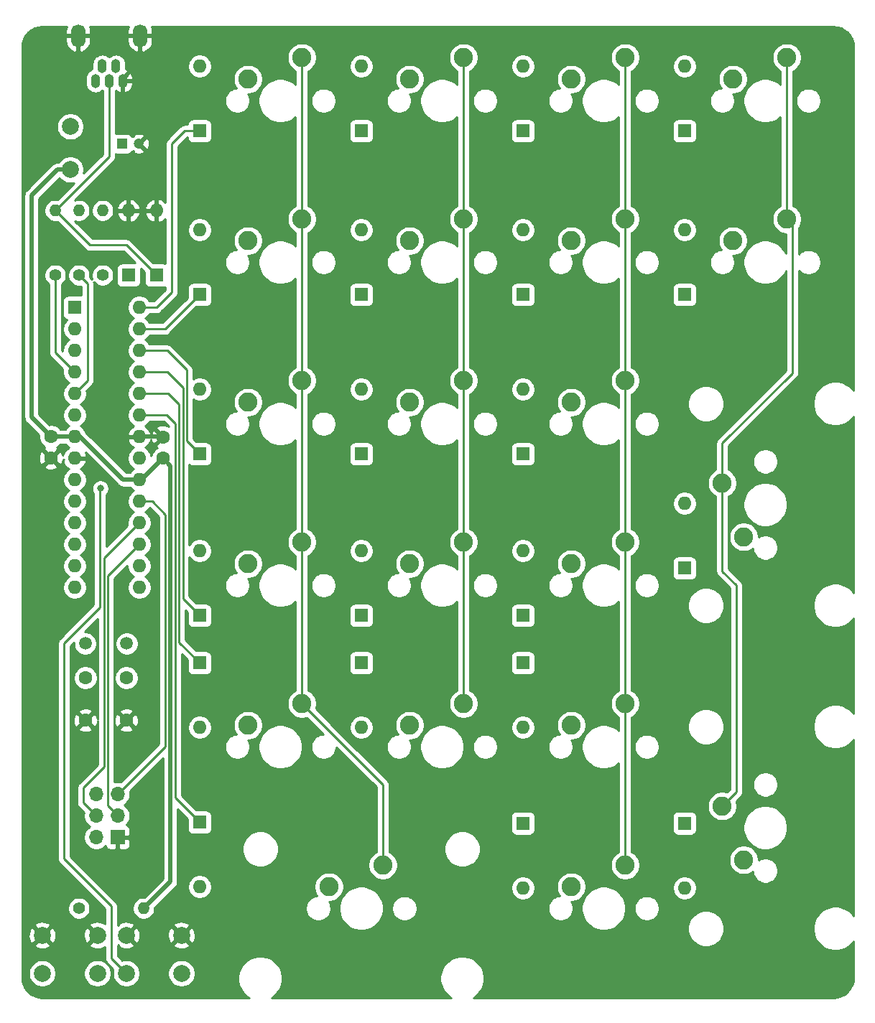
<source format=gbr>
%TF.GenerationSoftware,KiCad,Pcbnew,(5.1.6)-1*%
%TF.CreationDate,2020-06-15T22:18:44+02:00*%
%TF.ProjectId,numpad,6e756d70-6164-42e6-9b69-6361645f7063,rev?*%
%TF.SameCoordinates,Original*%
%TF.FileFunction,Copper,L2,Bot*%
%TF.FilePolarity,Positive*%
%FSLAX46Y46*%
G04 Gerber Fmt 4.6, Leading zero omitted, Abs format (unit mm)*
G04 Created by KiCad (PCBNEW (5.1.6)-1) date 2020-06-15 22:18:44*
%MOMM*%
%LPD*%
G01*
G04 APERTURE LIST*
%TA.AperFunction,ComponentPad*%
%ADD10O,1.700000X1.700000*%
%TD*%
%TA.AperFunction,ComponentPad*%
%ADD11R,1.700000X1.700000*%
%TD*%
%TA.AperFunction,ComponentPad*%
%ADD12O,1.600000X1.600000*%
%TD*%
%TA.AperFunction,ComponentPad*%
%ADD13R,1.600000X1.600000*%
%TD*%
%TA.AperFunction,ComponentPad*%
%ADD14C,2.250000*%
%TD*%
%TA.AperFunction,ComponentPad*%
%ADD15C,1.500000*%
%TD*%
%TA.AperFunction,ComponentPad*%
%ADD16O,1.100000X1.650000*%
%TD*%
%TA.AperFunction,ComponentPad*%
%ADD17O,1.700000X2.700000*%
%TD*%
%TA.AperFunction,ComponentPad*%
%ADD18C,2.000000*%
%TD*%
%TA.AperFunction,ComponentPad*%
%ADD19O,1.400000X1.400000*%
%TD*%
%TA.AperFunction,ComponentPad*%
%ADD20C,1.400000*%
%TD*%
%TA.AperFunction,ComponentPad*%
%ADD21C,1.600000*%
%TD*%
%TA.AperFunction,ComponentPad*%
%ADD22C,1.200000*%
%TD*%
%TA.AperFunction,ComponentPad*%
%ADD23R,1.200000X1.200000*%
%TD*%
%TA.AperFunction,ViaPad*%
%ADD24C,0.800000*%
%TD*%
%TA.AperFunction,Conductor*%
%ADD25C,0.500000*%
%TD*%
%TA.AperFunction,Conductor*%
%ADD26C,0.250000*%
%TD*%
%TA.AperFunction,Conductor*%
%ADD27C,0.254000*%
%TD*%
G04 APERTURE END LIST*
D10*
%TO.P,J2,6*%
%TO.N,+5V*%
X89662000Y-134366000D03*
%TO.P,J2,5*%
%TO.N,SCK*%
X92202000Y-134366000D03*
%TO.P,J2,4*%
%TO.N,MISO*%
X89662000Y-136906000D03*
%TO.P,J2,3*%
%TO.N,MOSI*%
X92202000Y-136906000D03*
%TO.P,J2,2*%
%TO.N,reset*%
X89662000Y-139446000D03*
D11*
%TO.P,J2,1*%
%TO.N,GND*%
X92202000Y-139446000D03*
%TD*%
D12*
%TO.P,D19,2*%
%TO.N,Net-(D19-Pad2)*%
X120904000Y-126492000D03*
D13*
%TO.P,D19,1*%
%TO.N,row4*%
X120904000Y-118872000D03*
%TD*%
D14*
%TO.P,MX16,2*%
%TO.N,col0*%
X113919000Y-123698000D03*
%TO.P,MX16,1*%
%TO.N,Net-(D18-Pad2)*%
X107569000Y-126238000D03*
%TD*%
%TO.P,MX20,2*%
%TO.N,col2*%
X152019000Y-142748000D03*
%TO.P,MX20,1*%
%TO.N,Net-(D22-Pad2)*%
X145669000Y-145288000D03*
%TD*%
%TO.P,MX19,2*%
%TO.N,col0*%
X123444000Y-142748000D03*
%TO.P,MX19,1*%
%TO.N,Net-(D21-Pad2)*%
X117094000Y-145288000D03*
%TD*%
%TO.P,MX18,2*%
%TO.N,col2*%
X152019000Y-123698000D03*
%TO.P,MX18,1*%
%TO.N,Net-(D20-Pad2)*%
X145669000Y-126238000D03*
%TD*%
%TO.P,MX21,2*%
%TO.N,col3*%
X163449000Y-135763000D03*
%TO.P,MX21,1*%
%TO.N,Net-(D23-Pad2)*%
X165989000Y-142113000D03*
%TD*%
%TO.P,MX15,2*%
%TO.N,col3*%
X163449000Y-97663000D03*
%TO.P,MX15,1*%
%TO.N,Net-(D17-Pad2)*%
X165989000Y-104013000D03*
%TD*%
D12*
%TO.P,D23,2*%
%TO.N,Net-(D23-Pad2)*%
X159004000Y-145415000D03*
D13*
%TO.P,D23,1*%
%TO.N,row5*%
X159004000Y-137795000D03*
%TD*%
D12*
%TO.P,D22,2*%
%TO.N,Net-(D22-Pad2)*%
X139954000Y-145415000D03*
D13*
%TO.P,D22,1*%
%TO.N,row5*%
X139954000Y-137795000D03*
%TD*%
D12*
%TO.P,D21,2*%
%TO.N,Net-(D21-Pad2)*%
X101854000Y-145288000D03*
D13*
%TO.P,D21,1*%
%TO.N,row5*%
X101854000Y-137668000D03*
%TD*%
D12*
%TO.P,D17,2*%
%TO.N,Net-(D17-Pad2)*%
X159004000Y-100076000D03*
D13*
%TO.P,D17,1*%
%TO.N,row3*%
X159004000Y-107696000D03*
%TD*%
D12*
%TO.P,MCU1,28*%
%TO.N,row0*%
X94742000Y-76962000D03*
%TO.P,MCU1,14*%
%TO.N,col0*%
X87122000Y-109982000D03*
%TO.P,MCU1,27*%
%TO.N,row1*%
X94742000Y-79502000D03*
%TO.P,MCU1,13*%
%TO.N,col1*%
X87122000Y-107442000D03*
%TO.P,MCU1,26*%
%TO.N,row2*%
X94742000Y-82042000D03*
%TO.P,MCU1,12*%
%TO.N,Net-(MCU1-Pad12)*%
X87122000Y-104902000D03*
%TO.P,MCU1,25*%
%TO.N,row3*%
X94742000Y-84582000D03*
%TO.P,MCU1,11*%
%TO.N,Net-(MCU1-Pad11)*%
X87122000Y-102362000D03*
%TO.P,MCU1,24*%
%TO.N,row4*%
X94742000Y-87122000D03*
%TO.P,MCU1,10*%
%TO.N,Net-(C4-Pad1)*%
X87122000Y-99822000D03*
%TO.P,MCU1,23*%
%TO.N,row5*%
X94742000Y-89662000D03*
%TO.P,MCU1,9*%
%TO.N,Net-(C5-Pad1)*%
X87122000Y-97282000D03*
%TO.P,MCU1,22*%
%TO.N,GND*%
X94742000Y-92202000D03*
%TO.P,MCU1,8*%
X87122000Y-94742000D03*
%TO.P,MCU1,21*%
%TO.N,Net-(MCU1-Pad21)*%
X94742000Y-94742000D03*
%TO.P,MCU1,7*%
%TO.N,+5V*%
X87122000Y-92202000D03*
%TO.P,MCU1,20*%
X94742000Y-97282000D03*
%TO.P,MCU1,6*%
%TO.N,boot*%
X87122000Y-89662000D03*
%TO.P,MCU1,19*%
%TO.N,SCK*%
X94742000Y-99822000D03*
%TO.P,MCU1,5*%
%TO.N,D-*%
X87122000Y-87122000D03*
%TO.P,MCU1,18*%
%TO.N,MISO*%
X94742000Y-102362000D03*
%TO.P,MCU1,4*%
%TO.N,D+*%
X87122000Y-84582000D03*
%TO.P,MCU1,17*%
%TO.N,MOSI*%
X94742000Y-104902000D03*
%TO.P,MCU1,3*%
%TO.N,Net-(MCU1-Pad3)*%
X87122000Y-82042000D03*
%TO.P,MCU1,16*%
%TO.N,col3*%
X94742000Y-107442000D03*
%TO.P,MCU1,2*%
%TO.N,Net-(MCU1-Pad2)*%
X87122000Y-79502000D03*
%TO.P,MCU1,15*%
%TO.N,col2*%
X94742000Y-109982000D03*
D13*
%TO.P,MCU1,1*%
%TO.N,reset*%
X87122000Y-76962000D03*
%TD*%
D14*
%TO.P,MX5,2*%
%TO.N,col0*%
X113919000Y-66548000D03*
%TO.P,MX5,1*%
%TO.N,Net-(D7-Pad2)*%
X107569000Y-69088000D03*
%TD*%
%TO.P,MX17,2*%
%TO.N,col1*%
X132969000Y-123698000D03*
%TO.P,MX17,1*%
%TO.N,Net-(D19-Pad2)*%
X126619000Y-126238000D03*
%TD*%
%TO.P,MX14,2*%
%TO.N,col2*%
X152019000Y-104648000D03*
%TO.P,MX14,1*%
%TO.N,Net-(D16-Pad2)*%
X145669000Y-107188000D03*
%TD*%
%TO.P,MX13,2*%
%TO.N,col1*%
X132969000Y-104648000D03*
%TO.P,MX13,1*%
%TO.N,Net-(D15-Pad2)*%
X126619000Y-107188000D03*
%TD*%
%TO.P,MX12,2*%
%TO.N,col0*%
X113919000Y-104648000D03*
%TO.P,MX12,1*%
%TO.N,Net-(D14-Pad2)*%
X107569000Y-107188000D03*
%TD*%
%TO.P,MX11,2*%
%TO.N,col2*%
X152019000Y-85598000D03*
%TO.P,MX11,1*%
%TO.N,Net-(D13-Pad2)*%
X145669000Y-88138000D03*
%TD*%
%TO.P,MX10,2*%
%TO.N,col1*%
X132969000Y-85598000D03*
%TO.P,MX10,1*%
%TO.N,Net-(D12-Pad2)*%
X126619000Y-88138000D03*
%TD*%
%TO.P,MX9,2*%
%TO.N,col0*%
X113919000Y-85598000D03*
%TO.P,MX9,1*%
%TO.N,Net-(D11-Pad2)*%
X107569000Y-88138000D03*
%TD*%
%TO.P,MX8,2*%
%TO.N,col3*%
X171069000Y-66548000D03*
%TO.P,MX8,1*%
%TO.N,Net-(D10-Pad2)*%
X164719000Y-69088000D03*
%TD*%
%TO.P,MX7,2*%
%TO.N,col2*%
X152019000Y-66548000D03*
%TO.P,MX7,1*%
%TO.N,Net-(D9-Pad2)*%
X145669000Y-69088000D03*
%TD*%
%TO.P,MX6,2*%
%TO.N,col1*%
X132969000Y-66548000D03*
%TO.P,MX6,1*%
%TO.N,Net-(D8-Pad2)*%
X126619000Y-69088000D03*
%TD*%
%TO.P,MX4,2*%
%TO.N,col3*%
X171069000Y-47498000D03*
%TO.P,MX4,1*%
%TO.N,Net-(D6-Pad2)*%
X164719000Y-50038000D03*
%TD*%
%TO.P,MX3,2*%
%TO.N,col2*%
X152019000Y-47498000D03*
%TO.P,MX3,1*%
%TO.N,Net-(D5-Pad2)*%
X145669000Y-50038000D03*
%TD*%
%TO.P,MX2,2*%
%TO.N,col1*%
X132969000Y-47498000D03*
%TO.P,MX2,1*%
%TO.N,Net-(D4-Pad2)*%
X126619000Y-50038000D03*
%TD*%
%TO.P,MX1,2*%
%TO.N,col0*%
X113919000Y-47498000D03*
%TO.P,MX1,1*%
%TO.N,Net-(D3-Pad2)*%
X107569000Y-50038000D03*
%TD*%
D15*
%TO.P,XTAL1,2*%
%TO.N,Net-(C4-Pad1)*%
X93272000Y-116586000D03*
%TO.P,XTAL1,1*%
%TO.N,Net-(C5-Pad1)*%
X88392000Y-116586000D03*
%TD*%
D16*
%TO.P,USB1,5*%
%TO.N,GND*%
X92786000Y-50230000D03*
%TO.P,USB1,4*%
%TO.N,Net-(USB1-Pad4)*%
X91986000Y-48530000D03*
%TO.P,USB1,3*%
%TO.N,Net-(D1-Pad1)*%
X91186000Y-50230000D03*
%TO.P,USB1,2*%
%TO.N,Net-(D2-Pad1)*%
X90386000Y-48530000D03*
%TO.P,USB1,1*%
%TO.N,VCC*%
X89586000Y-50230000D03*
D17*
%TO.P,USB1,6*%
%TO.N,GND*%
X94836000Y-44930000D03*
X87536000Y-44930000D03*
%TD*%
D18*
%TO.P,BOOT,1*%
%TO.N,GND*%
X99718000Y-151003000D03*
%TO.P,BOOT,2*%
%TO.N,boot*%
X99718000Y-155503000D03*
%TO.P,BOOT,1*%
%TO.N,GND*%
X93218000Y-151003000D03*
%TO.P,BOOT,2*%
%TO.N,boot*%
X93218000Y-155503000D03*
%TD*%
%TO.P,RESET,1*%
%TO.N,GND*%
X89812000Y-151003000D03*
%TO.P,RESET,2*%
%TO.N,reset*%
X89812000Y-155503000D03*
%TO.P,RESET,1*%
%TO.N,GND*%
X83312000Y-151003000D03*
%TO.P,RESET,2*%
%TO.N,reset*%
X83312000Y-155503000D03*
%TD*%
D19*
%TO.P,R4,2*%
%TO.N,+5V*%
X95250000Y-147828000D03*
D20*
%TO.P,R4,1*%
%TO.N,reset*%
X87630000Y-147828000D03*
%TD*%
D19*
%TO.P,R3,2*%
%TO.N,+5V*%
X90424000Y-65532000D03*
D20*
%TO.P,R3,1*%
%TO.N,Net-(D2-Pad1)*%
X90424000Y-73152000D03*
%TD*%
D19*
%TO.P,R2,2*%
%TO.N,Net-(D2-Pad1)*%
X87630000Y-65532000D03*
D20*
%TO.P,R2,1*%
%TO.N,D-*%
X87630000Y-73152000D03*
%TD*%
D19*
%TO.P,R1,2*%
%TO.N,Net-(D1-Pad1)*%
X84836000Y-65532000D03*
D20*
%TO.P,R1,1*%
%TO.N,D+*%
X84836000Y-73152000D03*
%TD*%
D18*
%TO.P,F1,2*%
%TO.N,VCC*%
X86624000Y-55626000D03*
%TO.P,F1,1*%
%TO.N,+5V*%
X86614000Y-60706000D03*
%TD*%
D12*
%TO.P,D20,2*%
%TO.N,Net-(D20-Pad2)*%
X139954000Y-126492000D03*
D13*
%TO.P,D20,1*%
%TO.N,row4*%
X139954000Y-118872000D03*
%TD*%
D12*
%TO.P,D18,2*%
%TO.N,Net-(D18-Pad2)*%
X101854000Y-126492000D03*
D13*
%TO.P,D18,1*%
%TO.N,row4*%
X101854000Y-118872000D03*
%TD*%
D12*
%TO.P,D16,2*%
%TO.N,Net-(D16-Pad2)*%
X139954000Y-105664000D03*
D13*
%TO.P,D16,1*%
%TO.N,row3*%
X139954000Y-113284000D03*
%TD*%
D12*
%TO.P,D15,2*%
%TO.N,Net-(D15-Pad2)*%
X120904000Y-105664000D03*
D13*
%TO.P,D15,1*%
%TO.N,row3*%
X120904000Y-113284000D03*
%TD*%
D12*
%TO.P,D14,2*%
%TO.N,Net-(D14-Pad2)*%
X101854000Y-105664000D03*
D13*
%TO.P,D14,1*%
%TO.N,row3*%
X101854000Y-113284000D03*
%TD*%
D12*
%TO.P,D13,2*%
%TO.N,Net-(D13-Pad2)*%
X139954000Y-86614000D03*
D13*
%TO.P,D13,1*%
%TO.N,row2*%
X139954000Y-94234000D03*
%TD*%
D12*
%TO.P,D12,2*%
%TO.N,Net-(D12-Pad2)*%
X120904000Y-86614000D03*
D13*
%TO.P,D12,1*%
%TO.N,row2*%
X120904000Y-94234000D03*
%TD*%
D12*
%TO.P,D11,2*%
%TO.N,Net-(D11-Pad2)*%
X101854000Y-86614000D03*
D13*
%TO.P,D11,1*%
%TO.N,row2*%
X101854000Y-94234000D03*
%TD*%
D12*
%TO.P,D10,2*%
%TO.N,Net-(D10-Pad2)*%
X159004000Y-67818000D03*
D13*
%TO.P,D10,1*%
%TO.N,row1*%
X159004000Y-75438000D03*
%TD*%
D12*
%TO.P,D9,2*%
%TO.N,Net-(D9-Pad2)*%
X139954000Y-67818000D03*
D13*
%TO.P,D9,1*%
%TO.N,row1*%
X139954000Y-75438000D03*
%TD*%
D12*
%TO.P,D8,2*%
%TO.N,Net-(D8-Pad2)*%
X120904000Y-67818000D03*
D13*
%TO.P,D8,1*%
%TO.N,row1*%
X120904000Y-75438000D03*
%TD*%
D12*
%TO.P,D7,2*%
%TO.N,Net-(D7-Pad2)*%
X101854000Y-67818000D03*
D13*
%TO.P,D7,1*%
%TO.N,row1*%
X101854000Y-75438000D03*
%TD*%
D12*
%TO.P,D6,2*%
%TO.N,Net-(D6-Pad2)*%
X159004000Y-48514000D03*
D13*
%TO.P,D6,1*%
%TO.N,row0*%
X159004000Y-56134000D03*
%TD*%
D12*
%TO.P,D5,2*%
%TO.N,Net-(D5-Pad2)*%
X139954000Y-48514000D03*
D13*
%TO.P,D5,1*%
%TO.N,row0*%
X139954000Y-56134000D03*
%TD*%
D12*
%TO.P,D4,2*%
%TO.N,Net-(D4-Pad2)*%
X120904000Y-48514000D03*
D13*
%TO.P,D4,1*%
%TO.N,row0*%
X120904000Y-56134000D03*
%TD*%
D12*
%TO.P,D3,2*%
%TO.N,Net-(D3-Pad2)*%
X101854000Y-48514000D03*
D13*
%TO.P,D3,1*%
%TO.N,row0*%
X101854000Y-56134000D03*
%TD*%
D12*
%TO.P,D2,2*%
%TO.N,GND*%
X93472000Y-65532000D03*
D13*
%TO.P,D2,1*%
%TO.N,Net-(D2-Pad1)*%
X93472000Y-73152000D03*
%TD*%
D12*
%TO.P,D1,2*%
%TO.N,GND*%
X96774000Y-65532000D03*
D13*
%TO.P,D1,1*%
%TO.N,Net-(D1-Pad1)*%
X96774000Y-73152000D03*
%TD*%
D21*
%TO.P,C5,2*%
%TO.N,GND*%
X88392000Y-125650000D03*
%TO.P,C5,1*%
%TO.N,Net-(C5-Pad1)*%
X88392000Y-120650000D03*
%TD*%
%TO.P,C4,2*%
%TO.N,GND*%
X93218000Y-125650000D03*
%TO.P,C4,1*%
%TO.N,Net-(C4-Pad1)*%
X93218000Y-120650000D03*
%TD*%
%TO.P,C3,2*%
%TO.N,GND*%
X97536000Y-92242000D03*
%TO.P,C3,1*%
%TO.N,+5V*%
X97536000Y-94742000D03*
%TD*%
%TO.P,C2,2*%
%TO.N,GND*%
X84328000Y-94702000D03*
%TO.P,C2,1*%
%TO.N,+5V*%
X84328000Y-92202000D03*
%TD*%
D22*
%TO.P,C1,2*%
%TO.N,GND*%
X94710000Y-57658000D03*
D23*
%TO.P,C1,1*%
%TO.N,+5V*%
X92710000Y-57658000D03*
%TD*%
D24*
%TO.N,boot*%
X90170000Y-98298000D03*
%TD*%
D25*
%TO.N,GND*%
X94836000Y-47930000D02*
X94836000Y-44930000D01*
X92786000Y-49980000D02*
X94836000Y-47930000D01*
X97750000Y-92202000D02*
X97790000Y-92242000D01*
X97496000Y-92202000D02*
X97536000Y-92242000D01*
X94742000Y-92202000D02*
X97496000Y-92202000D01*
%TO.N,+5V*%
X84328000Y-92202000D02*
X87122000Y-92202000D01*
X94742000Y-97282000D02*
X92837000Y-97282000D01*
X87757000Y-92202000D02*
X87122000Y-92202000D01*
X92837000Y-97282000D02*
X87757000Y-92202000D01*
X86614000Y-60706000D02*
X85090000Y-60706000D01*
X85090000Y-60706000D02*
X82042000Y-63754000D01*
X82042000Y-89916000D02*
X84328000Y-92202000D01*
X82042000Y-63754000D02*
X82042000Y-89916000D01*
X97536000Y-94742000D02*
X98404960Y-95610960D01*
X98404960Y-95610960D02*
X98404960Y-144673040D01*
X94996000Y-97282000D02*
X97536000Y-94742000D01*
X94742000Y-97282000D02*
X94996000Y-97282000D01*
X95250000Y-147828000D02*
X98404960Y-144673040D01*
D26*
%TO.N,Net-(C4-Pad1)*%
X93472000Y-116586000D02*
X93218000Y-116332000D01*
%TO.N,Net-(D1-Pad1)*%
X91186000Y-59182000D02*
X91186000Y-49980000D01*
X84836000Y-65532000D02*
X91186000Y-59182000D01*
X84836000Y-65532000D02*
X88900000Y-69596000D01*
X93218000Y-69596000D02*
X96774000Y-73152000D01*
X88900000Y-69596000D02*
X93218000Y-69596000D01*
%TO.N,boot*%
X87122000Y-89662000D02*
X87630000Y-89662000D01*
X90126979Y-112311021D02*
X90126979Y-98341021D01*
X90126979Y-98341021D02*
X90170000Y-98298000D01*
X85852000Y-116586000D02*
X90126979Y-112311021D01*
X93218000Y-155503000D02*
X91440000Y-153725000D01*
X91440000Y-153725000D02*
X91440000Y-147574000D01*
X85852000Y-141986000D02*
X85852000Y-116586000D01*
X91440000Y-147574000D02*
X85852000Y-141986000D01*
%TO.N,D-*%
X87630000Y-73152000D02*
X88646000Y-74168000D01*
X88646000Y-85598000D02*
X87122000Y-87122000D01*
X88646000Y-74168000D02*
X88646000Y-85598000D01*
%TO.N,D+*%
X84836000Y-82296000D02*
X87122000Y-84582000D01*
X84836000Y-73152000D02*
X84836000Y-82296000D01*
%TO.N,row0*%
X101854000Y-56134000D02*
X100076000Y-56134000D01*
X100076000Y-56134000D02*
X98552000Y-57658000D01*
X98552000Y-57658000D02*
X98552000Y-75184000D01*
X96774000Y-76962000D02*
X94742000Y-76962000D01*
X98552000Y-75184000D02*
X96774000Y-76962000D01*
%TO.N,row1*%
X97790000Y-79502000D02*
X94742000Y-79502000D01*
X101854000Y-75438000D02*
X97790000Y-79502000D01*
%TO.N,row2*%
X94742000Y-82042000D02*
X98044000Y-82042000D01*
X98044000Y-82042000D02*
X100330000Y-84328000D01*
X100330000Y-92710000D02*
X101854000Y-94234000D01*
X100330000Y-84328000D02*
X100330000Y-92710000D01*
%TO.N,row3*%
X101854000Y-113284000D02*
X99879990Y-111309990D01*
X99879990Y-111309990D02*
X99879990Y-86417990D01*
X98044000Y-84582000D02*
X94742000Y-84582000D01*
X99879990Y-86417990D02*
X98044000Y-84582000D01*
%TO.N,row4*%
X94742000Y-87122000D02*
X98159980Y-87122000D01*
X99429980Y-88392000D02*
X99429980Y-116447980D01*
X99429980Y-116447980D02*
X101854000Y-118872000D01*
X98159980Y-87122000D02*
X99429980Y-88392000D01*
%TO.N,col0*%
X113919000Y-47498000D02*
X113919000Y-104648000D01*
X113919000Y-123698000D02*
X113919000Y-104648000D01*
X123444000Y-133223000D02*
X113919000Y-123698000D01*
X123444000Y-142748000D02*
X123444000Y-133223000D01*
%TO.N,col1*%
X132969000Y-104648000D02*
X132969000Y-47498000D01*
X132969000Y-104648000D02*
X132969000Y-123698000D01*
%TO.N,col2*%
X152019000Y-47498000D02*
X152019000Y-104648000D01*
X152019000Y-104648000D02*
X152019000Y-123698000D01*
X152019000Y-123698000D02*
X152019000Y-142748000D01*
%TO.N,col3*%
X171069000Y-47498000D02*
X171069000Y-66548000D01*
X163449000Y-97663000D02*
X163449000Y-92964000D01*
X163449000Y-92964000D02*
X171704000Y-84709000D01*
X171704000Y-67183000D02*
X171069000Y-66548000D01*
X171704000Y-84709000D02*
X171704000Y-67183000D01*
X163449000Y-97663000D02*
X163449000Y-108077000D01*
X163449000Y-108077000D02*
X165100000Y-109728000D01*
X165100000Y-134112000D02*
X163449000Y-135763000D01*
X165100000Y-109728000D02*
X165100000Y-134112000D01*
%TO.N,MOSI*%
X91026999Y-135730999D02*
X92202000Y-136906000D01*
X91026999Y-108617001D02*
X91026999Y-135730999D01*
X94742000Y-104902000D02*
X91026999Y-108617001D01*
%TO.N,MISO*%
X89662000Y-136906000D02*
X88138000Y-135382000D01*
X88138000Y-133604000D02*
X90576989Y-131165011D01*
X88138000Y-135382000D02*
X88138000Y-133604000D01*
X90576989Y-106527011D02*
X94742000Y-102362000D01*
X90576989Y-131165011D02*
X90576989Y-106527011D01*
%TO.N,SCK*%
X92202000Y-134366000D02*
X97829950Y-128738050D01*
X94742000Y-99822000D02*
X96266000Y-99822000D01*
X97829950Y-101385950D02*
X97829950Y-101560050D01*
X96266000Y-99822000D02*
X97829950Y-101385950D01*
X97829950Y-128738050D02*
X97829950Y-101560050D01*
%TO.N,row5*%
X94742000Y-89662000D02*
X97963970Y-89662000D01*
X98979970Y-134793970D02*
X101854000Y-137668000D01*
X98979970Y-90678000D02*
X98979970Y-134793970D01*
X97963970Y-89662000D02*
X98979970Y-90678000D01*
%TD*%
D27*
%TO.N,GND*%
G36*
X86104310Y-44015731D02*
G01*
X86051000Y-44303000D01*
X86051000Y-44803000D01*
X87409000Y-44803000D01*
X87409000Y-44783000D01*
X87663000Y-44783000D01*
X87663000Y-44803000D01*
X89021000Y-44803000D01*
X89021000Y-44303000D01*
X88967690Y-44015731D01*
X88894340Y-43832000D01*
X93477660Y-43832000D01*
X93404310Y-44015731D01*
X93351000Y-44303000D01*
X93351000Y-44803000D01*
X94709000Y-44803000D01*
X94709000Y-44783000D01*
X94963000Y-44783000D01*
X94963000Y-44803000D01*
X96321000Y-44803000D01*
X96321000Y-44303000D01*
X96267690Y-44015731D01*
X96194340Y-43832000D01*
X176498114Y-43832000D01*
X176994779Y-43880699D01*
X177441851Y-44015678D01*
X177854197Y-44234926D01*
X178216099Y-44530086D01*
X178513782Y-44889922D01*
X178735901Y-45300723D01*
X178874000Y-45746848D01*
X178926000Y-46241593D01*
X178926000Y-86784985D01*
X178819786Y-86626024D01*
X178454726Y-86260964D01*
X178025461Y-85974139D01*
X177548488Y-85776570D01*
X177042136Y-85675850D01*
X176525864Y-85675850D01*
X176019512Y-85776570D01*
X175542539Y-85974139D01*
X175113274Y-86260964D01*
X174748214Y-86626024D01*
X174461389Y-87055289D01*
X174263820Y-87532262D01*
X174163100Y-88038614D01*
X174163100Y-88554886D01*
X174263820Y-89061238D01*
X174461389Y-89538211D01*
X174748214Y-89967476D01*
X175113274Y-90332536D01*
X175542539Y-90619361D01*
X176019512Y-90816930D01*
X176525864Y-90917650D01*
X177042136Y-90917650D01*
X177548488Y-90816930D01*
X178025461Y-90619361D01*
X178454726Y-90332536D01*
X178819786Y-89967476D01*
X178926000Y-89808515D01*
X178926001Y-110597486D01*
X178819786Y-110438524D01*
X178454726Y-110073464D01*
X178025461Y-109786639D01*
X177548488Y-109589070D01*
X177042136Y-109488350D01*
X176525864Y-109488350D01*
X176019512Y-109589070D01*
X175542539Y-109786639D01*
X175113274Y-110073464D01*
X174748214Y-110438524D01*
X174461389Y-110867789D01*
X174263820Y-111344762D01*
X174163100Y-111851114D01*
X174163100Y-112367386D01*
X174263820Y-112873738D01*
X174461389Y-113350711D01*
X174748214Y-113779976D01*
X175113274Y-114145036D01*
X175542539Y-114431861D01*
X176019512Y-114629430D01*
X176525864Y-114730150D01*
X177042136Y-114730150D01*
X177548488Y-114629430D01*
X178025461Y-114431861D01*
X178454726Y-114145036D01*
X178819786Y-113779976D01*
X178926001Y-113621014D01*
X178926001Y-124884986D01*
X178819786Y-124726024D01*
X178454726Y-124360964D01*
X178025461Y-124074139D01*
X177548488Y-123876570D01*
X177042136Y-123775850D01*
X176525864Y-123775850D01*
X176019512Y-123876570D01*
X175542539Y-124074139D01*
X175113274Y-124360964D01*
X174748214Y-124726024D01*
X174461389Y-125155289D01*
X174263820Y-125632262D01*
X174163100Y-126138614D01*
X174163100Y-126654886D01*
X174263820Y-127161238D01*
X174461389Y-127638211D01*
X174748214Y-128067476D01*
X175113274Y-128432536D01*
X175542539Y-128719361D01*
X176019512Y-128916930D01*
X176525864Y-129017650D01*
X177042136Y-129017650D01*
X177548488Y-128916930D01*
X178025461Y-128719361D01*
X178454726Y-128432536D01*
X178819786Y-128067476D01*
X178926001Y-127908514D01*
X178926001Y-148697486D01*
X178819786Y-148538524D01*
X178454726Y-148173464D01*
X178025461Y-147886639D01*
X177548488Y-147689070D01*
X177042136Y-147588350D01*
X176525864Y-147588350D01*
X176019512Y-147689070D01*
X175542539Y-147886639D01*
X175113274Y-148173464D01*
X174748214Y-148538524D01*
X174461389Y-148967789D01*
X174263820Y-149444762D01*
X174163100Y-149951114D01*
X174163100Y-150467386D01*
X174263820Y-150973738D01*
X174461389Y-151450711D01*
X174748214Y-151879976D01*
X175113274Y-152245036D01*
X175542539Y-152531861D01*
X176019512Y-152729430D01*
X176525864Y-152830150D01*
X177042136Y-152830150D01*
X177548488Y-152729430D01*
X178025461Y-152531861D01*
X178454726Y-152245036D01*
X178819786Y-151879976D01*
X178926001Y-151721014D01*
X178926001Y-155924104D01*
X178877301Y-156420779D01*
X178742322Y-156867851D01*
X178523073Y-157280199D01*
X178227915Y-157642098D01*
X177868075Y-157939784D01*
X177457277Y-158161901D01*
X177011152Y-158300000D01*
X176516407Y-158352000D01*
X134131946Y-158352000D01*
X134480976Y-158118786D01*
X134846036Y-157753726D01*
X135132861Y-157324461D01*
X135330430Y-156847488D01*
X135431150Y-156341136D01*
X135431150Y-155824864D01*
X135330430Y-155318512D01*
X135132861Y-154841539D01*
X134846036Y-154412274D01*
X134480976Y-154047214D01*
X134051711Y-153760389D01*
X133574738Y-153562820D01*
X133068386Y-153462100D01*
X132552114Y-153462100D01*
X132045762Y-153562820D01*
X131568789Y-153760389D01*
X131139524Y-154047214D01*
X130774464Y-154412274D01*
X130487639Y-154841539D01*
X130290070Y-155318512D01*
X130189350Y-155824864D01*
X130189350Y-156341136D01*
X130290070Y-156847488D01*
X130487639Y-157324461D01*
X130774464Y-157753726D01*
X131139524Y-158118786D01*
X131488554Y-158352000D01*
X110319446Y-158352000D01*
X110668476Y-158118786D01*
X111033536Y-157753726D01*
X111320361Y-157324461D01*
X111517930Y-156847488D01*
X111618650Y-156341136D01*
X111618650Y-155824864D01*
X111517930Y-155318512D01*
X111320361Y-154841539D01*
X111033536Y-154412274D01*
X110668476Y-154047214D01*
X110239211Y-153760389D01*
X109762238Y-153562820D01*
X109255886Y-153462100D01*
X108739614Y-153462100D01*
X108233262Y-153562820D01*
X107756289Y-153760389D01*
X107327024Y-154047214D01*
X106961964Y-154412274D01*
X106675139Y-154841539D01*
X106477570Y-155318512D01*
X106376850Y-155824864D01*
X106376850Y-156341136D01*
X106477570Y-156847488D01*
X106675139Y-157324461D01*
X106961964Y-157753726D01*
X107327024Y-158118786D01*
X107676054Y-158352000D01*
X83343886Y-158352000D01*
X82847221Y-158303301D01*
X82400149Y-158168322D01*
X81987801Y-157949073D01*
X81625902Y-157653915D01*
X81328216Y-157294075D01*
X81106099Y-156883277D01*
X80968000Y-156437152D01*
X80916000Y-155942407D01*
X80916000Y-155342755D01*
X81685000Y-155342755D01*
X81685000Y-155663245D01*
X81747525Y-155977578D01*
X81870172Y-156273673D01*
X82048227Y-156540152D01*
X82274848Y-156766773D01*
X82541327Y-156944828D01*
X82837422Y-157067475D01*
X83151755Y-157130000D01*
X83472245Y-157130000D01*
X83786578Y-157067475D01*
X84082673Y-156944828D01*
X84349152Y-156766773D01*
X84575773Y-156540152D01*
X84753828Y-156273673D01*
X84876475Y-155977578D01*
X84939000Y-155663245D01*
X84939000Y-155342755D01*
X88185000Y-155342755D01*
X88185000Y-155663245D01*
X88247525Y-155977578D01*
X88370172Y-156273673D01*
X88548227Y-156540152D01*
X88774848Y-156766773D01*
X89041327Y-156944828D01*
X89337422Y-157067475D01*
X89651755Y-157130000D01*
X89972245Y-157130000D01*
X90286578Y-157067475D01*
X90582673Y-156944828D01*
X90849152Y-156766773D01*
X91075773Y-156540152D01*
X91253828Y-156273673D01*
X91376475Y-155977578D01*
X91439000Y-155663245D01*
X91439000Y-155342755D01*
X91376475Y-155028422D01*
X91253828Y-154732327D01*
X91075773Y-154465848D01*
X90849152Y-154239227D01*
X90582673Y-154061172D01*
X90286578Y-153938525D01*
X89972245Y-153876000D01*
X89651755Y-153876000D01*
X89337422Y-153938525D01*
X89041327Y-154061172D01*
X88774848Y-154239227D01*
X88548227Y-154465848D01*
X88370172Y-154732327D01*
X88247525Y-155028422D01*
X88185000Y-155342755D01*
X84939000Y-155342755D01*
X84876475Y-155028422D01*
X84753828Y-154732327D01*
X84575773Y-154465848D01*
X84349152Y-154239227D01*
X84082673Y-154061172D01*
X83786578Y-153938525D01*
X83472245Y-153876000D01*
X83151755Y-153876000D01*
X82837422Y-153938525D01*
X82541327Y-154061172D01*
X82274848Y-154239227D01*
X82048227Y-154465848D01*
X81870172Y-154732327D01*
X81747525Y-155028422D01*
X81685000Y-155342755D01*
X80916000Y-155342755D01*
X80916000Y-152138413D01*
X82356192Y-152138413D01*
X82451956Y-152402814D01*
X82741571Y-152543704D01*
X83053108Y-152625384D01*
X83374595Y-152644718D01*
X83693675Y-152600961D01*
X83998088Y-152495795D01*
X84172044Y-152402814D01*
X84267808Y-152138413D01*
X83312000Y-151182605D01*
X82356192Y-152138413D01*
X80916000Y-152138413D01*
X80916000Y-151065595D01*
X81670282Y-151065595D01*
X81714039Y-151384675D01*
X81819205Y-151689088D01*
X81912186Y-151863044D01*
X82176587Y-151958808D01*
X83132395Y-151003000D01*
X83491605Y-151003000D01*
X84447413Y-151958808D01*
X84711814Y-151863044D01*
X84852704Y-151573429D01*
X84934384Y-151261892D01*
X84946189Y-151065595D01*
X88170282Y-151065595D01*
X88214039Y-151384675D01*
X88319205Y-151689088D01*
X88412186Y-151863044D01*
X88676587Y-151958808D01*
X89632395Y-151003000D01*
X88676587Y-150047192D01*
X88412186Y-150142956D01*
X88271296Y-150432571D01*
X88189616Y-150744108D01*
X88170282Y-151065595D01*
X84946189Y-151065595D01*
X84953718Y-150940405D01*
X84909961Y-150621325D01*
X84804795Y-150316912D01*
X84711814Y-150142956D01*
X84447413Y-150047192D01*
X83491605Y-151003000D01*
X83132395Y-151003000D01*
X82176587Y-150047192D01*
X81912186Y-150142956D01*
X81771296Y-150432571D01*
X81689616Y-150744108D01*
X81670282Y-151065595D01*
X80916000Y-151065595D01*
X80916000Y-149867587D01*
X82356192Y-149867587D01*
X83312000Y-150823395D01*
X84267808Y-149867587D01*
X84172044Y-149603186D01*
X83882429Y-149462296D01*
X83570892Y-149380616D01*
X83249405Y-149361282D01*
X82930325Y-149405039D01*
X82625912Y-149510205D01*
X82451956Y-149603186D01*
X82356192Y-149867587D01*
X80916000Y-149867587D01*
X80916000Y-147697302D01*
X86303000Y-147697302D01*
X86303000Y-147958698D01*
X86353996Y-148215072D01*
X86454028Y-148456570D01*
X86599252Y-148673913D01*
X86784087Y-148858748D01*
X87001430Y-149003972D01*
X87242928Y-149104004D01*
X87499302Y-149155000D01*
X87760698Y-149155000D01*
X88017072Y-149104004D01*
X88258570Y-149003972D01*
X88475913Y-148858748D01*
X88660748Y-148673913D01*
X88805972Y-148456570D01*
X88906004Y-148215072D01*
X88957000Y-147958698D01*
X88957000Y-147697302D01*
X88906004Y-147440928D01*
X88805972Y-147199430D01*
X88660748Y-146982087D01*
X88475913Y-146797252D01*
X88258570Y-146652028D01*
X88017072Y-146551996D01*
X87760698Y-146501000D01*
X87499302Y-146501000D01*
X87242928Y-146551996D01*
X87001430Y-146652028D01*
X86784087Y-146797252D01*
X86599252Y-146982087D01*
X86454028Y-147199430D01*
X86353996Y-147440928D01*
X86303000Y-147697302D01*
X80916000Y-147697302D01*
X80916000Y-95694702D01*
X83514903Y-95694702D01*
X83586486Y-95938671D01*
X83841996Y-96059571D01*
X84116184Y-96128300D01*
X84398512Y-96142217D01*
X84678130Y-96100787D01*
X84944292Y-96005603D01*
X85069514Y-95938671D01*
X85141097Y-95694702D01*
X84328000Y-94881605D01*
X83514903Y-95694702D01*
X80916000Y-95694702D01*
X80916000Y-94772512D01*
X82887783Y-94772512D01*
X82929213Y-95052130D01*
X83024397Y-95318292D01*
X83091329Y-95443514D01*
X83335298Y-95515097D01*
X84148395Y-94702000D01*
X83335298Y-93888903D01*
X83091329Y-93960486D01*
X82970429Y-94215996D01*
X82901700Y-94490184D01*
X82887783Y-94772512D01*
X80916000Y-94772512D01*
X80916000Y-63754000D01*
X81160757Y-63754000D01*
X81165000Y-63797080D01*
X81165001Y-89872910D01*
X81160757Y-89916000D01*
X81177690Y-90087922D01*
X81227838Y-90253236D01*
X81309274Y-90405592D01*
X81391406Y-90505671D01*
X81391409Y-90505674D01*
X81418868Y-90539133D01*
X81452327Y-90566592D01*
X82908663Y-92022928D01*
X82901000Y-92061453D01*
X82901000Y-92342547D01*
X82955838Y-92618241D01*
X83063409Y-92877938D01*
X83219576Y-93111660D01*
X83418340Y-93310424D01*
X83621869Y-93446417D01*
X83586486Y-93465329D01*
X83514903Y-93709298D01*
X84328000Y-94522395D01*
X85141097Y-93709298D01*
X85069514Y-93465329D01*
X85032230Y-93447687D01*
X85237660Y-93310424D01*
X85436424Y-93111660D01*
X85458247Y-93079000D01*
X85991753Y-93079000D01*
X86013576Y-93111660D01*
X86212340Y-93310424D01*
X86446062Y-93466591D01*
X86461404Y-93472946D01*
X86266869Y-93589615D01*
X86058481Y-93778586D01*
X85890963Y-94004580D01*
X85770754Y-94258913D01*
X85731963Y-94386805D01*
X85726787Y-94351870D01*
X85631603Y-94085708D01*
X85564671Y-93960486D01*
X85320702Y-93888903D01*
X84507605Y-94702000D01*
X85320702Y-95515097D01*
X85564671Y-95443514D01*
X85685571Y-95188004D01*
X85754300Y-94913816D01*
X85756509Y-94869002D01*
X85852084Y-94869002D01*
X85730096Y-95091039D01*
X85770754Y-95225087D01*
X85890963Y-95479420D01*
X86058481Y-95705414D01*
X86266869Y-95894385D01*
X86461404Y-96011054D01*
X86446062Y-96017409D01*
X86212340Y-96173576D01*
X86013576Y-96372340D01*
X85857409Y-96606062D01*
X85749838Y-96865759D01*
X85695000Y-97141453D01*
X85695000Y-97422547D01*
X85749838Y-97698241D01*
X85857409Y-97957938D01*
X86013576Y-98191660D01*
X86212340Y-98390424D01*
X86446062Y-98546591D01*
X86459120Y-98552000D01*
X86446062Y-98557409D01*
X86212340Y-98713576D01*
X86013576Y-98912340D01*
X85857409Y-99146062D01*
X85749838Y-99405759D01*
X85695000Y-99681453D01*
X85695000Y-99962547D01*
X85749838Y-100238241D01*
X85857409Y-100497938D01*
X86013576Y-100731660D01*
X86212340Y-100930424D01*
X86446062Y-101086591D01*
X86459120Y-101092000D01*
X86446062Y-101097409D01*
X86212340Y-101253576D01*
X86013576Y-101452340D01*
X85857409Y-101686062D01*
X85749838Y-101945759D01*
X85695000Y-102221453D01*
X85695000Y-102502547D01*
X85749838Y-102778241D01*
X85857409Y-103037938D01*
X86013576Y-103271660D01*
X86212340Y-103470424D01*
X86446062Y-103626591D01*
X86459120Y-103632000D01*
X86446062Y-103637409D01*
X86212340Y-103793576D01*
X86013576Y-103992340D01*
X85857409Y-104226062D01*
X85749838Y-104485759D01*
X85695000Y-104761453D01*
X85695000Y-105042547D01*
X85749838Y-105318241D01*
X85857409Y-105577938D01*
X86013576Y-105811660D01*
X86212340Y-106010424D01*
X86446062Y-106166591D01*
X86459120Y-106172000D01*
X86446062Y-106177409D01*
X86212340Y-106333576D01*
X86013576Y-106532340D01*
X85857409Y-106766062D01*
X85749838Y-107025759D01*
X85695000Y-107301453D01*
X85695000Y-107582547D01*
X85749838Y-107858241D01*
X85857409Y-108117938D01*
X86013576Y-108351660D01*
X86212340Y-108550424D01*
X86446062Y-108706591D01*
X86459120Y-108712000D01*
X86446062Y-108717409D01*
X86212340Y-108873576D01*
X86013576Y-109072340D01*
X85857409Y-109306062D01*
X85749838Y-109565759D01*
X85695000Y-109841453D01*
X85695000Y-110122547D01*
X85749838Y-110398241D01*
X85857409Y-110657938D01*
X86013576Y-110891660D01*
X86212340Y-111090424D01*
X86446062Y-111246591D01*
X86705759Y-111354162D01*
X86981453Y-111409000D01*
X87262547Y-111409000D01*
X87538241Y-111354162D01*
X87797938Y-111246591D01*
X88031660Y-111090424D01*
X88230424Y-110891660D01*
X88386591Y-110657938D01*
X88494162Y-110398241D01*
X88549000Y-110122547D01*
X88549000Y-109841453D01*
X88494162Y-109565759D01*
X88386591Y-109306062D01*
X88230424Y-109072340D01*
X88031660Y-108873576D01*
X87797938Y-108717409D01*
X87784880Y-108712000D01*
X87797938Y-108706591D01*
X88031660Y-108550424D01*
X88230424Y-108351660D01*
X88386591Y-108117938D01*
X88494162Y-107858241D01*
X88549000Y-107582547D01*
X88549000Y-107301453D01*
X88494162Y-107025759D01*
X88386591Y-106766062D01*
X88230424Y-106532340D01*
X88031660Y-106333576D01*
X87797938Y-106177409D01*
X87784880Y-106172000D01*
X87797938Y-106166591D01*
X88031660Y-106010424D01*
X88230424Y-105811660D01*
X88386591Y-105577938D01*
X88494162Y-105318241D01*
X88549000Y-105042547D01*
X88549000Y-104761453D01*
X88494162Y-104485759D01*
X88386591Y-104226062D01*
X88230424Y-103992340D01*
X88031660Y-103793576D01*
X87797938Y-103637409D01*
X87784880Y-103632000D01*
X87797938Y-103626591D01*
X88031660Y-103470424D01*
X88230424Y-103271660D01*
X88386591Y-103037938D01*
X88494162Y-102778241D01*
X88549000Y-102502547D01*
X88549000Y-102221453D01*
X88494162Y-101945759D01*
X88386591Y-101686062D01*
X88230424Y-101452340D01*
X88031660Y-101253576D01*
X87797938Y-101097409D01*
X87784880Y-101092000D01*
X87797938Y-101086591D01*
X88031660Y-100930424D01*
X88230424Y-100731660D01*
X88386591Y-100497938D01*
X88494162Y-100238241D01*
X88549000Y-99962547D01*
X88549000Y-99681453D01*
X88494162Y-99405759D01*
X88386591Y-99146062D01*
X88230424Y-98912340D01*
X88031660Y-98713576D01*
X87797938Y-98557409D01*
X87784880Y-98552000D01*
X87797938Y-98546591D01*
X88031660Y-98390424D01*
X88230424Y-98191660D01*
X88386591Y-97957938D01*
X88494162Y-97698241D01*
X88549000Y-97422547D01*
X88549000Y-97141453D01*
X88494162Y-96865759D01*
X88386591Y-96606062D01*
X88230424Y-96372340D01*
X88031660Y-96173576D01*
X87797938Y-96017409D01*
X87782596Y-96011054D01*
X87977131Y-95894385D01*
X88185519Y-95705414D01*
X88353037Y-95479420D01*
X88473246Y-95225087D01*
X88513904Y-95091039D01*
X88391915Y-94869000D01*
X87249000Y-94869000D01*
X87249000Y-94889000D01*
X86995000Y-94889000D01*
X86995000Y-94869000D01*
X86975000Y-94869000D01*
X86975000Y-94615000D01*
X86995000Y-94615000D01*
X86995000Y-94595000D01*
X87249000Y-94595000D01*
X87249000Y-94615000D01*
X88391915Y-94615000D01*
X88513904Y-94392961D01*
X88473246Y-94258913D01*
X88383261Y-94068526D01*
X92186408Y-97871674D01*
X92213867Y-97905133D01*
X92247326Y-97932592D01*
X92247328Y-97932594D01*
X92271182Y-97952170D01*
X92347408Y-98014727D01*
X92474781Y-98082809D01*
X92499763Y-98096162D01*
X92665077Y-98146310D01*
X92837000Y-98163243D01*
X92880079Y-98159000D01*
X93611753Y-98159000D01*
X93633576Y-98191660D01*
X93832340Y-98390424D01*
X94066062Y-98546591D01*
X94079120Y-98552000D01*
X94066062Y-98557409D01*
X93832340Y-98713576D01*
X93633576Y-98912340D01*
X93477409Y-99146062D01*
X93369838Y-99405759D01*
X93315000Y-99681453D01*
X93315000Y-99962547D01*
X93369838Y-100238241D01*
X93477409Y-100497938D01*
X93633576Y-100731660D01*
X93832340Y-100930424D01*
X94066062Y-101086591D01*
X94079120Y-101092000D01*
X94066062Y-101097409D01*
X93832340Y-101253576D01*
X93633576Y-101452340D01*
X93477409Y-101686062D01*
X93369838Y-101945759D01*
X93315000Y-102221453D01*
X93315000Y-102502547D01*
X93351992Y-102688520D01*
X90878979Y-105161533D01*
X90878979Y-99041418D01*
X90967723Y-98952674D01*
X91080115Y-98784467D01*
X91157533Y-98597565D01*
X91197000Y-98399151D01*
X91197000Y-98196849D01*
X91157533Y-97998435D01*
X91080115Y-97811533D01*
X90967723Y-97643326D01*
X90824674Y-97500277D01*
X90656467Y-97387885D01*
X90469565Y-97310467D01*
X90271151Y-97271000D01*
X90068849Y-97271000D01*
X89870435Y-97310467D01*
X89683533Y-97387885D01*
X89515326Y-97500277D01*
X89372277Y-97643326D01*
X89259885Y-97811533D01*
X89182467Y-97998435D01*
X89143000Y-98196849D01*
X89143000Y-98399151D01*
X89182467Y-98597565D01*
X89259885Y-98784467D01*
X89372277Y-98952674D01*
X89374980Y-98955377D01*
X89374979Y-111999532D01*
X85346375Y-116028137D01*
X85317684Y-116051683D01*
X85294138Y-116080374D01*
X85294137Y-116080375D01*
X85223710Y-116166190D01*
X85153882Y-116296831D01*
X85110882Y-116438583D01*
X85096362Y-116586000D01*
X85100001Y-116622946D01*
X85100000Y-141949064D01*
X85096362Y-141986000D01*
X85100000Y-142022935D01*
X85100000Y-142022937D01*
X85110881Y-142133417D01*
X85153882Y-142275169D01*
X85223710Y-142405810D01*
X85239895Y-142425531D01*
X85317683Y-142520317D01*
X85346379Y-142543867D01*
X90688001Y-147885490D01*
X90688001Y-149647242D01*
X90672044Y-149603186D01*
X90382429Y-149462296D01*
X90070892Y-149380616D01*
X89749405Y-149361282D01*
X89430325Y-149405039D01*
X89125912Y-149510205D01*
X88951956Y-149603186D01*
X88856192Y-149867587D01*
X89812000Y-150823395D01*
X89826143Y-150809253D01*
X90005748Y-150988858D01*
X89991605Y-151003000D01*
X90005748Y-151017143D01*
X89826143Y-151196748D01*
X89812000Y-151182605D01*
X88856192Y-152138413D01*
X88951956Y-152402814D01*
X89241571Y-152543704D01*
X89553108Y-152625384D01*
X89874595Y-152644718D01*
X90193675Y-152600961D01*
X90498088Y-152495795D01*
X90672044Y-152402814D01*
X90688000Y-152358759D01*
X90688000Y-153688064D01*
X90684362Y-153725000D01*
X90688000Y-153761935D01*
X90688000Y-153761937D01*
X90698881Y-153872417D01*
X90741882Y-154014169D01*
X90811710Y-154144810D01*
X90852583Y-154194614D01*
X90905683Y-154259317D01*
X90934379Y-154282867D01*
X91661260Y-155009748D01*
X91653525Y-155028422D01*
X91591000Y-155342755D01*
X91591000Y-155663245D01*
X91653525Y-155977578D01*
X91776172Y-156273673D01*
X91954227Y-156540152D01*
X92180848Y-156766773D01*
X92447327Y-156944828D01*
X92743422Y-157067475D01*
X93057755Y-157130000D01*
X93378245Y-157130000D01*
X93692578Y-157067475D01*
X93988673Y-156944828D01*
X94255152Y-156766773D01*
X94481773Y-156540152D01*
X94659828Y-156273673D01*
X94782475Y-155977578D01*
X94845000Y-155663245D01*
X94845000Y-155342755D01*
X98091000Y-155342755D01*
X98091000Y-155663245D01*
X98153525Y-155977578D01*
X98276172Y-156273673D01*
X98454227Y-156540152D01*
X98680848Y-156766773D01*
X98947327Y-156944828D01*
X99243422Y-157067475D01*
X99557755Y-157130000D01*
X99878245Y-157130000D01*
X100192578Y-157067475D01*
X100488673Y-156944828D01*
X100755152Y-156766773D01*
X100981773Y-156540152D01*
X101159828Y-156273673D01*
X101282475Y-155977578D01*
X101345000Y-155663245D01*
X101345000Y-155342755D01*
X101282475Y-155028422D01*
X101159828Y-154732327D01*
X100981773Y-154465848D01*
X100755152Y-154239227D01*
X100488673Y-154061172D01*
X100192578Y-153938525D01*
X99878245Y-153876000D01*
X99557755Y-153876000D01*
X99243422Y-153938525D01*
X98947327Y-154061172D01*
X98680848Y-154239227D01*
X98454227Y-154465848D01*
X98276172Y-154732327D01*
X98153525Y-155028422D01*
X98091000Y-155342755D01*
X94845000Y-155342755D01*
X94782475Y-155028422D01*
X94659828Y-154732327D01*
X94481773Y-154465848D01*
X94255152Y-154239227D01*
X93988673Y-154061172D01*
X93692578Y-153938525D01*
X93378245Y-153876000D01*
X93057755Y-153876000D01*
X92743422Y-153938525D01*
X92724748Y-153946260D01*
X92192000Y-153413512D01*
X92192000Y-152208608D01*
X92262193Y-152138415D01*
X92357956Y-152402814D01*
X92647571Y-152543704D01*
X92959108Y-152625384D01*
X93280595Y-152644718D01*
X93599675Y-152600961D01*
X93904088Y-152495795D01*
X94078044Y-152402814D01*
X94173808Y-152138413D01*
X98762192Y-152138413D01*
X98857956Y-152402814D01*
X99147571Y-152543704D01*
X99459108Y-152625384D01*
X99780595Y-152644718D01*
X100099675Y-152600961D01*
X100404088Y-152495795D01*
X100578044Y-152402814D01*
X100673808Y-152138413D01*
X99718000Y-151182605D01*
X98762192Y-152138413D01*
X94173808Y-152138413D01*
X93218000Y-151182605D01*
X93203858Y-151196748D01*
X93024253Y-151017143D01*
X93038395Y-151003000D01*
X93397605Y-151003000D01*
X94353413Y-151958808D01*
X94617814Y-151863044D01*
X94758704Y-151573429D01*
X94840384Y-151261892D01*
X94852189Y-151065595D01*
X98076282Y-151065595D01*
X98120039Y-151384675D01*
X98225205Y-151689088D01*
X98318186Y-151863044D01*
X98582587Y-151958808D01*
X99538395Y-151003000D01*
X99897605Y-151003000D01*
X100853413Y-151958808D01*
X101117814Y-151863044D01*
X101258704Y-151573429D01*
X101340384Y-151261892D01*
X101359718Y-150940405D01*
X101315961Y-150621325D01*
X101210795Y-150316912D01*
X101117814Y-150142956D01*
X100853413Y-150047192D01*
X99897605Y-151003000D01*
X99538395Y-151003000D01*
X98582587Y-150047192D01*
X98318186Y-150142956D01*
X98177296Y-150432571D01*
X98095616Y-150744108D01*
X98076282Y-151065595D01*
X94852189Y-151065595D01*
X94859718Y-150940405D01*
X94815961Y-150621325D01*
X94710795Y-150316912D01*
X94617814Y-150142956D01*
X94353413Y-150047192D01*
X93397605Y-151003000D01*
X93038395Y-151003000D01*
X93024253Y-150988858D01*
X93203858Y-150809253D01*
X93218000Y-150823395D01*
X94173808Y-149867587D01*
X98762192Y-149867587D01*
X99718000Y-150823395D01*
X100673808Y-149867587D01*
X100578044Y-149603186D01*
X100288429Y-149462296D01*
X99976892Y-149380616D01*
X99655405Y-149361282D01*
X99336325Y-149405039D01*
X99031912Y-149510205D01*
X98857956Y-149603186D01*
X98762192Y-149867587D01*
X94173808Y-149867587D01*
X94078044Y-149603186D01*
X93788429Y-149462296D01*
X93476892Y-149380616D01*
X93155405Y-149361282D01*
X92836325Y-149405039D01*
X92531912Y-149510205D01*
X92357956Y-149603186D01*
X92262193Y-149867585D01*
X92192000Y-149797392D01*
X92192000Y-147610935D01*
X92195638Y-147573999D01*
X92187440Y-147490764D01*
X92181119Y-147426582D01*
X92138118Y-147284830D01*
X92092471Y-147199430D01*
X92068290Y-147154189D01*
X91997863Y-147068374D01*
X91974317Y-147039683D01*
X91945626Y-147016137D01*
X86604000Y-141674512D01*
X86604000Y-126642702D01*
X87578903Y-126642702D01*
X87650486Y-126886671D01*
X87905996Y-127007571D01*
X88180184Y-127076300D01*
X88462512Y-127090217D01*
X88742130Y-127048787D01*
X89008292Y-126953603D01*
X89133514Y-126886671D01*
X89205097Y-126642702D01*
X88392000Y-125829605D01*
X87578903Y-126642702D01*
X86604000Y-126642702D01*
X86604000Y-125720512D01*
X86951783Y-125720512D01*
X86993213Y-126000130D01*
X87088397Y-126266292D01*
X87155329Y-126391514D01*
X87399298Y-126463097D01*
X88212395Y-125650000D01*
X87399298Y-124836903D01*
X87155329Y-124908486D01*
X87034429Y-125163996D01*
X86965700Y-125438184D01*
X86951783Y-125720512D01*
X86604000Y-125720512D01*
X86604000Y-124657298D01*
X87578903Y-124657298D01*
X88392000Y-125470395D01*
X89205097Y-124657298D01*
X89133514Y-124413329D01*
X88878004Y-124292429D01*
X88603816Y-124223700D01*
X88321488Y-124209783D01*
X88041870Y-124251213D01*
X87775708Y-124346397D01*
X87650486Y-124413329D01*
X87578903Y-124657298D01*
X86604000Y-124657298D01*
X86604000Y-120509453D01*
X86965000Y-120509453D01*
X86965000Y-120790547D01*
X87019838Y-121066241D01*
X87127409Y-121325938D01*
X87283576Y-121559660D01*
X87482340Y-121758424D01*
X87716062Y-121914591D01*
X87975759Y-122022162D01*
X88251453Y-122077000D01*
X88532547Y-122077000D01*
X88808241Y-122022162D01*
X89067938Y-121914591D01*
X89301660Y-121758424D01*
X89500424Y-121559660D01*
X89656591Y-121325938D01*
X89764162Y-121066241D01*
X89819000Y-120790547D01*
X89819000Y-120509453D01*
X89764162Y-120233759D01*
X89656591Y-119974062D01*
X89500424Y-119740340D01*
X89301660Y-119541576D01*
X89067938Y-119385409D01*
X88808241Y-119277838D01*
X88532547Y-119223000D01*
X88251453Y-119223000D01*
X87975759Y-119277838D01*
X87716062Y-119385409D01*
X87482340Y-119541576D01*
X87283576Y-119740340D01*
X87127409Y-119974062D01*
X87019838Y-120233759D01*
X86965000Y-120509453D01*
X86604000Y-120509453D01*
X86604000Y-116897488D01*
X87015000Y-116486488D01*
X87015000Y-116721623D01*
X87067917Y-116987656D01*
X87171718Y-117238254D01*
X87322414Y-117463787D01*
X87514213Y-117655586D01*
X87739746Y-117806282D01*
X87990344Y-117910083D01*
X88256377Y-117963000D01*
X88527623Y-117963000D01*
X88793656Y-117910083D01*
X89044254Y-117806282D01*
X89269787Y-117655586D01*
X89461586Y-117463787D01*
X89612282Y-117238254D01*
X89716083Y-116987656D01*
X89769000Y-116721623D01*
X89769000Y-116450377D01*
X89716083Y-116184344D01*
X89612282Y-115933746D01*
X89461586Y-115708213D01*
X89269787Y-115516414D01*
X89044254Y-115365718D01*
X88793656Y-115261917D01*
X88527623Y-115209000D01*
X88292488Y-115209000D01*
X89824990Y-113676499D01*
X89824989Y-125530707D01*
X89790787Y-125299870D01*
X89695603Y-125033708D01*
X89628671Y-124908486D01*
X89384702Y-124836903D01*
X88571605Y-125650000D01*
X89384702Y-126463097D01*
X89628671Y-126391514D01*
X89749571Y-126136004D01*
X89818300Y-125861816D01*
X89824989Y-125726115D01*
X89824989Y-130853522D01*
X87632375Y-133046137D01*
X87603684Y-133069683D01*
X87580138Y-133098374D01*
X87580137Y-133098375D01*
X87509710Y-133184190D01*
X87439882Y-133314831D01*
X87396882Y-133456583D01*
X87382362Y-133604000D01*
X87386001Y-133640945D01*
X87386000Y-135345064D01*
X87382362Y-135382000D01*
X87386000Y-135418935D01*
X87386000Y-135418937D01*
X87396881Y-135529417D01*
X87417413Y-135597099D01*
X87439882Y-135671169D01*
X87509710Y-135801810D01*
X87543514Y-135843000D01*
X87603683Y-135916317D01*
X87632379Y-135939867D01*
X88229470Y-136536959D01*
X88185000Y-136760528D01*
X88185000Y-137051472D01*
X88241760Y-137336825D01*
X88353099Y-137605622D01*
X88514739Y-137847533D01*
X88720467Y-138053261D01*
X88904159Y-138176000D01*
X88720467Y-138298739D01*
X88514739Y-138504467D01*
X88353099Y-138746378D01*
X88241760Y-139015175D01*
X88185000Y-139300528D01*
X88185000Y-139591472D01*
X88241760Y-139876825D01*
X88353099Y-140145622D01*
X88514739Y-140387533D01*
X88720467Y-140593261D01*
X88962378Y-140754901D01*
X89231175Y-140866240D01*
X89516528Y-140923000D01*
X89807472Y-140923000D01*
X90092825Y-140866240D01*
X90361622Y-140754901D01*
X90603533Y-140593261D01*
X90737854Y-140458940D01*
X90762498Y-140540180D01*
X90821463Y-140650494D01*
X90900815Y-140747185D01*
X90997506Y-140826537D01*
X91107820Y-140885502D01*
X91227518Y-140921812D01*
X91352000Y-140934072D01*
X91916250Y-140931000D01*
X92075000Y-140772250D01*
X92075000Y-139573000D01*
X92329000Y-139573000D01*
X92329000Y-140772250D01*
X92487750Y-140931000D01*
X93052000Y-140934072D01*
X93176482Y-140921812D01*
X93296180Y-140885502D01*
X93406494Y-140826537D01*
X93503185Y-140747185D01*
X93582537Y-140650494D01*
X93641502Y-140540180D01*
X93677812Y-140420482D01*
X93690072Y-140296000D01*
X93687000Y-139731750D01*
X93528250Y-139573000D01*
X92329000Y-139573000D01*
X92075000Y-139573000D01*
X92055000Y-139573000D01*
X92055000Y-139319000D01*
X92075000Y-139319000D01*
X92075000Y-139299000D01*
X92329000Y-139299000D01*
X92329000Y-139319000D01*
X93528250Y-139319000D01*
X93687000Y-139160250D01*
X93690072Y-138596000D01*
X93677812Y-138471518D01*
X93641502Y-138351820D01*
X93582537Y-138241506D01*
X93503185Y-138144815D01*
X93406494Y-138065463D01*
X93296180Y-138006498D01*
X93214940Y-137981854D01*
X93349261Y-137847533D01*
X93510901Y-137605622D01*
X93622240Y-137336825D01*
X93679000Y-137051472D01*
X93679000Y-136760528D01*
X93622240Y-136475175D01*
X93510901Y-136206378D01*
X93349261Y-135964467D01*
X93143533Y-135758739D01*
X92959841Y-135636000D01*
X93143533Y-135513261D01*
X93349261Y-135307533D01*
X93510901Y-135065622D01*
X93622240Y-134796825D01*
X93679000Y-134511472D01*
X93679000Y-134220528D01*
X93634529Y-133996959D01*
X97527961Y-130103528D01*
X97527961Y-144309774D01*
X95336735Y-146501000D01*
X95119302Y-146501000D01*
X94862928Y-146551996D01*
X94621430Y-146652028D01*
X94404087Y-146797252D01*
X94219252Y-146982087D01*
X94074028Y-147199430D01*
X93973996Y-147440928D01*
X93923000Y-147697302D01*
X93923000Y-147958698D01*
X93973996Y-148215072D01*
X94074028Y-148456570D01*
X94219252Y-148673913D01*
X94404087Y-148858748D01*
X94621430Y-149003972D01*
X94862928Y-149104004D01*
X95119302Y-149155000D01*
X95380698Y-149155000D01*
X95637072Y-149104004D01*
X95878570Y-149003972D01*
X96095913Y-148858748D01*
X96280748Y-148673913D01*
X96425972Y-148456570D01*
X96526004Y-148215072D01*
X96577000Y-147958698D01*
X96577000Y-147741265D01*
X96638199Y-147680066D01*
X114322000Y-147680066D01*
X114322000Y-147975934D01*
X114379721Y-148266117D01*
X114492944Y-148539464D01*
X114657320Y-148785469D01*
X114866531Y-148994680D01*
X115112536Y-149159056D01*
X115385883Y-149272279D01*
X115676066Y-149330000D01*
X115971934Y-149330000D01*
X116262117Y-149272279D01*
X116535464Y-149159056D01*
X116781469Y-148994680D01*
X116990680Y-148785469D01*
X117155056Y-148539464D01*
X117268279Y-148266117D01*
X117326000Y-147975934D01*
X117326000Y-147680066D01*
X117304080Y-147569864D01*
X118283100Y-147569864D01*
X118283100Y-148086136D01*
X118383820Y-148592488D01*
X118581389Y-149069461D01*
X118868214Y-149498726D01*
X119233274Y-149863786D01*
X119662539Y-150150611D01*
X120139512Y-150348180D01*
X120645864Y-150448900D01*
X121162136Y-150448900D01*
X121668488Y-150348180D01*
X122145461Y-150150611D01*
X122574726Y-149863786D01*
X122939786Y-149498726D01*
X123226611Y-149069461D01*
X123424180Y-148592488D01*
X123524900Y-148086136D01*
X123524900Y-147680066D01*
X124482000Y-147680066D01*
X124482000Y-147975934D01*
X124539721Y-148266117D01*
X124652944Y-148539464D01*
X124817320Y-148785469D01*
X125026531Y-148994680D01*
X125272536Y-149159056D01*
X125545883Y-149272279D01*
X125836066Y-149330000D01*
X126131934Y-149330000D01*
X126422117Y-149272279D01*
X126695464Y-149159056D01*
X126941469Y-148994680D01*
X127150680Y-148785469D01*
X127315056Y-148539464D01*
X127428279Y-148266117D01*
X127486000Y-147975934D01*
X127486000Y-147680066D01*
X142897000Y-147680066D01*
X142897000Y-147975934D01*
X142954721Y-148266117D01*
X143067944Y-148539464D01*
X143232320Y-148785469D01*
X143441531Y-148994680D01*
X143687536Y-149159056D01*
X143960883Y-149272279D01*
X144251066Y-149330000D01*
X144546934Y-149330000D01*
X144837117Y-149272279D01*
X145110464Y-149159056D01*
X145356469Y-148994680D01*
X145565680Y-148785469D01*
X145730056Y-148539464D01*
X145843279Y-148266117D01*
X145901000Y-147975934D01*
X145901000Y-147680066D01*
X145879080Y-147569864D01*
X146858100Y-147569864D01*
X146858100Y-148086136D01*
X146958820Y-148592488D01*
X147156389Y-149069461D01*
X147443214Y-149498726D01*
X147808274Y-149863786D01*
X148237539Y-150150611D01*
X148714512Y-150348180D01*
X149220864Y-150448900D01*
X149737136Y-150448900D01*
X150243488Y-150348180D01*
X150720461Y-150150611D01*
X150949765Y-149997395D01*
X159393000Y-149997395D01*
X159393000Y-150421105D01*
X159475662Y-150836674D01*
X159637808Y-151228131D01*
X159873209Y-151580433D01*
X160172817Y-151880041D01*
X160525119Y-152115442D01*
X160916576Y-152277588D01*
X161332145Y-152360250D01*
X161755855Y-152360250D01*
X162171424Y-152277588D01*
X162562881Y-152115442D01*
X162915183Y-151880041D01*
X163214791Y-151580433D01*
X163450192Y-151228131D01*
X163612338Y-150836674D01*
X163695000Y-150421105D01*
X163695000Y-149997395D01*
X163612338Y-149581826D01*
X163450192Y-149190369D01*
X163214791Y-148838067D01*
X162915183Y-148538459D01*
X162562881Y-148303058D01*
X162171424Y-148140912D01*
X161755855Y-148058250D01*
X161332145Y-148058250D01*
X160916576Y-148140912D01*
X160525119Y-148303058D01*
X160172817Y-148538459D01*
X159873209Y-148838067D01*
X159637808Y-149190369D01*
X159475662Y-149581826D01*
X159393000Y-149997395D01*
X150949765Y-149997395D01*
X151149726Y-149863786D01*
X151514786Y-149498726D01*
X151801611Y-149069461D01*
X151999180Y-148592488D01*
X152099900Y-148086136D01*
X152099900Y-147680066D01*
X153057000Y-147680066D01*
X153057000Y-147975934D01*
X153114721Y-148266117D01*
X153227944Y-148539464D01*
X153392320Y-148785469D01*
X153601531Y-148994680D01*
X153847536Y-149159056D01*
X154120883Y-149272279D01*
X154411066Y-149330000D01*
X154706934Y-149330000D01*
X154997117Y-149272279D01*
X155270464Y-149159056D01*
X155516469Y-148994680D01*
X155725680Y-148785469D01*
X155890056Y-148539464D01*
X156003279Y-148266117D01*
X156061000Y-147975934D01*
X156061000Y-147680066D01*
X156003279Y-147389883D01*
X155890056Y-147116536D01*
X155725680Y-146870531D01*
X155516469Y-146661320D01*
X155270464Y-146496944D01*
X154997117Y-146383721D01*
X154706934Y-146326000D01*
X154411066Y-146326000D01*
X154120883Y-146383721D01*
X153847536Y-146496944D01*
X153601531Y-146661320D01*
X153392320Y-146870531D01*
X153227944Y-147116536D01*
X153114721Y-147389883D01*
X153057000Y-147680066D01*
X152099900Y-147680066D01*
X152099900Y-147569864D01*
X151999180Y-147063512D01*
X151801611Y-146586539D01*
X151514786Y-146157274D01*
X151149726Y-145792214D01*
X150720461Y-145505389D01*
X150243488Y-145307820D01*
X150075742Y-145274453D01*
X157577000Y-145274453D01*
X157577000Y-145555547D01*
X157631838Y-145831241D01*
X157739409Y-146090938D01*
X157895576Y-146324660D01*
X158094340Y-146523424D01*
X158328062Y-146679591D01*
X158587759Y-146787162D01*
X158863453Y-146842000D01*
X159144547Y-146842000D01*
X159420241Y-146787162D01*
X159679938Y-146679591D01*
X159913660Y-146523424D01*
X160112424Y-146324660D01*
X160268591Y-146090938D01*
X160376162Y-145831241D01*
X160431000Y-145555547D01*
X160431000Y-145274453D01*
X160376162Y-144998759D01*
X160268591Y-144739062D01*
X160112424Y-144505340D01*
X159913660Y-144306576D01*
X159679938Y-144150409D01*
X159420241Y-144042838D01*
X159144547Y-143988000D01*
X158863453Y-143988000D01*
X158587759Y-144042838D01*
X158328062Y-144150409D01*
X158094340Y-144306576D01*
X157895576Y-144505340D01*
X157739409Y-144739062D01*
X157631838Y-144998759D01*
X157577000Y-145274453D01*
X150075742Y-145274453D01*
X149737136Y-145207100D01*
X149220864Y-145207100D01*
X148714512Y-145307820D01*
X148237539Y-145505389D01*
X147808274Y-145792214D01*
X147443214Y-146157274D01*
X147156389Y-146586539D01*
X146958820Y-147063512D01*
X146858100Y-147569864D01*
X145879080Y-147569864D01*
X145843279Y-147389883D01*
X145730056Y-147116536D01*
X145678916Y-147040000D01*
X145841557Y-147040000D01*
X146180039Y-146972671D01*
X146498883Y-146840602D01*
X146785835Y-146648867D01*
X147029867Y-146404835D01*
X147221602Y-146117883D01*
X147353671Y-145799039D01*
X147421000Y-145460557D01*
X147421000Y-145115443D01*
X147353671Y-144776961D01*
X147221602Y-144458117D01*
X147029867Y-144171165D01*
X146785835Y-143927133D01*
X146498883Y-143735398D01*
X146180039Y-143603329D01*
X145841557Y-143536000D01*
X145496443Y-143536000D01*
X145157961Y-143603329D01*
X144839117Y-143735398D01*
X144552165Y-143927133D01*
X144308133Y-144171165D01*
X144116398Y-144458117D01*
X143984329Y-144776961D01*
X143917000Y-145115443D01*
X143917000Y-145460557D01*
X143984329Y-145799039D01*
X144116398Y-146117883D01*
X144255457Y-146326000D01*
X144251066Y-146326000D01*
X143960883Y-146383721D01*
X143687536Y-146496944D01*
X143441531Y-146661320D01*
X143232320Y-146870531D01*
X143067944Y-147116536D01*
X142954721Y-147389883D01*
X142897000Y-147680066D01*
X127486000Y-147680066D01*
X127428279Y-147389883D01*
X127315056Y-147116536D01*
X127150680Y-146870531D01*
X126941469Y-146661320D01*
X126695464Y-146496944D01*
X126422117Y-146383721D01*
X126131934Y-146326000D01*
X125836066Y-146326000D01*
X125545883Y-146383721D01*
X125272536Y-146496944D01*
X125026531Y-146661320D01*
X124817320Y-146870531D01*
X124652944Y-147116536D01*
X124539721Y-147389883D01*
X124482000Y-147680066D01*
X123524900Y-147680066D01*
X123524900Y-147569864D01*
X123424180Y-147063512D01*
X123226611Y-146586539D01*
X122939786Y-146157274D01*
X122574726Y-145792214D01*
X122145461Y-145505389D01*
X121668488Y-145307820D01*
X121500742Y-145274453D01*
X138527000Y-145274453D01*
X138527000Y-145555547D01*
X138581838Y-145831241D01*
X138689409Y-146090938D01*
X138845576Y-146324660D01*
X139044340Y-146523424D01*
X139278062Y-146679591D01*
X139537759Y-146787162D01*
X139813453Y-146842000D01*
X140094547Y-146842000D01*
X140370241Y-146787162D01*
X140629938Y-146679591D01*
X140863660Y-146523424D01*
X141062424Y-146324660D01*
X141218591Y-146090938D01*
X141326162Y-145831241D01*
X141381000Y-145555547D01*
X141381000Y-145274453D01*
X141326162Y-144998759D01*
X141218591Y-144739062D01*
X141062424Y-144505340D01*
X140863660Y-144306576D01*
X140629938Y-144150409D01*
X140370241Y-144042838D01*
X140094547Y-143988000D01*
X139813453Y-143988000D01*
X139537759Y-144042838D01*
X139278062Y-144150409D01*
X139044340Y-144306576D01*
X138845576Y-144505340D01*
X138689409Y-144739062D01*
X138581838Y-144998759D01*
X138527000Y-145274453D01*
X121500742Y-145274453D01*
X121162136Y-145207100D01*
X120645864Y-145207100D01*
X120139512Y-145307820D01*
X119662539Y-145505389D01*
X119233274Y-145792214D01*
X118868214Y-146157274D01*
X118581389Y-146586539D01*
X118383820Y-147063512D01*
X118283100Y-147569864D01*
X117304080Y-147569864D01*
X117268279Y-147389883D01*
X117155056Y-147116536D01*
X117103916Y-147040000D01*
X117266557Y-147040000D01*
X117605039Y-146972671D01*
X117923883Y-146840602D01*
X118210835Y-146648867D01*
X118454867Y-146404835D01*
X118646602Y-146117883D01*
X118778671Y-145799039D01*
X118846000Y-145460557D01*
X118846000Y-145115443D01*
X118778671Y-144776961D01*
X118646602Y-144458117D01*
X118454867Y-144171165D01*
X118210835Y-143927133D01*
X117923883Y-143735398D01*
X117605039Y-143603329D01*
X117266557Y-143536000D01*
X116921443Y-143536000D01*
X116582961Y-143603329D01*
X116264117Y-143735398D01*
X115977165Y-143927133D01*
X115733133Y-144171165D01*
X115541398Y-144458117D01*
X115409329Y-144776961D01*
X115342000Y-145115443D01*
X115342000Y-145460557D01*
X115409329Y-145799039D01*
X115541398Y-146117883D01*
X115680457Y-146326000D01*
X115676066Y-146326000D01*
X115385883Y-146383721D01*
X115112536Y-146496944D01*
X114866531Y-146661320D01*
X114657320Y-146870531D01*
X114492944Y-147116536D01*
X114379721Y-147389883D01*
X114322000Y-147680066D01*
X96638199Y-147680066D01*
X98994628Y-145323637D01*
X99028093Y-145296173D01*
X99137687Y-145162632D01*
X99145800Y-145147453D01*
X100427000Y-145147453D01*
X100427000Y-145428547D01*
X100481838Y-145704241D01*
X100589409Y-145963938D01*
X100745576Y-146197660D01*
X100944340Y-146396424D01*
X101178062Y-146552591D01*
X101437759Y-146660162D01*
X101713453Y-146715000D01*
X101994547Y-146715000D01*
X102270241Y-146660162D01*
X102529938Y-146552591D01*
X102763660Y-146396424D01*
X102962424Y-146197660D01*
X103118591Y-145963938D01*
X103226162Y-145704241D01*
X103281000Y-145428547D01*
X103281000Y-145147453D01*
X103226162Y-144871759D01*
X103118591Y-144612062D01*
X102962424Y-144378340D01*
X102763660Y-144179576D01*
X102529938Y-144023409D01*
X102270241Y-143915838D01*
X101994547Y-143861000D01*
X101713453Y-143861000D01*
X101437759Y-143915838D01*
X101178062Y-144023409D01*
X100944340Y-144179576D01*
X100745576Y-144378340D01*
X100589409Y-144612062D01*
X100481838Y-144871759D01*
X100427000Y-145147453D01*
X99145800Y-145147453D01*
X99219122Y-145010277D01*
X99269270Y-144844962D01*
X99281960Y-144716119D01*
X99281960Y-144716110D01*
X99286202Y-144673041D01*
X99281960Y-144629971D01*
X99281960Y-140631145D01*
X106846750Y-140631145D01*
X106846750Y-141054855D01*
X106929412Y-141470424D01*
X107091558Y-141861881D01*
X107326959Y-142214183D01*
X107626567Y-142513791D01*
X107978869Y-142749192D01*
X108370326Y-142911338D01*
X108785895Y-142994000D01*
X109209605Y-142994000D01*
X109625174Y-142911338D01*
X110016631Y-142749192D01*
X110368933Y-142513791D01*
X110668541Y-142214183D01*
X110903942Y-141861881D01*
X111066088Y-141470424D01*
X111148750Y-141054855D01*
X111148750Y-140631145D01*
X111066088Y-140215576D01*
X110903942Y-139824119D01*
X110668541Y-139471817D01*
X110368933Y-139172209D01*
X110016631Y-138936808D01*
X109625174Y-138774662D01*
X109209605Y-138692000D01*
X108785895Y-138692000D01*
X108370326Y-138774662D01*
X107978869Y-138936808D01*
X107626567Y-139172209D01*
X107326959Y-139471817D01*
X107091558Y-139824119D01*
X106929412Y-140215576D01*
X106846750Y-140631145D01*
X99281960Y-140631145D01*
X99281960Y-136159448D01*
X100423967Y-137301456D01*
X100423967Y-138468000D01*
X100436073Y-138590913D01*
X100471925Y-138709103D01*
X100530147Y-138818028D01*
X100608499Y-138913501D01*
X100703972Y-138991853D01*
X100812897Y-139050075D01*
X100931087Y-139085927D01*
X101054000Y-139098033D01*
X102654000Y-139098033D01*
X102776913Y-139085927D01*
X102895103Y-139050075D01*
X103004028Y-138991853D01*
X103099501Y-138913501D01*
X103177853Y-138818028D01*
X103236075Y-138709103D01*
X103271927Y-138590913D01*
X103284033Y-138468000D01*
X103284033Y-136868000D01*
X103271927Y-136745087D01*
X103236075Y-136626897D01*
X103177853Y-136517972D01*
X103099501Y-136422499D01*
X103004028Y-136344147D01*
X102895103Y-136285925D01*
X102776913Y-136250073D01*
X102654000Y-136237967D01*
X101487456Y-136237967D01*
X99731970Y-134482482D01*
X99731970Y-128630066D01*
X104797000Y-128630066D01*
X104797000Y-128925934D01*
X104854721Y-129216117D01*
X104967944Y-129489464D01*
X105132320Y-129735469D01*
X105341531Y-129944680D01*
X105587536Y-130109056D01*
X105860883Y-130222279D01*
X106151066Y-130280000D01*
X106446934Y-130280000D01*
X106737117Y-130222279D01*
X107010464Y-130109056D01*
X107256469Y-129944680D01*
X107465680Y-129735469D01*
X107630056Y-129489464D01*
X107743279Y-129216117D01*
X107801000Y-128925934D01*
X107801000Y-128630066D01*
X107779080Y-128519864D01*
X108758100Y-128519864D01*
X108758100Y-129036136D01*
X108858820Y-129542488D01*
X109056389Y-130019461D01*
X109343214Y-130448726D01*
X109708274Y-130813786D01*
X110137539Y-131100611D01*
X110614512Y-131298180D01*
X111120864Y-131398900D01*
X111637136Y-131398900D01*
X112143488Y-131298180D01*
X112620461Y-131100611D01*
X113049726Y-130813786D01*
X113414786Y-130448726D01*
X113701611Y-130019461D01*
X113899180Y-129542488D01*
X113999900Y-129036136D01*
X113999900Y-128519864D01*
X113899180Y-128013512D01*
X113701611Y-127536539D01*
X113414786Y-127107274D01*
X113049726Y-126742214D01*
X112620461Y-126455389D01*
X112143488Y-126257820D01*
X111637136Y-126157100D01*
X111120864Y-126157100D01*
X110614512Y-126257820D01*
X110137539Y-126455389D01*
X109708274Y-126742214D01*
X109343214Y-127107274D01*
X109056389Y-127536539D01*
X108858820Y-128013512D01*
X108758100Y-128519864D01*
X107779080Y-128519864D01*
X107743279Y-128339883D01*
X107630056Y-128066536D01*
X107578916Y-127990000D01*
X107741557Y-127990000D01*
X108080039Y-127922671D01*
X108398883Y-127790602D01*
X108685835Y-127598867D01*
X108929867Y-127354835D01*
X109121602Y-127067883D01*
X109253671Y-126749039D01*
X109321000Y-126410557D01*
X109321000Y-126065443D01*
X109253671Y-125726961D01*
X109121602Y-125408117D01*
X108929867Y-125121165D01*
X108685835Y-124877133D01*
X108398883Y-124685398D01*
X108080039Y-124553329D01*
X107741557Y-124486000D01*
X107396443Y-124486000D01*
X107057961Y-124553329D01*
X106739117Y-124685398D01*
X106452165Y-124877133D01*
X106208133Y-125121165D01*
X106016398Y-125408117D01*
X105884329Y-125726961D01*
X105817000Y-126065443D01*
X105817000Y-126410557D01*
X105884329Y-126749039D01*
X106016398Y-127067883D01*
X106155457Y-127276000D01*
X106151066Y-127276000D01*
X105860883Y-127333721D01*
X105587536Y-127446944D01*
X105341531Y-127611320D01*
X105132320Y-127820531D01*
X104967944Y-128066536D01*
X104854721Y-128339883D01*
X104797000Y-128630066D01*
X99731970Y-128630066D01*
X99731970Y-126351453D01*
X100427000Y-126351453D01*
X100427000Y-126632547D01*
X100481838Y-126908241D01*
X100589409Y-127167938D01*
X100745576Y-127401660D01*
X100944340Y-127600424D01*
X101178062Y-127756591D01*
X101437759Y-127864162D01*
X101713453Y-127919000D01*
X101994547Y-127919000D01*
X102270241Y-127864162D01*
X102529938Y-127756591D01*
X102763660Y-127600424D01*
X102962424Y-127401660D01*
X103118591Y-127167938D01*
X103226162Y-126908241D01*
X103281000Y-126632547D01*
X103281000Y-126351453D01*
X103226162Y-126075759D01*
X103118591Y-125816062D01*
X102962424Y-125582340D01*
X102763660Y-125383576D01*
X102529938Y-125227409D01*
X102270241Y-125119838D01*
X101994547Y-125065000D01*
X101713453Y-125065000D01*
X101437759Y-125119838D01*
X101178062Y-125227409D01*
X100944340Y-125383576D01*
X100745576Y-125582340D01*
X100589409Y-125816062D01*
X100481838Y-126075759D01*
X100427000Y-126351453D01*
X99731970Y-126351453D01*
X99731970Y-117813458D01*
X100423967Y-118505456D01*
X100423967Y-119672000D01*
X100436073Y-119794913D01*
X100471925Y-119913103D01*
X100530147Y-120022028D01*
X100608499Y-120117501D01*
X100703972Y-120195853D01*
X100812897Y-120254075D01*
X100931087Y-120289927D01*
X101054000Y-120302033D01*
X102654000Y-120302033D01*
X102776913Y-120289927D01*
X102895103Y-120254075D01*
X103004028Y-120195853D01*
X103099501Y-120117501D01*
X103177853Y-120022028D01*
X103236075Y-119913103D01*
X103271927Y-119794913D01*
X103284033Y-119672000D01*
X103284033Y-118072000D01*
X103271927Y-117949087D01*
X103236075Y-117830897D01*
X103177853Y-117721972D01*
X103099501Y-117626499D01*
X103004028Y-117548147D01*
X102895103Y-117489925D01*
X102776913Y-117454073D01*
X102654000Y-117441967D01*
X101487456Y-117441967D01*
X100181980Y-116136492D01*
X100181980Y-112675468D01*
X100423967Y-112917455D01*
X100423967Y-114084000D01*
X100436073Y-114206913D01*
X100471925Y-114325103D01*
X100530147Y-114434028D01*
X100608499Y-114529501D01*
X100703972Y-114607853D01*
X100812897Y-114666075D01*
X100931087Y-114701927D01*
X101054000Y-114714033D01*
X102654000Y-114714033D01*
X102776913Y-114701927D01*
X102895103Y-114666075D01*
X103004028Y-114607853D01*
X103099501Y-114529501D01*
X103177853Y-114434028D01*
X103236075Y-114325103D01*
X103271927Y-114206913D01*
X103284033Y-114084000D01*
X103284033Y-112484000D01*
X103271927Y-112361087D01*
X103236075Y-112242897D01*
X103177853Y-112133972D01*
X103099501Y-112038499D01*
X103004028Y-111960147D01*
X102895103Y-111901925D01*
X102776913Y-111866073D01*
X102654000Y-111853967D01*
X101487455Y-111853967D01*
X100631990Y-110998502D01*
X100631990Y-109580066D01*
X104797000Y-109580066D01*
X104797000Y-109875934D01*
X104854721Y-110166117D01*
X104967944Y-110439464D01*
X105132320Y-110685469D01*
X105341531Y-110894680D01*
X105587536Y-111059056D01*
X105860883Y-111172279D01*
X106151066Y-111230000D01*
X106446934Y-111230000D01*
X106737117Y-111172279D01*
X107010464Y-111059056D01*
X107256469Y-110894680D01*
X107465680Y-110685469D01*
X107630056Y-110439464D01*
X107743279Y-110166117D01*
X107801000Y-109875934D01*
X107801000Y-109580066D01*
X107743279Y-109289883D01*
X107630056Y-109016536D01*
X107578916Y-108940000D01*
X107741557Y-108940000D01*
X108080039Y-108872671D01*
X108398883Y-108740602D01*
X108685835Y-108548867D01*
X108929867Y-108304835D01*
X109121602Y-108017883D01*
X109253671Y-107699039D01*
X109321000Y-107360557D01*
X109321000Y-107015443D01*
X109253671Y-106676961D01*
X109121602Y-106358117D01*
X108929867Y-106071165D01*
X108685835Y-105827133D01*
X108398883Y-105635398D01*
X108080039Y-105503329D01*
X107741557Y-105436000D01*
X107396443Y-105436000D01*
X107057961Y-105503329D01*
X106739117Y-105635398D01*
X106452165Y-105827133D01*
X106208133Y-106071165D01*
X106016398Y-106358117D01*
X105884329Y-106676961D01*
X105817000Y-107015443D01*
X105817000Y-107360557D01*
X105884329Y-107699039D01*
X106016398Y-108017883D01*
X106155457Y-108226000D01*
X106151066Y-108226000D01*
X105860883Y-108283721D01*
X105587536Y-108396944D01*
X105341531Y-108561320D01*
X105132320Y-108770531D01*
X104967944Y-109016536D01*
X104854721Y-109289883D01*
X104797000Y-109580066D01*
X100631990Y-109580066D01*
X100631990Y-106403665D01*
X100745576Y-106573660D01*
X100944340Y-106772424D01*
X101178062Y-106928591D01*
X101437759Y-107036162D01*
X101713453Y-107091000D01*
X101994547Y-107091000D01*
X102270241Y-107036162D01*
X102529938Y-106928591D01*
X102763660Y-106772424D01*
X102962424Y-106573660D01*
X103118591Y-106339938D01*
X103226162Y-106080241D01*
X103281000Y-105804547D01*
X103281000Y-105523453D01*
X103226162Y-105247759D01*
X103118591Y-104988062D01*
X102962424Y-104754340D01*
X102763660Y-104555576D01*
X102529938Y-104399409D01*
X102270241Y-104291838D01*
X101994547Y-104237000D01*
X101713453Y-104237000D01*
X101437759Y-104291838D01*
X101178062Y-104399409D01*
X100944340Y-104555576D01*
X100745576Y-104754340D01*
X100631990Y-104924335D01*
X100631990Y-95498779D01*
X100703972Y-95557853D01*
X100812897Y-95616075D01*
X100931087Y-95651927D01*
X101054000Y-95664033D01*
X102654000Y-95664033D01*
X102776913Y-95651927D01*
X102895103Y-95616075D01*
X103004028Y-95557853D01*
X103099501Y-95479501D01*
X103177853Y-95384028D01*
X103236075Y-95275103D01*
X103271927Y-95156913D01*
X103284033Y-95034000D01*
X103284033Y-93434000D01*
X103271927Y-93311087D01*
X103236075Y-93192897D01*
X103177853Y-93083972D01*
X103099501Y-92988499D01*
X103004028Y-92910147D01*
X102895103Y-92851925D01*
X102776913Y-92816073D01*
X102654000Y-92803967D01*
X101487455Y-92803967D01*
X101082000Y-92398512D01*
X101082000Y-90530066D01*
X104797000Y-90530066D01*
X104797000Y-90825934D01*
X104854721Y-91116117D01*
X104967944Y-91389464D01*
X105132320Y-91635469D01*
X105341531Y-91844680D01*
X105587536Y-92009056D01*
X105860883Y-92122279D01*
X106151066Y-92180000D01*
X106446934Y-92180000D01*
X106737117Y-92122279D01*
X107010464Y-92009056D01*
X107256469Y-91844680D01*
X107465680Y-91635469D01*
X107630056Y-91389464D01*
X107743279Y-91116117D01*
X107801000Y-90825934D01*
X107801000Y-90530066D01*
X107743279Y-90239883D01*
X107630056Y-89966536D01*
X107578916Y-89890000D01*
X107741557Y-89890000D01*
X108080039Y-89822671D01*
X108398883Y-89690602D01*
X108685835Y-89498867D01*
X108929867Y-89254835D01*
X109121602Y-88967883D01*
X109253671Y-88649039D01*
X109321000Y-88310557D01*
X109321000Y-87965443D01*
X109253671Y-87626961D01*
X109121602Y-87308117D01*
X108929867Y-87021165D01*
X108685835Y-86777133D01*
X108398883Y-86585398D01*
X108080039Y-86453329D01*
X107741557Y-86386000D01*
X107396443Y-86386000D01*
X107057961Y-86453329D01*
X106739117Y-86585398D01*
X106452165Y-86777133D01*
X106208133Y-87021165D01*
X106016398Y-87308117D01*
X105884329Y-87626961D01*
X105817000Y-87965443D01*
X105817000Y-88310557D01*
X105884329Y-88649039D01*
X106016398Y-88967883D01*
X106155457Y-89176000D01*
X106151066Y-89176000D01*
X105860883Y-89233721D01*
X105587536Y-89346944D01*
X105341531Y-89511320D01*
X105132320Y-89720531D01*
X104967944Y-89966536D01*
X104854721Y-90239883D01*
X104797000Y-90530066D01*
X101082000Y-90530066D01*
X101082000Y-87814405D01*
X101178062Y-87878591D01*
X101437759Y-87986162D01*
X101713453Y-88041000D01*
X101994547Y-88041000D01*
X102270241Y-87986162D01*
X102529938Y-87878591D01*
X102763660Y-87722424D01*
X102962424Y-87523660D01*
X103118591Y-87289938D01*
X103226162Y-87030241D01*
X103281000Y-86754547D01*
X103281000Y-86473453D01*
X103226162Y-86197759D01*
X103118591Y-85938062D01*
X102962424Y-85704340D01*
X102763660Y-85505576D01*
X102529938Y-85349409D01*
X102270241Y-85241838D01*
X101994547Y-85187000D01*
X101713453Y-85187000D01*
X101437759Y-85241838D01*
X101178062Y-85349409D01*
X101082000Y-85413595D01*
X101082000Y-84364935D01*
X101085638Y-84327999D01*
X101082000Y-84291062D01*
X101071119Y-84180582D01*
X101028118Y-84038830D01*
X100958291Y-83908191D01*
X100958290Y-83908189D01*
X100887863Y-83822374D01*
X100864317Y-83793683D01*
X100835627Y-83770138D01*
X98601867Y-81536379D01*
X98578317Y-81507683D01*
X98463810Y-81413710D01*
X98333170Y-81343882D01*
X98191418Y-81300881D01*
X98080938Y-81290000D01*
X98080935Y-81290000D01*
X98044000Y-81286362D01*
X98007065Y-81290000D01*
X95955768Y-81290000D01*
X95850424Y-81132340D01*
X95651660Y-80933576D01*
X95417938Y-80777409D01*
X95404880Y-80772000D01*
X95417938Y-80766591D01*
X95651660Y-80610424D01*
X95850424Y-80411660D01*
X95955768Y-80254000D01*
X97753065Y-80254000D01*
X97790000Y-80257638D01*
X97826935Y-80254000D01*
X97826938Y-80254000D01*
X97937418Y-80243119D01*
X98079170Y-80200118D01*
X98209810Y-80130290D01*
X98324317Y-80036317D01*
X98347867Y-80007621D01*
X101487456Y-76868033D01*
X102654000Y-76868033D01*
X102776913Y-76855927D01*
X102895103Y-76820075D01*
X103004028Y-76761853D01*
X103099501Y-76683501D01*
X103177853Y-76588028D01*
X103236075Y-76479103D01*
X103271927Y-76360913D01*
X103284033Y-76238000D01*
X103284033Y-74638000D01*
X103271927Y-74515087D01*
X103236075Y-74396897D01*
X103177853Y-74287972D01*
X103099501Y-74192499D01*
X103004028Y-74114147D01*
X102895103Y-74055925D01*
X102776913Y-74020073D01*
X102654000Y-74007967D01*
X101054000Y-74007967D01*
X100931087Y-74020073D01*
X100812897Y-74055925D01*
X100703972Y-74114147D01*
X100608499Y-74192499D01*
X100530147Y-74287972D01*
X100471925Y-74396897D01*
X100436073Y-74515087D01*
X100423967Y-74638000D01*
X100423967Y-75804544D01*
X97478512Y-78750000D01*
X95955768Y-78750000D01*
X95850424Y-78592340D01*
X95651660Y-78393576D01*
X95417938Y-78237409D01*
X95404880Y-78232000D01*
X95417938Y-78226591D01*
X95651660Y-78070424D01*
X95850424Y-77871660D01*
X95955768Y-77714000D01*
X96737065Y-77714000D01*
X96774000Y-77717638D01*
X96810935Y-77714000D01*
X96810938Y-77714000D01*
X96921418Y-77703119D01*
X97063170Y-77660118D01*
X97193810Y-77590290D01*
X97308317Y-77496317D01*
X97331867Y-77467621D01*
X99057621Y-75741867D01*
X99086317Y-75718317D01*
X99180290Y-75603810D01*
X99250118Y-75473170D01*
X99293119Y-75331418D01*
X99304000Y-75220938D01*
X99304000Y-75220936D01*
X99307638Y-75184000D01*
X99304000Y-75147065D01*
X99304000Y-71480066D01*
X104797000Y-71480066D01*
X104797000Y-71775934D01*
X104854721Y-72066117D01*
X104967944Y-72339464D01*
X105132320Y-72585469D01*
X105341531Y-72794680D01*
X105587536Y-72959056D01*
X105860883Y-73072279D01*
X106151066Y-73130000D01*
X106446934Y-73130000D01*
X106737117Y-73072279D01*
X107010464Y-72959056D01*
X107256469Y-72794680D01*
X107465680Y-72585469D01*
X107630056Y-72339464D01*
X107743279Y-72066117D01*
X107801000Y-71775934D01*
X107801000Y-71480066D01*
X107743279Y-71189883D01*
X107630056Y-70916536D01*
X107578916Y-70840000D01*
X107741557Y-70840000D01*
X108080039Y-70772671D01*
X108398883Y-70640602D01*
X108685835Y-70448867D01*
X108929867Y-70204835D01*
X109121602Y-69917883D01*
X109253671Y-69599039D01*
X109321000Y-69260557D01*
X109321000Y-68915443D01*
X109253671Y-68576961D01*
X109121602Y-68258117D01*
X108929867Y-67971165D01*
X108685835Y-67727133D01*
X108398883Y-67535398D01*
X108080039Y-67403329D01*
X107741557Y-67336000D01*
X107396443Y-67336000D01*
X107057961Y-67403329D01*
X106739117Y-67535398D01*
X106452165Y-67727133D01*
X106208133Y-67971165D01*
X106016398Y-68258117D01*
X105884329Y-68576961D01*
X105817000Y-68915443D01*
X105817000Y-69260557D01*
X105884329Y-69599039D01*
X106016398Y-69917883D01*
X106155457Y-70126000D01*
X106151066Y-70126000D01*
X105860883Y-70183721D01*
X105587536Y-70296944D01*
X105341531Y-70461320D01*
X105132320Y-70670531D01*
X104967944Y-70916536D01*
X104854721Y-71189883D01*
X104797000Y-71480066D01*
X99304000Y-71480066D01*
X99304000Y-67677453D01*
X100427000Y-67677453D01*
X100427000Y-67958547D01*
X100481838Y-68234241D01*
X100589409Y-68493938D01*
X100745576Y-68727660D01*
X100944340Y-68926424D01*
X101178062Y-69082591D01*
X101437759Y-69190162D01*
X101713453Y-69245000D01*
X101994547Y-69245000D01*
X102270241Y-69190162D01*
X102529938Y-69082591D01*
X102763660Y-68926424D01*
X102962424Y-68727660D01*
X103118591Y-68493938D01*
X103226162Y-68234241D01*
X103281000Y-67958547D01*
X103281000Y-67677453D01*
X103226162Y-67401759D01*
X103118591Y-67142062D01*
X102962424Y-66908340D01*
X102763660Y-66709576D01*
X102529938Y-66553409D01*
X102270241Y-66445838D01*
X101994547Y-66391000D01*
X101713453Y-66391000D01*
X101437759Y-66445838D01*
X101178062Y-66553409D01*
X100944340Y-66709576D01*
X100745576Y-66908340D01*
X100589409Y-67142062D01*
X100481838Y-67401759D01*
X100427000Y-67677453D01*
X99304000Y-67677453D01*
X99304000Y-57969488D01*
X100387489Y-56886000D01*
X100423967Y-56886000D01*
X100423967Y-56934000D01*
X100436073Y-57056913D01*
X100471925Y-57175103D01*
X100530147Y-57284028D01*
X100608499Y-57379501D01*
X100703972Y-57457853D01*
X100812897Y-57516075D01*
X100931087Y-57551927D01*
X101054000Y-57564033D01*
X102654000Y-57564033D01*
X102776913Y-57551927D01*
X102895103Y-57516075D01*
X103004028Y-57457853D01*
X103099501Y-57379501D01*
X103177853Y-57284028D01*
X103236075Y-57175103D01*
X103271927Y-57056913D01*
X103284033Y-56934000D01*
X103284033Y-55334000D01*
X103271927Y-55211087D01*
X103236075Y-55092897D01*
X103177853Y-54983972D01*
X103099501Y-54888499D01*
X103004028Y-54810147D01*
X102895103Y-54751925D01*
X102776913Y-54716073D01*
X102654000Y-54703967D01*
X101054000Y-54703967D01*
X100931087Y-54716073D01*
X100812897Y-54751925D01*
X100703972Y-54810147D01*
X100608499Y-54888499D01*
X100530147Y-54983972D01*
X100471925Y-55092897D01*
X100436073Y-55211087D01*
X100423967Y-55334000D01*
X100423967Y-55382000D01*
X100112935Y-55382000D01*
X100075999Y-55378362D01*
X100039064Y-55382000D01*
X100039062Y-55382000D01*
X99928582Y-55392881D01*
X99786830Y-55435882D01*
X99730941Y-55465755D01*
X99656189Y-55505710D01*
X99570374Y-55576137D01*
X99541683Y-55599683D01*
X99518137Y-55628374D01*
X98046379Y-57100133D01*
X98017683Y-57123683D01*
X97975484Y-57175103D01*
X97923710Y-57238190D01*
X97869586Y-57339451D01*
X97853882Y-57368831D01*
X97810881Y-57510583D01*
X97800000Y-57621062D01*
X97796362Y-57658000D01*
X97800000Y-57694936D01*
X97800000Y-64537498D01*
X97737414Y-64468481D01*
X97511420Y-64300963D01*
X97257087Y-64180754D01*
X97123039Y-64140096D01*
X96901000Y-64262085D01*
X96901000Y-65405000D01*
X96921000Y-65405000D01*
X96921000Y-65659000D01*
X96901000Y-65659000D01*
X96901000Y-66801915D01*
X97123039Y-66923904D01*
X97257087Y-66883246D01*
X97511420Y-66763037D01*
X97737414Y-66595519D01*
X97800001Y-66526502D01*
X97800001Y-71765344D01*
X97696913Y-71734073D01*
X97574000Y-71721967D01*
X96407456Y-71721967D01*
X93775867Y-69090379D01*
X93752317Y-69061683D01*
X93637810Y-68967710D01*
X93507170Y-68897882D01*
X93365418Y-68854881D01*
X93254938Y-68844000D01*
X93254935Y-68844000D01*
X93218000Y-68840362D01*
X93181065Y-68844000D01*
X89211489Y-68844000D01*
X87127808Y-66760320D01*
X87242928Y-66808004D01*
X87499302Y-66859000D01*
X87760698Y-66859000D01*
X88017072Y-66808004D01*
X88258570Y-66707972D01*
X88475913Y-66562748D01*
X88660748Y-66377913D01*
X88805972Y-66160570D01*
X88906004Y-65919072D01*
X88957000Y-65662698D01*
X88957000Y-65401302D01*
X89097000Y-65401302D01*
X89097000Y-65662698D01*
X89147996Y-65919072D01*
X89248028Y-66160570D01*
X89393252Y-66377913D01*
X89578087Y-66562748D01*
X89795430Y-66707972D01*
X90036928Y-66808004D01*
X90293302Y-66859000D01*
X90554698Y-66859000D01*
X90811072Y-66808004D01*
X91052570Y-66707972D01*
X91269913Y-66562748D01*
X91454748Y-66377913D01*
X91599972Y-66160570D01*
X91700004Y-65919072D01*
X91707569Y-65881040D01*
X92080091Y-65881040D01*
X92174930Y-66145881D01*
X92319615Y-66387131D01*
X92508586Y-66595519D01*
X92734580Y-66763037D01*
X92988913Y-66883246D01*
X93122961Y-66923904D01*
X93345000Y-66801915D01*
X93345000Y-65659000D01*
X93599000Y-65659000D01*
X93599000Y-66801915D01*
X93821039Y-66923904D01*
X93955087Y-66883246D01*
X94209420Y-66763037D01*
X94435414Y-66595519D01*
X94624385Y-66387131D01*
X94769070Y-66145881D01*
X94863909Y-65881040D01*
X95382091Y-65881040D01*
X95476930Y-66145881D01*
X95621615Y-66387131D01*
X95810586Y-66595519D01*
X96036580Y-66763037D01*
X96290913Y-66883246D01*
X96424961Y-66923904D01*
X96647000Y-66801915D01*
X96647000Y-65659000D01*
X95503376Y-65659000D01*
X95382091Y-65881040D01*
X94863909Y-65881040D01*
X94742624Y-65659000D01*
X93599000Y-65659000D01*
X93345000Y-65659000D01*
X92201376Y-65659000D01*
X92080091Y-65881040D01*
X91707569Y-65881040D01*
X91751000Y-65662698D01*
X91751000Y-65401302D01*
X91707570Y-65182960D01*
X92080091Y-65182960D01*
X92201376Y-65405000D01*
X93345000Y-65405000D01*
X93345000Y-64262085D01*
X93599000Y-64262085D01*
X93599000Y-65405000D01*
X94742624Y-65405000D01*
X94863909Y-65182960D01*
X95382091Y-65182960D01*
X95503376Y-65405000D01*
X96647000Y-65405000D01*
X96647000Y-64262085D01*
X96424961Y-64140096D01*
X96290913Y-64180754D01*
X96036580Y-64300963D01*
X95810586Y-64468481D01*
X95621615Y-64676869D01*
X95476930Y-64918119D01*
X95382091Y-65182960D01*
X94863909Y-65182960D01*
X94769070Y-64918119D01*
X94624385Y-64676869D01*
X94435414Y-64468481D01*
X94209420Y-64300963D01*
X93955087Y-64180754D01*
X93821039Y-64140096D01*
X93599000Y-64262085D01*
X93345000Y-64262085D01*
X93122961Y-64140096D01*
X92988913Y-64180754D01*
X92734580Y-64300963D01*
X92508586Y-64468481D01*
X92319615Y-64676869D01*
X92174930Y-64918119D01*
X92080091Y-65182960D01*
X91707570Y-65182960D01*
X91700004Y-65144928D01*
X91599972Y-64903430D01*
X91454748Y-64686087D01*
X91269913Y-64501252D01*
X91052570Y-64356028D01*
X90811072Y-64255996D01*
X90554698Y-64205000D01*
X90293302Y-64205000D01*
X90036928Y-64255996D01*
X89795430Y-64356028D01*
X89578087Y-64501252D01*
X89393252Y-64686087D01*
X89248028Y-64903430D01*
X89147996Y-65144928D01*
X89097000Y-65401302D01*
X88957000Y-65401302D01*
X88906004Y-65144928D01*
X88805972Y-64903430D01*
X88660748Y-64686087D01*
X88475913Y-64501252D01*
X88258570Y-64356028D01*
X88017072Y-64255996D01*
X87760698Y-64205000D01*
X87499302Y-64205000D01*
X87242928Y-64255996D01*
X87127808Y-64303680D01*
X91691627Y-59739862D01*
X91720317Y-59716317D01*
X91759274Y-59668848D01*
X91814290Y-59601811D01*
X91838612Y-59556305D01*
X91884118Y-59471170D01*
X91927119Y-59329418D01*
X91938000Y-59218938D01*
X91938000Y-59218936D01*
X91941638Y-59182001D01*
X91938000Y-59145065D01*
X91938000Y-58861037D01*
X91987087Y-58875927D01*
X92110000Y-58888033D01*
X93310000Y-58888033D01*
X93432913Y-58875927D01*
X93551103Y-58840075D01*
X93660028Y-58781853D01*
X93755501Y-58703501D01*
X93833853Y-58608028D01*
X93858946Y-58561082D01*
X93922736Y-58624872D01*
X94039842Y-58507766D01*
X94087148Y-58731348D01*
X94308516Y-58832237D01*
X94545313Y-58888000D01*
X94788438Y-58896495D01*
X95028549Y-58857395D01*
X95256418Y-58772202D01*
X95332852Y-58731348D01*
X95380159Y-58507764D01*
X94710000Y-57837605D01*
X94695858Y-57851748D01*
X94516253Y-57672143D01*
X94530395Y-57658000D01*
X94889605Y-57658000D01*
X95559764Y-58328159D01*
X95783348Y-58280852D01*
X95884237Y-58059484D01*
X95940000Y-57822687D01*
X95948495Y-57579562D01*
X95909395Y-57339451D01*
X95824202Y-57111582D01*
X95783348Y-57035148D01*
X95559764Y-56987841D01*
X94889605Y-57658000D01*
X94530395Y-57658000D01*
X94516253Y-57643858D01*
X94695858Y-57464253D01*
X94710000Y-57478395D01*
X95380159Y-56808236D01*
X95332852Y-56584652D01*
X95111484Y-56483763D01*
X94874687Y-56428000D01*
X94631562Y-56419505D01*
X94391451Y-56458605D01*
X94163582Y-56543798D01*
X94087148Y-56584652D01*
X94039842Y-56808234D01*
X93922736Y-56691128D01*
X93858946Y-56754918D01*
X93833853Y-56707972D01*
X93755501Y-56612499D01*
X93660028Y-56534147D01*
X93551103Y-56475925D01*
X93432913Y-56440073D01*
X93310000Y-56427967D01*
X92110000Y-56427967D01*
X91987087Y-56440073D01*
X91938000Y-56454963D01*
X91938000Y-52430066D01*
X104797000Y-52430066D01*
X104797000Y-52725934D01*
X104854721Y-53016117D01*
X104967944Y-53289464D01*
X105132320Y-53535469D01*
X105341531Y-53744680D01*
X105587536Y-53909056D01*
X105860883Y-54022279D01*
X106151066Y-54080000D01*
X106446934Y-54080000D01*
X106737117Y-54022279D01*
X107010464Y-53909056D01*
X107256469Y-53744680D01*
X107465680Y-53535469D01*
X107630056Y-53289464D01*
X107743279Y-53016117D01*
X107801000Y-52725934D01*
X107801000Y-52430066D01*
X107779080Y-52319864D01*
X108758100Y-52319864D01*
X108758100Y-52836136D01*
X108858820Y-53342488D01*
X109056389Y-53819461D01*
X109343214Y-54248726D01*
X109708274Y-54613786D01*
X110137539Y-54900611D01*
X110614512Y-55098180D01*
X111120864Y-55198900D01*
X111637136Y-55198900D01*
X112143488Y-55098180D01*
X112620461Y-54900611D01*
X113049726Y-54613786D01*
X113167000Y-54496512D01*
X113167000Y-64963138D01*
X113089117Y-64995398D01*
X112802165Y-65187133D01*
X112558133Y-65431165D01*
X112366398Y-65718117D01*
X112234329Y-66036961D01*
X112167000Y-66375443D01*
X112167000Y-66720557D01*
X112234329Y-67059039D01*
X112366398Y-67377883D01*
X112558133Y-67664835D01*
X112802165Y-67908867D01*
X113089117Y-68100602D01*
X113167000Y-68132862D01*
X113167000Y-69709488D01*
X113049726Y-69592214D01*
X112620461Y-69305389D01*
X112143488Y-69107820D01*
X111637136Y-69007100D01*
X111120864Y-69007100D01*
X110614512Y-69107820D01*
X110137539Y-69305389D01*
X109708274Y-69592214D01*
X109343214Y-69957274D01*
X109056389Y-70386539D01*
X108858820Y-70863512D01*
X108758100Y-71369864D01*
X108758100Y-71886136D01*
X108858820Y-72392488D01*
X109056389Y-72869461D01*
X109343214Y-73298726D01*
X109708274Y-73663786D01*
X110137539Y-73950611D01*
X110614512Y-74148180D01*
X111120864Y-74248900D01*
X111637136Y-74248900D01*
X112143488Y-74148180D01*
X112620461Y-73950611D01*
X113049726Y-73663786D01*
X113167000Y-73546512D01*
X113167001Y-84013138D01*
X113089117Y-84045398D01*
X112802165Y-84237133D01*
X112558133Y-84481165D01*
X112366398Y-84768117D01*
X112234329Y-85086961D01*
X112167000Y-85425443D01*
X112167000Y-85770557D01*
X112234329Y-86109039D01*
X112366398Y-86427883D01*
X112558133Y-86714835D01*
X112802165Y-86958867D01*
X113089117Y-87150602D01*
X113167001Y-87182862D01*
X113167001Y-88759489D01*
X113049726Y-88642214D01*
X112620461Y-88355389D01*
X112143488Y-88157820D01*
X111637136Y-88057100D01*
X111120864Y-88057100D01*
X110614512Y-88157820D01*
X110137539Y-88355389D01*
X109708274Y-88642214D01*
X109343214Y-89007274D01*
X109056389Y-89436539D01*
X108858820Y-89913512D01*
X108758100Y-90419864D01*
X108758100Y-90936136D01*
X108858820Y-91442488D01*
X109056389Y-91919461D01*
X109343214Y-92348726D01*
X109708274Y-92713786D01*
X110137539Y-93000611D01*
X110614512Y-93198180D01*
X111120864Y-93298900D01*
X111637136Y-93298900D01*
X112143488Y-93198180D01*
X112620461Y-93000611D01*
X113049726Y-92713786D01*
X113167001Y-92596511D01*
X113167001Y-103063138D01*
X113089117Y-103095398D01*
X112802165Y-103287133D01*
X112558133Y-103531165D01*
X112366398Y-103818117D01*
X112234329Y-104136961D01*
X112167000Y-104475443D01*
X112167000Y-104820557D01*
X112234329Y-105159039D01*
X112366398Y-105477883D01*
X112558133Y-105764835D01*
X112802165Y-106008867D01*
X113089117Y-106200602D01*
X113167001Y-106232862D01*
X113167001Y-107809489D01*
X113049726Y-107692214D01*
X112620461Y-107405389D01*
X112143488Y-107207820D01*
X111637136Y-107107100D01*
X111120864Y-107107100D01*
X110614512Y-107207820D01*
X110137539Y-107405389D01*
X109708274Y-107692214D01*
X109343214Y-108057274D01*
X109056389Y-108486539D01*
X108858820Y-108963512D01*
X108758100Y-109469864D01*
X108758100Y-109986136D01*
X108858820Y-110492488D01*
X109056389Y-110969461D01*
X109343214Y-111398726D01*
X109708274Y-111763786D01*
X110137539Y-112050611D01*
X110614512Y-112248180D01*
X111120864Y-112348900D01*
X111637136Y-112348900D01*
X112143488Y-112248180D01*
X112620461Y-112050611D01*
X113049726Y-111763786D01*
X113167001Y-111646511D01*
X113167000Y-122113138D01*
X113089117Y-122145398D01*
X112802165Y-122337133D01*
X112558133Y-122581165D01*
X112366398Y-122868117D01*
X112234329Y-123186961D01*
X112167000Y-123525443D01*
X112167000Y-123870557D01*
X112234329Y-124209039D01*
X112366398Y-124527883D01*
X112558133Y-124814835D01*
X112802165Y-125058867D01*
X113089117Y-125250602D01*
X113407961Y-125382671D01*
X113746443Y-125450000D01*
X114091557Y-125450000D01*
X114430039Y-125382671D01*
X114507923Y-125350411D01*
X116433512Y-127276000D01*
X116311066Y-127276000D01*
X116020883Y-127333721D01*
X115747536Y-127446944D01*
X115501531Y-127611320D01*
X115292320Y-127820531D01*
X115127944Y-128066536D01*
X115014721Y-128339883D01*
X114957000Y-128630066D01*
X114957000Y-128925934D01*
X115014721Y-129216117D01*
X115127944Y-129489464D01*
X115292320Y-129735469D01*
X115501531Y-129944680D01*
X115747536Y-130109056D01*
X116020883Y-130222279D01*
X116311066Y-130280000D01*
X116606934Y-130280000D01*
X116897117Y-130222279D01*
X117170464Y-130109056D01*
X117416469Y-129944680D01*
X117625680Y-129735469D01*
X117790056Y-129489464D01*
X117903279Y-129216117D01*
X117961000Y-128925934D01*
X117961000Y-128803488D01*
X122692001Y-133534490D01*
X122692000Y-141163138D01*
X122614117Y-141195398D01*
X122327165Y-141387133D01*
X122083133Y-141631165D01*
X121891398Y-141918117D01*
X121759329Y-142236961D01*
X121692000Y-142575443D01*
X121692000Y-142920557D01*
X121759329Y-143259039D01*
X121891398Y-143577883D01*
X122083133Y-143864835D01*
X122327165Y-144108867D01*
X122614117Y-144300602D01*
X122932961Y-144432671D01*
X123271443Y-144500000D01*
X123616557Y-144500000D01*
X123955039Y-144432671D01*
X124273883Y-144300602D01*
X124560835Y-144108867D01*
X124804867Y-143864835D01*
X124996602Y-143577883D01*
X125128671Y-143259039D01*
X125196000Y-142920557D01*
X125196000Y-142575443D01*
X125128671Y-142236961D01*
X124996602Y-141918117D01*
X124804867Y-141631165D01*
X124560835Y-141387133D01*
X124273883Y-141195398D01*
X124196000Y-141163138D01*
X124196000Y-140631145D01*
X130659250Y-140631145D01*
X130659250Y-141054855D01*
X130741912Y-141470424D01*
X130904058Y-141861881D01*
X131139459Y-142214183D01*
X131439067Y-142513791D01*
X131791369Y-142749192D01*
X132182826Y-142911338D01*
X132598395Y-142994000D01*
X133022105Y-142994000D01*
X133437674Y-142911338D01*
X133829131Y-142749192D01*
X134181433Y-142513791D01*
X134481041Y-142214183D01*
X134716442Y-141861881D01*
X134878588Y-141470424D01*
X134961250Y-141054855D01*
X134961250Y-140631145D01*
X134878588Y-140215576D01*
X134716442Y-139824119D01*
X134481041Y-139471817D01*
X134181433Y-139172209D01*
X133829131Y-138936808D01*
X133437674Y-138774662D01*
X133022105Y-138692000D01*
X132598395Y-138692000D01*
X132182826Y-138774662D01*
X131791369Y-138936808D01*
X131439067Y-139172209D01*
X131139459Y-139471817D01*
X130904058Y-139824119D01*
X130741912Y-140215576D01*
X130659250Y-140631145D01*
X124196000Y-140631145D01*
X124196000Y-136995000D01*
X138523967Y-136995000D01*
X138523967Y-138595000D01*
X138536073Y-138717913D01*
X138571925Y-138836103D01*
X138630147Y-138945028D01*
X138708499Y-139040501D01*
X138803972Y-139118853D01*
X138912897Y-139177075D01*
X139031087Y-139212927D01*
X139154000Y-139225033D01*
X140754000Y-139225033D01*
X140876913Y-139212927D01*
X140995103Y-139177075D01*
X141104028Y-139118853D01*
X141199501Y-139040501D01*
X141277853Y-138945028D01*
X141336075Y-138836103D01*
X141371927Y-138717913D01*
X141384033Y-138595000D01*
X141384033Y-136995000D01*
X141371927Y-136872087D01*
X141336075Y-136753897D01*
X141277853Y-136644972D01*
X141199501Y-136549499D01*
X141104028Y-136471147D01*
X140995103Y-136412925D01*
X140876913Y-136377073D01*
X140754000Y-136364967D01*
X139154000Y-136364967D01*
X139031087Y-136377073D01*
X138912897Y-136412925D01*
X138803972Y-136471147D01*
X138708499Y-136549499D01*
X138630147Y-136644972D01*
X138571925Y-136753897D01*
X138536073Y-136872087D01*
X138523967Y-136995000D01*
X124196000Y-136995000D01*
X124196000Y-133259935D01*
X124199638Y-133222999D01*
X124196000Y-133186062D01*
X124185119Y-133075582D01*
X124142118Y-132933830D01*
X124096435Y-132848362D01*
X124072290Y-132803189D01*
X124001863Y-132717374D01*
X123978317Y-132688683D01*
X123949626Y-132665137D01*
X119914555Y-128630066D01*
X123847000Y-128630066D01*
X123847000Y-128925934D01*
X123904721Y-129216117D01*
X124017944Y-129489464D01*
X124182320Y-129735469D01*
X124391531Y-129944680D01*
X124637536Y-130109056D01*
X124910883Y-130222279D01*
X125201066Y-130280000D01*
X125496934Y-130280000D01*
X125787117Y-130222279D01*
X126060464Y-130109056D01*
X126306469Y-129944680D01*
X126515680Y-129735469D01*
X126680056Y-129489464D01*
X126793279Y-129216117D01*
X126851000Y-128925934D01*
X126851000Y-128630066D01*
X126829080Y-128519864D01*
X127808100Y-128519864D01*
X127808100Y-129036136D01*
X127908820Y-129542488D01*
X128106389Y-130019461D01*
X128393214Y-130448726D01*
X128758274Y-130813786D01*
X129187539Y-131100611D01*
X129664512Y-131298180D01*
X130170864Y-131398900D01*
X130687136Y-131398900D01*
X131193488Y-131298180D01*
X131670461Y-131100611D01*
X132099726Y-130813786D01*
X132464786Y-130448726D01*
X132751611Y-130019461D01*
X132949180Y-129542488D01*
X133049900Y-129036136D01*
X133049900Y-128630066D01*
X134007000Y-128630066D01*
X134007000Y-128925934D01*
X134064721Y-129216117D01*
X134177944Y-129489464D01*
X134342320Y-129735469D01*
X134551531Y-129944680D01*
X134797536Y-130109056D01*
X135070883Y-130222279D01*
X135361066Y-130280000D01*
X135656934Y-130280000D01*
X135947117Y-130222279D01*
X136220464Y-130109056D01*
X136466469Y-129944680D01*
X136675680Y-129735469D01*
X136840056Y-129489464D01*
X136953279Y-129216117D01*
X137011000Y-128925934D01*
X137011000Y-128630066D01*
X142897000Y-128630066D01*
X142897000Y-128925934D01*
X142954721Y-129216117D01*
X143067944Y-129489464D01*
X143232320Y-129735469D01*
X143441531Y-129944680D01*
X143687536Y-130109056D01*
X143960883Y-130222279D01*
X144251066Y-130280000D01*
X144546934Y-130280000D01*
X144837117Y-130222279D01*
X145110464Y-130109056D01*
X145356469Y-129944680D01*
X145565680Y-129735469D01*
X145730056Y-129489464D01*
X145843279Y-129216117D01*
X145901000Y-128925934D01*
X145901000Y-128630066D01*
X145843279Y-128339883D01*
X145730056Y-128066536D01*
X145678916Y-127990000D01*
X145841557Y-127990000D01*
X146180039Y-127922671D01*
X146498883Y-127790602D01*
X146785835Y-127598867D01*
X147029867Y-127354835D01*
X147221602Y-127067883D01*
X147353671Y-126749039D01*
X147421000Y-126410557D01*
X147421000Y-126065443D01*
X147353671Y-125726961D01*
X147221602Y-125408117D01*
X147029867Y-125121165D01*
X146785835Y-124877133D01*
X146498883Y-124685398D01*
X146180039Y-124553329D01*
X145841557Y-124486000D01*
X145496443Y-124486000D01*
X145157961Y-124553329D01*
X144839117Y-124685398D01*
X144552165Y-124877133D01*
X144308133Y-125121165D01*
X144116398Y-125408117D01*
X143984329Y-125726961D01*
X143917000Y-126065443D01*
X143917000Y-126410557D01*
X143984329Y-126749039D01*
X144116398Y-127067883D01*
X144255457Y-127276000D01*
X144251066Y-127276000D01*
X143960883Y-127333721D01*
X143687536Y-127446944D01*
X143441531Y-127611320D01*
X143232320Y-127820531D01*
X143067944Y-128066536D01*
X142954721Y-128339883D01*
X142897000Y-128630066D01*
X137011000Y-128630066D01*
X136953279Y-128339883D01*
X136840056Y-128066536D01*
X136675680Y-127820531D01*
X136466469Y-127611320D01*
X136220464Y-127446944D01*
X135947117Y-127333721D01*
X135656934Y-127276000D01*
X135361066Y-127276000D01*
X135070883Y-127333721D01*
X134797536Y-127446944D01*
X134551531Y-127611320D01*
X134342320Y-127820531D01*
X134177944Y-128066536D01*
X134064721Y-128339883D01*
X134007000Y-128630066D01*
X133049900Y-128630066D01*
X133049900Y-128519864D01*
X132949180Y-128013512D01*
X132751611Y-127536539D01*
X132464786Y-127107274D01*
X132099726Y-126742214D01*
X131670461Y-126455389D01*
X131419538Y-126351453D01*
X138527000Y-126351453D01*
X138527000Y-126632547D01*
X138581838Y-126908241D01*
X138689409Y-127167938D01*
X138845576Y-127401660D01*
X139044340Y-127600424D01*
X139278062Y-127756591D01*
X139537759Y-127864162D01*
X139813453Y-127919000D01*
X140094547Y-127919000D01*
X140370241Y-127864162D01*
X140629938Y-127756591D01*
X140863660Y-127600424D01*
X141062424Y-127401660D01*
X141218591Y-127167938D01*
X141326162Y-126908241D01*
X141381000Y-126632547D01*
X141381000Y-126351453D01*
X141326162Y-126075759D01*
X141218591Y-125816062D01*
X141062424Y-125582340D01*
X140863660Y-125383576D01*
X140629938Y-125227409D01*
X140370241Y-125119838D01*
X140094547Y-125065000D01*
X139813453Y-125065000D01*
X139537759Y-125119838D01*
X139278062Y-125227409D01*
X139044340Y-125383576D01*
X138845576Y-125582340D01*
X138689409Y-125816062D01*
X138581838Y-126075759D01*
X138527000Y-126351453D01*
X131419538Y-126351453D01*
X131193488Y-126257820D01*
X130687136Y-126157100D01*
X130170864Y-126157100D01*
X129664512Y-126257820D01*
X129187539Y-126455389D01*
X128758274Y-126742214D01*
X128393214Y-127107274D01*
X128106389Y-127536539D01*
X127908820Y-128013512D01*
X127808100Y-128519864D01*
X126829080Y-128519864D01*
X126793279Y-128339883D01*
X126680056Y-128066536D01*
X126628916Y-127990000D01*
X126791557Y-127990000D01*
X127130039Y-127922671D01*
X127448883Y-127790602D01*
X127735835Y-127598867D01*
X127979867Y-127354835D01*
X128171602Y-127067883D01*
X128303671Y-126749039D01*
X128371000Y-126410557D01*
X128371000Y-126065443D01*
X128303671Y-125726961D01*
X128171602Y-125408117D01*
X127979867Y-125121165D01*
X127735835Y-124877133D01*
X127448883Y-124685398D01*
X127130039Y-124553329D01*
X126791557Y-124486000D01*
X126446443Y-124486000D01*
X126107961Y-124553329D01*
X125789117Y-124685398D01*
X125502165Y-124877133D01*
X125258133Y-125121165D01*
X125066398Y-125408117D01*
X124934329Y-125726961D01*
X124867000Y-126065443D01*
X124867000Y-126410557D01*
X124934329Y-126749039D01*
X125066398Y-127067883D01*
X125205457Y-127276000D01*
X125201066Y-127276000D01*
X124910883Y-127333721D01*
X124637536Y-127446944D01*
X124391531Y-127611320D01*
X124182320Y-127820531D01*
X124017944Y-128066536D01*
X123904721Y-128339883D01*
X123847000Y-128630066D01*
X119914555Y-128630066D01*
X117635942Y-126351453D01*
X119477000Y-126351453D01*
X119477000Y-126632547D01*
X119531838Y-126908241D01*
X119639409Y-127167938D01*
X119795576Y-127401660D01*
X119994340Y-127600424D01*
X120228062Y-127756591D01*
X120487759Y-127864162D01*
X120763453Y-127919000D01*
X121044547Y-127919000D01*
X121320241Y-127864162D01*
X121579938Y-127756591D01*
X121813660Y-127600424D01*
X122012424Y-127401660D01*
X122168591Y-127167938D01*
X122276162Y-126908241D01*
X122331000Y-126632547D01*
X122331000Y-126351453D01*
X122276162Y-126075759D01*
X122168591Y-125816062D01*
X122012424Y-125582340D01*
X121813660Y-125383576D01*
X121579938Y-125227409D01*
X121320241Y-125119838D01*
X121044547Y-125065000D01*
X120763453Y-125065000D01*
X120487759Y-125119838D01*
X120228062Y-125227409D01*
X119994340Y-125383576D01*
X119795576Y-125582340D01*
X119639409Y-125816062D01*
X119531838Y-126075759D01*
X119477000Y-126351453D01*
X117635942Y-126351453D01*
X115571411Y-124286923D01*
X115603671Y-124209039D01*
X115671000Y-123870557D01*
X115671000Y-123525443D01*
X115603671Y-123186961D01*
X115471602Y-122868117D01*
X115279867Y-122581165D01*
X115035835Y-122337133D01*
X114748883Y-122145398D01*
X114671000Y-122113138D01*
X114671000Y-118072000D01*
X119473967Y-118072000D01*
X119473967Y-119672000D01*
X119486073Y-119794913D01*
X119521925Y-119913103D01*
X119580147Y-120022028D01*
X119658499Y-120117501D01*
X119753972Y-120195853D01*
X119862897Y-120254075D01*
X119981087Y-120289927D01*
X120104000Y-120302033D01*
X121704000Y-120302033D01*
X121826913Y-120289927D01*
X121945103Y-120254075D01*
X122054028Y-120195853D01*
X122149501Y-120117501D01*
X122227853Y-120022028D01*
X122286075Y-119913103D01*
X122321927Y-119794913D01*
X122334033Y-119672000D01*
X122334033Y-118072000D01*
X122321927Y-117949087D01*
X122286075Y-117830897D01*
X122227853Y-117721972D01*
X122149501Y-117626499D01*
X122054028Y-117548147D01*
X121945103Y-117489925D01*
X121826913Y-117454073D01*
X121704000Y-117441967D01*
X120104000Y-117441967D01*
X119981087Y-117454073D01*
X119862897Y-117489925D01*
X119753972Y-117548147D01*
X119658499Y-117626499D01*
X119580147Y-117721972D01*
X119521925Y-117830897D01*
X119486073Y-117949087D01*
X119473967Y-118072000D01*
X114671000Y-118072000D01*
X114671000Y-112484000D01*
X119473967Y-112484000D01*
X119473967Y-114084000D01*
X119486073Y-114206913D01*
X119521925Y-114325103D01*
X119580147Y-114434028D01*
X119658499Y-114529501D01*
X119753972Y-114607853D01*
X119862897Y-114666075D01*
X119981087Y-114701927D01*
X120104000Y-114714033D01*
X121704000Y-114714033D01*
X121826913Y-114701927D01*
X121945103Y-114666075D01*
X122054028Y-114607853D01*
X122149501Y-114529501D01*
X122227853Y-114434028D01*
X122286075Y-114325103D01*
X122321927Y-114206913D01*
X122334033Y-114084000D01*
X122334033Y-112484000D01*
X122321927Y-112361087D01*
X122286075Y-112242897D01*
X122227853Y-112133972D01*
X122149501Y-112038499D01*
X122054028Y-111960147D01*
X121945103Y-111901925D01*
X121826913Y-111866073D01*
X121704000Y-111853967D01*
X120104000Y-111853967D01*
X119981087Y-111866073D01*
X119862897Y-111901925D01*
X119753972Y-111960147D01*
X119658499Y-112038499D01*
X119580147Y-112133972D01*
X119521925Y-112242897D01*
X119486073Y-112361087D01*
X119473967Y-112484000D01*
X114671000Y-112484000D01*
X114671000Y-109580066D01*
X114957000Y-109580066D01*
X114957000Y-109875934D01*
X115014721Y-110166117D01*
X115127944Y-110439464D01*
X115292320Y-110685469D01*
X115501531Y-110894680D01*
X115747536Y-111059056D01*
X116020883Y-111172279D01*
X116311066Y-111230000D01*
X116606934Y-111230000D01*
X116897117Y-111172279D01*
X117170464Y-111059056D01*
X117416469Y-110894680D01*
X117625680Y-110685469D01*
X117790056Y-110439464D01*
X117903279Y-110166117D01*
X117961000Y-109875934D01*
X117961000Y-109580066D01*
X123847000Y-109580066D01*
X123847000Y-109875934D01*
X123904721Y-110166117D01*
X124017944Y-110439464D01*
X124182320Y-110685469D01*
X124391531Y-110894680D01*
X124637536Y-111059056D01*
X124910883Y-111172279D01*
X125201066Y-111230000D01*
X125496934Y-111230000D01*
X125787117Y-111172279D01*
X126060464Y-111059056D01*
X126306469Y-110894680D01*
X126515680Y-110685469D01*
X126680056Y-110439464D01*
X126793279Y-110166117D01*
X126851000Y-109875934D01*
X126851000Y-109580066D01*
X126793279Y-109289883D01*
X126680056Y-109016536D01*
X126628916Y-108940000D01*
X126791557Y-108940000D01*
X127130039Y-108872671D01*
X127448883Y-108740602D01*
X127735835Y-108548867D01*
X127979867Y-108304835D01*
X128171602Y-108017883D01*
X128303671Y-107699039D01*
X128371000Y-107360557D01*
X128371000Y-107015443D01*
X128303671Y-106676961D01*
X128171602Y-106358117D01*
X127979867Y-106071165D01*
X127735835Y-105827133D01*
X127448883Y-105635398D01*
X127130039Y-105503329D01*
X126791557Y-105436000D01*
X126446443Y-105436000D01*
X126107961Y-105503329D01*
X125789117Y-105635398D01*
X125502165Y-105827133D01*
X125258133Y-106071165D01*
X125066398Y-106358117D01*
X124934329Y-106676961D01*
X124867000Y-107015443D01*
X124867000Y-107360557D01*
X124934329Y-107699039D01*
X125066398Y-108017883D01*
X125205457Y-108226000D01*
X125201066Y-108226000D01*
X124910883Y-108283721D01*
X124637536Y-108396944D01*
X124391531Y-108561320D01*
X124182320Y-108770531D01*
X124017944Y-109016536D01*
X123904721Y-109289883D01*
X123847000Y-109580066D01*
X117961000Y-109580066D01*
X117903279Y-109289883D01*
X117790056Y-109016536D01*
X117625680Y-108770531D01*
X117416469Y-108561320D01*
X117170464Y-108396944D01*
X116897117Y-108283721D01*
X116606934Y-108226000D01*
X116311066Y-108226000D01*
X116020883Y-108283721D01*
X115747536Y-108396944D01*
X115501531Y-108561320D01*
X115292320Y-108770531D01*
X115127944Y-109016536D01*
X115014721Y-109289883D01*
X114957000Y-109580066D01*
X114671000Y-109580066D01*
X114671000Y-106232862D01*
X114748883Y-106200602D01*
X115035835Y-106008867D01*
X115279867Y-105764835D01*
X115441153Y-105523453D01*
X119477000Y-105523453D01*
X119477000Y-105804547D01*
X119531838Y-106080241D01*
X119639409Y-106339938D01*
X119795576Y-106573660D01*
X119994340Y-106772424D01*
X120228062Y-106928591D01*
X120487759Y-107036162D01*
X120763453Y-107091000D01*
X121044547Y-107091000D01*
X121320241Y-107036162D01*
X121579938Y-106928591D01*
X121813660Y-106772424D01*
X122012424Y-106573660D01*
X122168591Y-106339938D01*
X122276162Y-106080241D01*
X122331000Y-105804547D01*
X122331000Y-105523453D01*
X122276162Y-105247759D01*
X122168591Y-104988062D01*
X122012424Y-104754340D01*
X121813660Y-104555576D01*
X121579938Y-104399409D01*
X121320241Y-104291838D01*
X121044547Y-104237000D01*
X120763453Y-104237000D01*
X120487759Y-104291838D01*
X120228062Y-104399409D01*
X119994340Y-104555576D01*
X119795576Y-104754340D01*
X119639409Y-104988062D01*
X119531838Y-105247759D01*
X119477000Y-105523453D01*
X115441153Y-105523453D01*
X115471602Y-105477883D01*
X115603671Y-105159039D01*
X115671000Y-104820557D01*
X115671000Y-104475443D01*
X115603671Y-104136961D01*
X115471602Y-103818117D01*
X115279867Y-103531165D01*
X115035835Y-103287133D01*
X114748883Y-103095398D01*
X114671000Y-103063138D01*
X114671000Y-93434000D01*
X119473967Y-93434000D01*
X119473967Y-95034000D01*
X119486073Y-95156913D01*
X119521925Y-95275103D01*
X119580147Y-95384028D01*
X119658499Y-95479501D01*
X119753972Y-95557853D01*
X119862897Y-95616075D01*
X119981087Y-95651927D01*
X120104000Y-95664033D01*
X121704000Y-95664033D01*
X121826913Y-95651927D01*
X121945103Y-95616075D01*
X122054028Y-95557853D01*
X122149501Y-95479501D01*
X122227853Y-95384028D01*
X122286075Y-95275103D01*
X122321927Y-95156913D01*
X122334033Y-95034000D01*
X122334033Y-93434000D01*
X122321927Y-93311087D01*
X122286075Y-93192897D01*
X122227853Y-93083972D01*
X122149501Y-92988499D01*
X122054028Y-92910147D01*
X121945103Y-92851925D01*
X121826913Y-92816073D01*
X121704000Y-92803967D01*
X120104000Y-92803967D01*
X119981087Y-92816073D01*
X119862897Y-92851925D01*
X119753972Y-92910147D01*
X119658499Y-92988499D01*
X119580147Y-93083972D01*
X119521925Y-93192897D01*
X119486073Y-93311087D01*
X119473967Y-93434000D01*
X114671000Y-93434000D01*
X114671000Y-90530066D01*
X114957000Y-90530066D01*
X114957000Y-90825934D01*
X115014721Y-91116117D01*
X115127944Y-91389464D01*
X115292320Y-91635469D01*
X115501531Y-91844680D01*
X115747536Y-92009056D01*
X116020883Y-92122279D01*
X116311066Y-92180000D01*
X116606934Y-92180000D01*
X116897117Y-92122279D01*
X117170464Y-92009056D01*
X117416469Y-91844680D01*
X117625680Y-91635469D01*
X117790056Y-91389464D01*
X117903279Y-91116117D01*
X117961000Y-90825934D01*
X117961000Y-90530066D01*
X123847000Y-90530066D01*
X123847000Y-90825934D01*
X123904721Y-91116117D01*
X124017944Y-91389464D01*
X124182320Y-91635469D01*
X124391531Y-91844680D01*
X124637536Y-92009056D01*
X124910883Y-92122279D01*
X125201066Y-92180000D01*
X125496934Y-92180000D01*
X125787117Y-92122279D01*
X126060464Y-92009056D01*
X126306469Y-91844680D01*
X126515680Y-91635469D01*
X126680056Y-91389464D01*
X126793279Y-91116117D01*
X126851000Y-90825934D01*
X126851000Y-90530066D01*
X126793279Y-90239883D01*
X126680056Y-89966536D01*
X126628916Y-89890000D01*
X126791557Y-89890000D01*
X127130039Y-89822671D01*
X127448883Y-89690602D01*
X127735835Y-89498867D01*
X127979867Y-89254835D01*
X128171602Y-88967883D01*
X128303671Y-88649039D01*
X128371000Y-88310557D01*
X128371000Y-87965443D01*
X128303671Y-87626961D01*
X128171602Y-87308117D01*
X127979867Y-87021165D01*
X127735835Y-86777133D01*
X127448883Y-86585398D01*
X127130039Y-86453329D01*
X126791557Y-86386000D01*
X126446443Y-86386000D01*
X126107961Y-86453329D01*
X125789117Y-86585398D01*
X125502165Y-86777133D01*
X125258133Y-87021165D01*
X125066398Y-87308117D01*
X124934329Y-87626961D01*
X124867000Y-87965443D01*
X124867000Y-88310557D01*
X124934329Y-88649039D01*
X125066398Y-88967883D01*
X125205457Y-89176000D01*
X125201066Y-89176000D01*
X124910883Y-89233721D01*
X124637536Y-89346944D01*
X124391531Y-89511320D01*
X124182320Y-89720531D01*
X124017944Y-89966536D01*
X123904721Y-90239883D01*
X123847000Y-90530066D01*
X117961000Y-90530066D01*
X117903279Y-90239883D01*
X117790056Y-89966536D01*
X117625680Y-89720531D01*
X117416469Y-89511320D01*
X117170464Y-89346944D01*
X116897117Y-89233721D01*
X116606934Y-89176000D01*
X116311066Y-89176000D01*
X116020883Y-89233721D01*
X115747536Y-89346944D01*
X115501531Y-89511320D01*
X115292320Y-89720531D01*
X115127944Y-89966536D01*
X115014721Y-90239883D01*
X114957000Y-90530066D01*
X114671000Y-90530066D01*
X114671000Y-87182862D01*
X114748883Y-87150602D01*
X115035835Y-86958867D01*
X115279867Y-86714835D01*
X115441153Y-86473453D01*
X119477000Y-86473453D01*
X119477000Y-86754547D01*
X119531838Y-87030241D01*
X119639409Y-87289938D01*
X119795576Y-87523660D01*
X119994340Y-87722424D01*
X120228062Y-87878591D01*
X120487759Y-87986162D01*
X120763453Y-88041000D01*
X121044547Y-88041000D01*
X121320241Y-87986162D01*
X121579938Y-87878591D01*
X121813660Y-87722424D01*
X122012424Y-87523660D01*
X122168591Y-87289938D01*
X122276162Y-87030241D01*
X122331000Y-86754547D01*
X122331000Y-86473453D01*
X122276162Y-86197759D01*
X122168591Y-85938062D01*
X122012424Y-85704340D01*
X121813660Y-85505576D01*
X121579938Y-85349409D01*
X121320241Y-85241838D01*
X121044547Y-85187000D01*
X120763453Y-85187000D01*
X120487759Y-85241838D01*
X120228062Y-85349409D01*
X119994340Y-85505576D01*
X119795576Y-85704340D01*
X119639409Y-85938062D01*
X119531838Y-86197759D01*
X119477000Y-86473453D01*
X115441153Y-86473453D01*
X115471602Y-86427883D01*
X115603671Y-86109039D01*
X115671000Y-85770557D01*
X115671000Y-85425443D01*
X115603671Y-85086961D01*
X115471602Y-84768117D01*
X115279867Y-84481165D01*
X115035835Y-84237133D01*
X114748883Y-84045398D01*
X114671000Y-84013138D01*
X114671000Y-74638000D01*
X119473967Y-74638000D01*
X119473967Y-76238000D01*
X119486073Y-76360913D01*
X119521925Y-76479103D01*
X119580147Y-76588028D01*
X119658499Y-76683501D01*
X119753972Y-76761853D01*
X119862897Y-76820075D01*
X119981087Y-76855927D01*
X120104000Y-76868033D01*
X121704000Y-76868033D01*
X121826913Y-76855927D01*
X121945103Y-76820075D01*
X122054028Y-76761853D01*
X122149501Y-76683501D01*
X122227853Y-76588028D01*
X122286075Y-76479103D01*
X122321927Y-76360913D01*
X122334033Y-76238000D01*
X122334033Y-74638000D01*
X122321927Y-74515087D01*
X122286075Y-74396897D01*
X122227853Y-74287972D01*
X122149501Y-74192499D01*
X122054028Y-74114147D01*
X121945103Y-74055925D01*
X121826913Y-74020073D01*
X121704000Y-74007967D01*
X120104000Y-74007967D01*
X119981087Y-74020073D01*
X119862897Y-74055925D01*
X119753972Y-74114147D01*
X119658499Y-74192499D01*
X119580147Y-74287972D01*
X119521925Y-74396897D01*
X119486073Y-74515087D01*
X119473967Y-74638000D01*
X114671000Y-74638000D01*
X114671000Y-71480066D01*
X114957000Y-71480066D01*
X114957000Y-71775934D01*
X115014721Y-72066117D01*
X115127944Y-72339464D01*
X115292320Y-72585469D01*
X115501531Y-72794680D01*
X115747536Y-72959056D01*
X116020883Y-73072279D01*
X116311066Y-73130000D01*
X116606934Y-73130000D01*
X116897117Y-73072279D01*
X117170464Y-72959056D01*
X117416469Y-72794680D01*
X117625680Y-72585469D01*
X117790056Y-72339464D01*
X117903279Y-72066117D01*
X117961000Y-71775934D01*
X117961000Y-71480066D01*
X123847000Y-71480066D01*
X123847000Y-71775934D01*
X123904721Y-72066117D01*
X124017944Y-72339464D01*
X124182320Y-72585469D01*
X124391531Y-72794680D01*
X124637536Y-72959056D01*
X124910883Y-73072279D01*
X125201066Y-73130000D01*
X125496934Y-73130000D01*
X125787117Y-73072279D01*
X126060464Y-72959056D01*
X126306469Y-72794680D01*
X126515680Y-72585469D01*
X126680056Y-72339464D01*
X126793279Y-72066117D01*
X126851000Y-71775934D01*
X126851000Y-71480066D01*
X126793279Y-71189883D01*
X126680056Y-70916536D01*
X126628916Y-70840000D01*
X126791557Y-70840000D01*
X127130039Y-70772671D01*
X127448883Y-70640602D01*
X127735835Y-70448867D01*
X127979867Y-70204835D01*
X128171602Y-69917883D01*
X128303671Y-69599039D01*
X128371000Y-69260557D01*
X128371000Y-68915443D01*
X128303671Y-68576961D01*
X128171602Y-68258117D01*
X127979867Y-67971165D01*
X127735835Y-67727133D01*
X127448883Y-67535398D01*
X127130039Y-67403329D01*
X126791557Y-67336000D01*
X126446443Y-67336000D01*
X126107961Y-67403329D01*
X125789117Y-67535398D01*
X125502165Y-67727133D01*
X125258133Y-67971165D01*
X125066398Y-68258117D01*
X124934329Y-68576961D01*
X124867000Y-68915443D01*
X124867000Y-69260557D01*
X124934329Y-69599039D01*
X125066398Y-69917883D01*
X125205457Y-70126000D01*
X125201066Y-70126000D01*
X124910883Y-70183721D01*
X124637536Y-70296944D01*
X124391531Y-70461320D01*
X124182320Y-70670531D01*
X124017944Y-70916536D01*
X123904721Y-71189883D01*
X123847000Y-71480066D01*
X117961000Y-71480066D01*
X117903279Y-71189883D01*
X117790056Y-70916536D01*
X117625680Y-70670531D01*
X117416469Y-70461320D01*
X117170464Y-70296944D01*
X116897117Y-70183721D01*
X116606934Y-70126000D01*
X116311066Y-70126000D01*
X116020883Y-70183721D01*
X115747536Y-70296944D01*
X115501531Y-70461320D01*
X115292320Y-70670531D01*
X115127944Y-70916536D01*
X115014721Y-71189883D01*
X114957000Y-71480066D01*
X114671000Y-71480066D01*
X114671000Y-68132862D01*
X114748883Y-68100602D01*
X115035835Y-67908867D01*
X115267249Y-67677453D01*
X119477000Y-67677453D01*
X119477000Y-67958547D01*
X119531838Y-68234241D01*
X119639409Y-68493938D01*
X119795576Y-68727660D01*
X119994340Y-68926424D01*
X120228062Y-69082591D01*
X120487759Y-69190162D01*
X120763453Y-69245000D01*
X121044547Y-69245000D01*
X121320241Y-69190162D01*
X121579938Y-69082591D01*
X121813660Y-68926424D01*
X122012424Y-68727660D01*
X122168591Y-68493938D01*
X122276162Y-68234241D01*
X122331000Y-67958547D01*
X122331000Y-67677453D01*
X122276162Y-67401759D01*
X122168591Y-67142062D01*
X122012424Y-66908340D01*
X121813660Y-66709576D01*
X121579938Y-66553409D01*
X121320241Y-66445838D01*
X121044547Y-66391000D01*
X120763453Y-66391000D01*
X120487759Y-66445838D01*
X120228062Y-66553409D01*
X119994340Y-66709576D01*
X119795576Y-66908340D01*
X119639409Y-67142062D01*
X119531838Y-67401759D01*
X119477000Y-67677453D01*
X115267249Y-67677453D01*
X115279867Y-67664835D01*
X115471602Y-67377883D01*
X115603671Y-67059039D01*
X115671000Y-66720557D01*
X115671000Y-66375443D01*
X115603671Y-66036961D01*
X115471602Y-65718117D01*
X115279867Y-65431165D01*
X115035835Y-65187133D01*
X114748883Y-64995398D01*
X114671000Y-64963138D01*
X114671000Y-55334000D01*
X119473967Y-55334000D01*
X119473967Y-56934000D01*
X119486073Y-57056913D01*
X119521925Y-57175103D01*
X119580147Y-57284028D01*
X119658499Y-57379501D01*
X119753972Y-57457853D01*
X119862897Y-57516075D01*
X119981087Y-57551927D01*
X120104000Y-57564033D01*
X121704000Y-57564033D01*
X121826913Y-57551927D01*
X121945103Y-57516075D01*
X122054028Y-57457853D01*
X122149501Y-57379501D01*
X122227853Y-57284028D01*
X122286075Y-57175103D01*
X122321927Y-57056913D01*
X122334033Y-56934000D01*
X122334033Y-55334000D01*
X122321927Y-55211087D01*
X122286075Y-55092897D01*
X122227853Y-54983972D01*
X122149501Y-54888499D01*
X122054028Y-54810147D01*
X121945103Y-54751925D01*
X121826913Y-54716073D01*
X121704000Y-54703967D01*
X120104000Y-54703967D01*
X119981087Y-54716073D01*
X119862897Y-54751925D01*
X119753972Y-54810147D01*
X119658499Y-54888499D01*
X119580147Y-54983972D01*
X119521925Y-55092897D01*
X119486073Y-55211087D01*
X119473967Y-55334000D01*
X114671000Y-55334000D01*
X114671000Y-52430066D01*
X114957000Y-52430066D01*
X114957000Y-52725934D01*
X115014721Y-53016117D01*
X115127944Y-53289464D01*
X115292320Y-53535469D01*
X115501531Y-53744680D01*
X115747536Y-53909056D01*
X116020883Y-54022279D01*
X116311066Y-54080000D01*
X116606934Y-54080000D01*
X116897117Y-54022279D01*
X117170464Y-53909056D01*
X117416469Y-53744680D01*
X117625680Y-53535469D01*
X117790056Y-53289464D01*
X117903279Y-53016117D01*
X117961000Y-52725934D01*
X117961000Y-52430066D01*
X123847000Y-52430066D01*
X123847000Y-52725934D01*
X123904721Y-53016117D01*
X124017944Y-53289464D01*
X124182320Y-53535469D01*
X124391531Y-53744680D01*
X124637536Y-53909056D01*
X124910883Y-54022279D01*
X125201066Y-54080000D01*
X125496934Y-54080000D01*
X125787117Y-54022279D01*
X126060464Y-53909056D01*
X126306469Y-53744680D01*
X126515680Y-53535469D01*
X126680056Y-53289464D01*
X126793279Y-53016117D01*
X126851000Y-52725934D01*
X126851000Y-52430066D01*
X126829080Y-52319864D01*
X127808100Y-52319864D01*
X127808100Y-52836136D01*
X127908820Y-53342488D01*
X128106389Y-53819461D01*
X128393214Y-54248726D01*
X128758274Y-54613786D01*
X129187539Y-54900611D01*
X129664512Y-55098180D01*
X130170864Y-55198900D01*
X130687136Y-55198900D01*
X131193488Y-55098180D01*
X131670461Y-54900611D01*
X132099726Y-54613786D01*
X132217001Y-54496511D01*
X132217001Y-64963138D01*
X132139117Y-64995398D01*
X131852165Y-65187133D01*
X131608133Y-65431165D01*
X131416398Y-65718117D01*
X131284329Y-66036961D01*
X131217000Y-66375443D01*
X131217000Y-66720557D01*
X131284329Y-67059039D01*
X131416398Y-67377883D01*
X131608133Y-67664835D01*
X131852165Y-67908867D01*
X132139117Y-68100602D01*
X132217001Y-68132862D01*
X132217001Y-69709489D01*
X132099726Y-69592214D01*
X131670461Y-69305389D01*
X131193488Y-69107820D01*
X130687136Y-69007100D01*
X130170864Y-69007100D01*
X129664512Y-69107820D01*
X129187539Y-69305389D01*
X128758274Y-69592214D01*
X128393214Y-69957274D01*
X128106389Y-70386539D01*
X127908820Y-70863512D01*
X127808100Y-71369864D01*
X127808100Y-71886136D01*
X127908820Y-72392488D01*
X128106389Y-72869461D01*
X128393214Y-73298726D01*
X128758274Y-73663786D01*
X129187539Y-73950611D01*
X129664512Y-74148180D01*
X130170864Y-74248900D01*
X130687136Y-74248900D01*
X131193488Y-74148180D01*
X131670461Y-73950611D01*
X132099726Y-73663786D01*
X132217001Y-73546511D01*
X132217000Y-84013138D01*
X132139117Y-84045398D01*
X131852165Y-84237133D01*
X131608133Y-84481165D01*
X131416398Y-84768117D01*
X131284329Y-85086961D01*
X131217000Y-85425443D01*
X131217000Y-85770557D01*
X131284329Y-86109039D01*
X131416398Y-86427883D01*
X131608133Y-86714835D01*
X131852165Y-86958867D01*
X132139117Y-87150602D01*
X132217000Y-87182862D01*
X132217000Y-88759488D01*
X132099726Y-88642214D01*
X131670461Y-88355389D01*
X131193488Y-88157820D01*
X130687136Y-88057100D01*
X130170864Y-88057100D01*
X129664512Y-88157820D01*
X129187539Y-88355389D01*
X128758274Y-88642214D01*
X128393214Y-89007274D01*
X128106389Y-89436539D01*
X127908820Y-89913512D01*
X127808100Y-90419864D01*
X127808100Y-90936136D01*
X127908820Y-91442488D01*
X128106389Y-91919461D01*
X128393214Y-92348726D01*
X128758274Y-92713786D01*
X129187539Y-93000611D01*
X129664512Y-93198180D01*
X130170864Y-93298900D01*
X130687136Y-93298900D01*
X131193488Y-93198180D01*
X131670461Y-93000611D01*
X132099726Y-92713786D01*
X132217000Y-92596512D01*
X132217000Y-103063138D01*
X132139117Y-103095398D01*
X131852165Y-103287133D01*
X131608133Y-103531165D01*
X131416398Y-103818117D01*
X131284329Y-104136961D01*
X131217000Y-104475443D01*
X131217000Y-104820557D01*
X131284329Y-105159039D01*
X131416398Y-105477883D01*
X131608133Y-105764835D01*
X131852165Y-106008867D01*
X132139117Y-106200602D01*
X132217000Y-106232862D01*
X132217000Y-107809488D01*
X132099726Y-107692214D01*
X131670461Y-107405389D01*
X131193488Y-107207820D01*
X130687136Y-107107100D01*
X130170864Y-107107100D01*
X129664512Y-107207820D01*
X129187539Y-107405389D01*
X128758274Y-107692214D01*
X128393214Y-108057274D01*
X128106389Y-108486539D01*
X127908820Y-108963512D01*
X127808100Y-109469864D01*
X127808100Y-109986136D01*
X127908820Y-110492488D01*
X128106389Y-110969461D01*
X128393214Y-111398726D01*
X128758274Y-111763786D01*
X129187539Y-112050611D01*
X129664512Y-112248180D01*
X130170864Y-112348900D01*
X130687136Y-112348900D01*
X131193488Y-112248180D01*
X131670461Y-112050611D01*
X132099726Y-111763786D01*
X132217000Y-111646512D01*
X132217001Y-122113138D01*
X132139117Y-122145398D01*
X131852165Y-122337133D01*
X131608133Y-122581165D01*
X131416398Y-122868117D01*
X131284329Y-123186961D01*
X131217000Y-123525443D01*
X131217000Y-123870557D01*
X131284329Y-124209039D01*
X131416398Y-124527883D01*
X131608133Y-124814835D01*
X131852165Y-125058867D01*
X132139117Y-125250602D01*
X132457961Y-125382671D01*
X132796443Y-125450000D01*
X133141557Y-125450000D01*
X133480039Y-125382671D01*
X133798883Y-125250602D01*
X134085835Y-125058867D01*
X134329867Y-124814835D01*
X134521602Y-124527883D01*
X134653671Y-124209039D01*
X134721000Y-123870557D01*
X134721000Y-123525443D01*
X134653671Y-123186961D01*
X134521602Y-122868117D01*
X134329867Y-122581165D01*
X134085835Y-122337133D01*
X133798883Y-122145398D01*
X133721000Y-122113138D01*
X133721000Y-118072000D01*
X138523967Y-118072000D01*
X138523967Y-119672000D01*
X138536073Y-119794913D01*
X138571925Y-119913103D01*
X138630147Y-120022028D01*
X138708499Y-120117501D01*
X138803972Y-120195853D01*
X138912897Y-120254075D01*
X139031087Y-120289927D01*
X139154000Y-120302033D01*
X140754000Y-120302033D01*
X140876913Y-120289927D01*
X140995103Y-120254075D01*
X141104028Y-120195853D01*
X141199501Y-120117501D01*
X141277853Y-120022028D01*
X141336075Y-119913103D01*
X141371927Y-119794913D01*
X141384033Y-119672000D01*
X141384033Y-118072000D01*
X141371927Y-117949087D01*
X141336075Y-117830897D01*
X141277853Y-117721972D01*
X141199501Y-117626499D01*
X141104028Y-117548147D01*
X140995103Y-117489925D01*
X140876913Y-117454073D01*
X140754000Y-117441967D01*
X139154000Y-117441967D01*
X139031087Y-117454073D01*
X138912897Y-117489925D01*
X138803972Y-117548147D01*
X138708499Y-117626499D01*
X138630147Y-117721972D01*
X138571925Y-117830897D01*
X138536073Y-117949087D01*
X138523967Y-118072000D01*
X133721000Y-118072000D01*
X133721000Y-112484000D01*
X138523967Y-112484000D01*
X138523967Y-114084000D01*
X138536073Y-114206913D01*
X138571925Y-114325103D01*
X138630147Y-114434028D01*
X138708499Y-114529501D01*
X138803972Y-114607853D01*
X138912897Y-114666075D01*
X139031087Y-114701927D01*
X139154000Y-114714033D01*
X140754000Y-114714033D01*
X140876913Y-114701927D01*
X140995103Y-114666075D01*
X141104028Y-114607853D01*
X141199501Y-114529501D01*
X141277853Y-114434028D01*
X141336075Y-114325103D01*
X141371927Y-114206913D01*
X141384033Y-114084000D01*
X141384033Y-112484000D01*
X141371927Y-112361087D01*
X141336075Y-112242897D01*
X141277853Y-112133972D01*
X141199501Y-112038499D01*
X141104028Y-111960147D01*
X140995103Y-111901925D01*
X140876913Y-111866073D01*
X140754000Y-111853967D01*
X139154000Y-111853967D01*
X139031087Y-111866073D01*
X138912897Y-111901925D01*
X138803972Y-111960147D01*
X138708499Y-112038499D01*
X138630147Y-112133972D01*
X138571925Y-112242897D01*
X138536073Y-112361087D01*
X138523967Y-112484000D01*
X133721000Y-112484000D01*
X133721000Y-109580066D01*
X134007000Y-109580066D01*
X134007000Y-109875934D01*
X134064721Y-110166117D01*
X134177944Y-110439464D01*
X134342320Y-110685469D01*
X134551531Y-110894680D01*
X134797536Y-111059056D01*
X135070883Y-111172279D01*
X135361066Y-111230000D01*
X135656934Y-111230000D01*
X135947117Y-111172279D01*
X136220464Y-111059056D01*
X136466469Y-110894680D01*
X136675680Y-110685469D01*
X136840056Y-110439464D01*
X136953279Y-110166117D01*
X137011000Y-109875934D01*
X137011000Y-109580066D01*
X142897000Y-109580066D01*
X142897000Y-109875934D01*
X142954721Y-110166117D01*
X143067944Y-110439464D01*
X143232320Y-110685469D01*
X143441531Y-110894680D01*
X143687536Y-111059056D01*
X143960883Y-111172279D01*
X144251066Y-111230000D01*
X144546934Y-111230000D01*
X144837117Y-111172279D01*
X145110464Y-111059056D01*
X145356469Y-110894680D01*
X145565680Y-110685469D01*
X145730056Y-110439464D01*
X145843279Y-110166117D01*
X145901000Y-109875934D01*
X145901000Y-109580066D01*
X145843279Y-109289883D01*
X145730056Y-109016536D01*
X145678916Y-108940000D01*
X145841557Y-108940000D01*
X146180039Y-108872671D01*
X146498883Y-108740602D01*
X146785835Y-108548867D01*
X147029867Y-108304835D01*
X147221602Y-108017883D01*
X147353671Y-107699039D01*
X147421000Y-107360557D01*
X147421000Y-107015443D01*
X147353671Y-106676961D01*
X147221602Y-106358117D01*
X147029867Y-106071165D01*
X146785835Y-105827133D01*
X146498883Y-105635398D01*
X146180039Y-105503329D01*
X145841557Y-105436000D01*
X145496443Y-105436000D01*
X145157961Y-105503329D01*
X144839117Y-105635398D01*
X144552165Y-105827133D01*
X144308133Y-106071165D01*
X144116398Y-106358117D01*
X143984329Y-106676961D01*
X143917000Y-107015443D01*
X143917000Y-107360557D01*
X143984329Y-107699039D01*
X144116398Y-108017883D01*
X144255457Y-108226000D01*
X144251066Y-108226000D01*
X143960883Y-108283721D01*
X143687536Y-108396944D01*
X143441531Y-108561320D01*
X143232320Y-108770531D01*
X143067944Y-109016536D01*
X142954721Y-109289883D01*
X142897000Y-109580066D01*
X137011000Y-109580066D01*
X136953279Y-109289883D01*
X136840056Y-109016536D01*
X136675680Y-108770531D01*
X136466469Y-108561320D01*
X136220464Y-108396944D01*
X135947117Y-108283721D01*
X135656934Y-108226000D01*
X135361066Y-108226000D01*
X135070883Y-108283721D01*
X134797536Y-108396944D01*
X134551531Y-108561320D01*
X134342320Y-108770531D01*
X134177944Y-109016536D01*
X134064721Y-109289883D01*
X134007000Y-109580066D01*
X133721000Y-109580066D01*
X133721000Y-106232862D01*
X133798883Y-106200602D01*
X134085835Y-106008867D01*
X134329867Y-105764835D01*
X134491153Y-105523453D01*
X138527000Y-105523453D01*
X138527000Y-105804547D01*
X138581838Y-106080241D01*
X138689409Y-106339938D01*
X138845576Y-106573660D01*
X139044340Y-106772424D01*
X139278062Y-106928591D01*
X139537759Y-107036162D01*
X139813453Y-107091000D01*
X140094547Y-107091000D01*
X140370241Y-107036162D01*
X140629938Y-106928591D01*
X140863660Y-106772424D01*
X141062424Y-106573660D01*
X141218591Y-106339938D01*
X141326162Y-106080241D01*
X141381000Y-105804547D01*
X141381000Y-105523453D01*
X141326162Y-105247759D01*
X141218591Y-104988062D01*
X141062424Y-104754340D01*
X140863660Y-104555576D01*
X140629938Y-104399409D01*
X140370241Y-104291838D01*
X140094547Y-104237000D01*
X139813453Y-104237000D01*
X139537759Y-104291838D01*
X139278062Y-104399409D01*
X139044340Y-104555576D01*
X138845576Y-104754340D01*
X138689409Y-104988062D01*
X138581838Y-105247759D01*
X138527000Y-105523453D01*
X134491153Y-105523453D01*
X134521602Y-105477883D01*
X134653671Y-105159039D01*
X134721000Y-104820557D01*
X134721000Y-104475443D01*
X134653671Y-104136961D01*
X134521602Y-103818117D01*
X134329867Y-103531165D01*
X134085835Y-103287133D01*
X133798883Y-103095398D01*
X133721000Y-103063138D01*
X133721000Y-93434000D01*
X138523967Y-93434000D01*
X138523967Y-95034000D01*
X138536073Y-95156913D01*
X138571925Y-95275103D01*
X138630147Y-95384028D01*
X138708499Y-95479501D01*
X138803972Y-95557853D01*
X138912897Y-95616075D01*
X139031087Y-95651927D01*
X139154000Y-95664033D01*
X140754000Y-95664033D01*
X140876913Y-95651927D01*
X140995103Y-95616075D01*
X141104028Y-95557853D01*
X141199501Y-95479501D01*
X141277853Y-95384028D01*
X141336075Y-95275103D01*
X141371927Y-95156913D01*
X141384033Y-95034000D01*
X141384033Y-93434000D01*
X141371927Y-93311087D01*
X141336075Y-93192897D01*
X141277853Y-93083972D01*
X141199501Y-92988499D01*
X141104028Y-92910147D01*
X140995103Y-92851925D01*
X140876913Y-92816073D01*
X140754000Y-92803967D01*
X139154000Y-92803967D01*
X139031087Y-92816073D01*
X138912897Y-92851925D01*
X138803972Y-92910147D01*
X138708499Y-92988499D01*
X138630147Y-93083972D01*
X138571925Y-93192897D01*
X138536073Y-93311087D01*
X138523967Y-93434000D01*
X133721000Y-93434000D01*
X133721000Y-90530066D01*
X134007000Y-90530066D01*
X134007000Y-90825934D01*
X134064721Y-91116117D01*
X134177944Y-91389464D01*
X134342320Y-91635469D01*
X134551531Y-91844680D01*
X134797536Y-92009056D01*
X135070883Y-92122279D01*
X135361066Y-92180000D01*
X135656934Y-92180000D01*
X135947117Y-92122279D01*
X136220464Y-92009056D01*
X136466469Y-91844680D01*
X136675680Y-91635469D01*
X136840056Y-91389464D01*
X136953279Y-91116117D01*
X137011000Y-90825934D01*
X137011000Y-90530066D01*
X142897000Y-90530066D01*
X142897000Y-90825934D01*
X142954721Y-91116117D01*
X143067944Y-91389464D01*
X143232320Y-91635469D01*
X143441531Y-91844680D01*
X143687536Y-92009056D01*
X143960883Y-92122279D01*
X144251066Y-92180000D01*
X144546934Y-92180000D01*
X144837117Y-92122279D01*
X145110464Y-92009056D01*
X145356469Y-91844680D01*
X145565680Y-91635469D01*
X145730056Y-91389464D01*
X145843279Y-91116117D01*
X145901000Y-90825934D01*
X145901000Y-90530066D01*
X145843279Y-90239883D01*
X145730056Y-89966536D01*
X145678916Y-89890000D01*
X145841557Y-89890000D01*
X146180039Y-89822671D01*
X146498883Y-89690602D01*
X146785835Y-89498867D01*
X147029867Y-89254835D01*
X147221602Y-88967883D01*
X147353671Y-88649039D01*
X147421000Y-88310557D01*
X147421000Y-87965443D01*
X147353671Y-87626961D01*
X147221602Y-87308117D01*
X147029867Y-87021165D01*
X146785835Y-86777133D01*
X146498883Y-86585398D01*
X146180039Y-86453329D01*
X145841557Y-86386000D01*
X145496443Y-86386000D01*
X145157961Y-86453329D01*
X144839117Y-86585398D01*
X144552165Y-86777133D01*
X144308133Y-87021165D01*
X144116398Y-87308117D01*
X143984329Y-87626961D01*
X143917000Y-87965443D01*
X143917000Y-88310557D01*
X143984329Y-88649039D01*
X144116398Y-88967883D01*
X144255457Y-89176000D01*
X144251066Y-89176000D01*
X143960883Y-89233721D01*
X143687536Y-89346944D01*
X143441531Y-89511320D01*
X143232320Y-89720531D01*
X143067944Y-89966536D01*
X142954721Y-90239883D01*
X142897000Y-90530066D01*
X137011000Y-90530066D01*
X136953279Y-90239883D01*
X136840056Y-89966536D01*
X136675680Y-89720531D01*
X136466469Y-89511320D01*
X136220464Y-89346944D01*
X135947117Y-89233721D01*
X135656934Y-89176000D01*
X135361066Y-89176000D01*
X135070883Y-89233721D01*
X134797536Y-89346944D01*
X134551531Y-89511320D01*
X134342320Y-89720531D01*
X134177944Y-89966536D01*
X134064721Y-90239883D01*
X134007000Y-90530066D01*
X133721000Y-90530066D01*
X133721000Y-87182862D01*
X133798883Y-87150602D01*
X134085835Y-86958867D01*
X134329867Y-86714835D01*
X134491153Y-86473453D01*
X138527000Y-86473453D01*
X138527000Y-86754547D01*
X138581838Y-87030241D01*
X138689409Y-87289938D01*
X138845576Y-87523660D01*
X139044340Y-87722424D01*
X139278062Y-87878591D01*
X139537759Y-87986162D01*
X139813453Y-88041000D01*
X140094547Y-88041000D01*
X140370241Y-87986162D01*
X140629938Y-87878591D01*
X140863660Y-87722424D01*
X141062424Y-87523660D01*
X141218591Y-87289938D01*
X141326162Y-87030241D01*
X141381000Y-86754547D01*
X141381000Y-86473453D01*
X141326162Y-86197759D01*
X141218591Y-85938062D01*
X141062424Y-85704340D01*
X140863660Y-85505576D01*
X140629938Y-85349409D01*
X140370241Y-85241838D01*
X140094547Y-85187000D01*
X139813453Y-85187000D01*
X139537759Y-85241838D01*
X139278062Y-85349409D01*
X139044340Y-85505576D01*
X138845576Y-85704340D01*
X138689409Y-85938062D01*
X138581838Y-86197759D01*
X138527000Y-86473453D01*
X134491153Y-86473453D01*
X134521602Y-86427883D01*
X134653671Y-86109039D01*
X134721000Y-85770557D01*
X134721000Y-85425443D01*
X134653671Y-85086961D01*
X134521602Y-84768117D01*
X134329867Y-84481165D01*
X134085835Y-84237133D01*
X133798883Y-84045398D01*
X133721000Y-84013138D01*
X133721000Y-74638000D01*
X138523967Y-74638000D01*
X138523967Y-76238000D01*
X138536073Y-76360913D01*
X138571925Y-76479103D01*
X138630147Y-76588028D01*
X138708499Y-76683501D01*
X138803972Y-76761853D01*
X138912897Y-76820075D01*
X139031087Y-76855927D01*
X139154000Y-76868033D01*
X140754000Y-76868033D01*
X140876913Y-76855927D01*
X140995103Y-76820075D01*
X141104028Y-76761853D01*
X141199501Y-76683501D01*
X141277853Y-76588028D01*
X141336075Y-76479103D01*
X141371927Y-76360913D01*
X141384033Y-76238000D01*
X141384033Y-74638000D01*
X141371927Y-74515087D01*
X141336075Y-74396897D01*
X141277853Y-74287972D01*
X141199501Y-74192499D01*
X141104028Y-74114147D01*
X140995103Y-74055925D01*
X140876913Y-74020073D01*
X140754000Y-74007967D01*
X139154000Y-74007967D01*
X139031087Y-74020073D01*
X138912897Y-74055925D01*
X138803972Y-74114147D01*
X138708499Y-74192499D01*
X138630147Y-74287972D01*
X138571925Y-74396897D01*
X138536073Y-74515087D01*
X138523967Y-74638000D01*
X133721000Y-74638000D01*
X133721000Y-71480066D01*
X134007000Y-71480066D01*
X134007000Y-71775934D01*
X134064721Y-72066117D01*
X134177944Y-72339464D01*
X134342320Y-72585469D01*
X134551531Y-72794680D01*
X134797536Y-72959056D01*
X135070883Y-73072279D01*
X135361066Y-73130000D01*
X135656934Y-73130000D01*
X135947117Y-73072279D01*
X136220464Y-72959056D01*
X136466469Y-72794680D01*
X136675680Y-72585469D01*
X136840056Y-72339464D01*
X136953279Y-72066117D01*
X137011000Y-71775934D01*
X137011000Y-71480066D01*
X142897000Y-71480066D01*
X142897000Y-71775934D01*
X142954721Y-72066117D01*
X143067944Y-72339464D01*
X143232320Y-72585469D01*
X143441531Y-72794680D01*
X143687536Y-72959056D01*
X143960883Y-73072279D01*
X144251066Y-73130000D01*
X144546934Y-73130000D01*
X144837117Y-73072279D01*
X145110464Y-72959056D01*
X145356469Y-72794680D01*
X145565680Y-72585469D01*
X145730056Y-72339464D01*
X145843279Y-72066117D01*
X145901000Y-71775934D01*
X145901000Y-71480066D01*
X145843279Y-71189883D01*
X145730056Y-70916536D01*
X145678916Y-70840000D01*
X145841557Y-70840000D01*
X146180039Y-70772671D01*
X146498883Y-70640602D01*
X146785835Y-70448867D01*
X147029867Y-70204835D01*
X147221602Y-69917883D01*
X147353671Y-69599039D01*
X147421000Y-69260557D01*
X147421000Y-68915443D01*
X147353671Y-68576961D01*
X147221602Y-68258117D01*
X147029867Y-67971165D01*
X146785835Y-67727133D01*
X146498883Y-67535398D01*
X146180039Y-67403329D01*
X145841557Y-67336000D01*
X145496443Y-67336000D01*
X145157961Y-67403329D01*
X144839117Y-67535398D01*
X144552165Y-67727133D01*
X144308133Y-67971165D01*
X144116398Y-68258117D01*
X143984329Y-68576961D01*
X143917000Y-68915443D01*
X143917000Y-69260557D01*
X143984329Y-69599039D01*
X144116398Y-69917883D01*
X144255457Y-70126000D01*
X144251066Y-70126000D01*
X143960883Y-70183721D01*
X143687536Y-70296944D01*
X143441531Y-70461320D01*
X143232320Y-70670531D01*
X143067944Y-70916536D01*
X142954721Y-71189883D01*
X142897000Y-71480066D01*
X137011000Y-71480066D01*
X136953279Y-71189883D01*
X136840056Y-70916536D01*
X136675680Y-70670531D01*
X136466469Y-70461320D01*
X136220464Y-70296944D01*
X135947117Y-70183721D01*
X135656934Y-70126000D01*
X135361066Y-70126000D01*
X135070883Y-70183721D01*
X134797536Y-70296944D01*
X134551531Y-70461320D01*
X134342320Y-70670531D01*
X134177944Y-70916536D01*
X134064721Y-71189883D01*
X134007000Y-71480066D01*
X133721000Y-71480066D01*
X133721000Y-68132862D01*
X133798883Y-68100602D01*
X134085835Y-67908867D01*
X134317249Y-67677453D01*
X138527000Y-67677453D01*
X138527000Y-67958547D01*
X138581838Y-68234241D01*
X138689409Y-68493938D01*
X138845576Y-68727660D01*
X139044340Y-68926424D01*
X139278062Y-69082591D01*
X139537759Y-69190162D01*
X139813453Y-69245000D01*
X140094547Y-69245000D01*
X140370241Y-69190162D01*
X140629938Y-69082591D01*
X140863660Y-68926424D01*
X141062424Y-68727660D01*
X141218591Y-68493938D01*
X141326162Y-68234241D01*
X141381000Y-67958547D01*
X141381000Y-67677453D01*
X141326162Y-67401759D01*
X141218591Y-67142062D01*
X141062424Y-66908340D01*
X140863660Y-66709576D01*
X140629938Y-66553409D01*
X140370241Y-66445838D01*
X140094547Y-66391000D01*
X139813453Y-66391000D01*
X139537759Y-66445838D01*
X139278062Y-66553409D01*
X139044340Y-66709576D01*
X138845576Y-66908340D01*
X138689409Y-67142062D01*
X138581838Y-67401759D01*
X138527000Y-67677453D01*
X134317249Y-67677453D01*
X134329867Y-67664835D01*
X134521602Y-67377883D01*
X134653671Y-67059039D01*
X134721000Y-66720557D01*
X134721000Y-66375443D01*
X134653671Y-66036961D01*
X134521602Y-65718117D01*
X134329867Y-65431165D01*
X134085835Y-65187133D01*
X133798883Y-64995398D01*
X133721000Y-64963138D01*
X133721000Y-55334000D01*
X138523967Y-55334000D01*
X138523967Y-56934000D01*
X138536073Y-57056913D01*
X138571925Y-57175103D01*
X138630147Y-57284028D01*
X138708499Y-57379501D01*
X138803972Y-57457853D01*
X138912897Y-57516075D01*
X139031087Y-57551927D01*
X139154000Y-57564033D01*
X140754000Y-57564033D01*
X140876913Y-57551927D01*
X140995103Y-57516075D01*
X141104028Y-57457853D01*
X141199501Y-57379501D01*
X141277853Y-57284028D01*
X141336075Y-57175103D01*
X141371927Y-57056913D01*
X141384033Y-56934000D01*
X141384033Y-55334000D01*
X141371927Y-55211087D01*
X141336075Y-55092897D01*
X141277853Y-54983972D01*
X141199501Y-54888499D01*
X141104028Y-54810147D01*
X140995103Y-54751925D01*
X140876913Y-54716073D01*
X140754000Y-54703967D01*
X139154000Y-54703967D01*
X139031087Y-54716073D01*
X138912897Y-54751925D01*
X138803972Y-54810147D01*
X138708499Y-54888499D01*
X138630147Y-54983972D01*
X138571925Y-55092897D01*
X138536073Y-55211087D01*
X138523967Y-55334000D01*
X133721000Y-55334000D01*
X133721000Y-52430066D01*
X134007000Y-52430066D01*
X134007000Y-52725934D01*
X134064721Y-53016117D01*
X134177944Y-53289464D01*
X134342320Y-53535469D01*
X134551531Y-53744680D01*
X134797536Y-53909056D01*
X135070883Y-54022279D01*
X135361066Y-54080000D01*
X135656934Y-54080000D01*
X135947117Y-54022279D01*
X136220464Y-53909056D01*
X136466469Y-53744680D01*
X136675680Y-53535469D01*
X136840056Y-53289464D01*
X136953279Y-53016117D01*
X137011000Y-52725934D01*
X137011000Y-52430066D01*
X142897000Y-52430066D01*
X142897000Y-52725934D01*
X142954721Y-53016117D01*
X143067944Y-53289464D01*
X143232320Y-53535469D01*
X143441531Y-53744680D01*
X143687536Y-53909056D01*
X143960883Y-54022279D01*
X144251066Y-54080000D01*
X144546934Y-54080000D01*
X144837117Y-54022279D01*
X145110464Y-53909056D01*
X145356469Y-53744680D01*
X145565680Y-53535469D01*
X145730056Y-53289464D01*
X145843279Y-53016117D01*
X145901000Y-52725934D01*
X145901000Y-52430066D01*
X145879080Y-52319864D01*
X146858100Y-52319864D01*
X146858100Y-52836136D01*
X146958820Y-53342488D01*
X147156389Y-53819461D01*
X147443214Y-54248726D01*
X147808274Y-54613786D01*
X148237539Y-54900611D01*
X148714512Y-55098180D01*
X149220864Y-55198900D01*
X149737136Y-55198900D01*
X150243488Y-55098180D01*
X150720461Y-54900611D01*
X151149726Y-54613786D01*
X151267000Y-54496512D01*
X151267000Y-64963138D01*
X151189117Y-64995398D01*
X150902165Y-65187133D01*
X150658133Y-65431165D01*
X150466398Y-65718117D01*
X150334329Y-66036961D01*
X150267000Y-66375443D01*
X150267000Y-66720557D01*
X150334329Y-67059039D01*
X150466398Y-67377883D01*
X150658133Y-67664835D01*
X150902165Y-67908867D01*
X151189117Y-68100602D01*
X151267000Y-68132862D01*
X151267000Y-69709488D01*
X151149726Y-69592214D01*
X150720461Y-69305389D01*
X150243488Y-69107820D01*
X149737136Y-69007100D01*
X149220864Y-69007100D01*
X148714512Y-69107820D01*
X148237539Y-69305389D01*
X147808274Y-69592214D01*
X147443214Y-69957274D01*
X147156389Y-70386539D01*
X146958820Y-70863512D01*
X146858100Y-71369864D01*
X146858100Y-71886136D01*
X146958820Y-72392488D01*
X147156389Y-72869461D01*
X147443214Y-73298726D01*
X147808274Y-73663786D01*
X148237539Y-73950611D01*
X148714512Y-74148180D01*
X149220864Y-74248900D01*
X149737136Y-74248900D01*
X150243488Y-74148180D01*
X150720461Y-73950611D01*
X151149726Y-73663786D01*
X151267000Y-73546512D01*
X151267001Y-84013138D01*
X151189117Y-84045398D01*
X150902165Y-84237133D01*
X150658133Y-84481165D01*
X150466398Y-84768117D01*
X150334329Y-85086961D01*
X150267000Y-85425443D01*
X150267000Y-85770557D01*
X150334329Y-86109039D01*
X150466398Y-86427883D01*
X150658133Y-86714835D01*
X150902165Y-86958867D01*
X151189117Y-87150602D01*
X151267001Y-87182862D01*
X151267001Y-88759489D01*
X151149726Y-88642214D01*
X150720461Y-88355389D01*
X150243488Y-88157820D01*
X149737136Y-88057100D01*
X149220864Y-88057100D01*
X148714512Y-88157820D01*
X148237539Y-88355389D01*
X147808274Y-88642214D01*
X147443214Y-89007274D01*
X147156389Y-89436539D01*
X146958820Y-89913512D01*
X146858100Y-90419864D01*
X146858100Y-90936136D01*
X146958820Y-91442488D01*
X147156389Y-91919461D01*
X147443214Y-92348726D01*
X147808274Y-92713786D01*
X148237539Y-93000611D01*
X148714512Y-93198180D01*
X149220864Y-93298900D01*
X149737136Y-93298900D01*
X150243488Y-93198180D01*
X150720461Y-93000611D01*
X151149726Y-92713786D01*
X151267001Y-92596511D01*
X151267001Y-103063138D01*
X151189117Y-103095398D01*
X150902165Y-103287133D01*
X150658133Y-103531165D01*
X150466398Y-103818117D01*
X150334329Y-104136961D01*
X150267000Y-104475443D01*
X150267000Y-104820557D01*
X150334329Y-105159039D01*
X150466398Y-105477883D01*
X150658133Y-105764835D01*
X150902165Y-106008867D01*
X151189117Y-106200602D01*
X151267000Y-106232862D01*
X151267000Y-107809488D01*
X151149726Y-107692214D01*
X150720461Y-107405389D01*
X150243488Y-107207820D01*
X149737136Y-107107100D01*
X149220864Y-107107100D01*
X148714512Y-107207820D01*
X148237539Y-107405389D01*
X147808274Y-107692214D01*
X147443214Y-108057274D01*
X147156389Y-108486539D01*
X146958820Y-108963512D01*
X146858100Y-109469864D01*
X146858100Y-109986136D01*
X146958820Y-110492488D01*
X147156389Y-110969461D01*
X147443214Y-111398726D01*
X147808274Y-111763786D01*
X148237539Y-112050611D01*
X148714512Y-112248180D01*
X149220864Y-112348900D01*
X149737136Y-112348900D01*
X150243488Y-112248180D01*
X150720461Y-112050611D01*
X151149726Y-111763786D01*
X151267000Y-111646512D01*
X151267001Y-122113138D01*
X151189117Y-122145398D01*
X150902165Y-122337133D01*
X150658133Y-122581165D01*
X150466398Y-122868117D01*
X150334329Y-123186961D01*
X150267000Y-123525443D01*
X150267000Y-123870557D01*
X150334329Y-124209039D01*
X150466398Y-124527883D01*
X150658133Y-124814835D01*
X150902165Y-125058867D01*
X151189117Y-125250602D01*
X151267000Y-125282862D01*
X151267000Y-126859488D01*
X151149726Y-126742214D01*
X150720461Y-126455389D01*
X150243488Y-126257820D01*
X149737136Y-126157100D01*
X149220864Y-126157100D01*
X148714512Y-126257820D01*
X148237539Y-126455389D01*
X147808274Y-126742214D01*
X147443214Y-127107274D01*
X147156389Y-127536539D01*
X146958820Y-128013512D01*
X146858100Y-128519864D01*
X146858100Y-129036136D01*
X146958820Y-129542488D01*
X147156389Y-130019461D01*
X147443214Y-130448726D01*
X147808274Y-130813786D01*
X148237539Y-131100611D01*
X148714512Y-131298180D01*
X149220864Y-131398900D01*
X149737136Y-131398900D01*
X150243488Y-131298180D01*
X150720461Y-131100611D01*
X151149726Y-130813786D01*
X151267000Y-130696512D01*
X151267001Y-141163138D01*
X151189117Y-141195398D01*
X150902165Y-141387133D01*
X150658133Y-141631165D01*
X150466398Y-141918117D01*
X150334329Y-142236961D01*
X150267000Y-142575443D01*
X150267000Y-142920557D01*
X150334329Y-143259039D01*
X150466398Y-143577883D01*
X150658133Y-143864835D01*
X150902165Y-144108867D01*
X151189117Y-144300602D01*
X151507961Y-144432671D01*
X151846443Y-144500000D01*
X152191557Y-144500000D01*
X152530039Y-144432671D01*
X152848883Y-144300602D01*
X153135835Y-144108867D01*
X153379867Y-143864835D01*
X153571602Y-143577883D01*
X153703671Y-143259039D01*
X153771000Y-142920557D01*
X153771000Y-142575443D01*
X153703671Y-142236961D01*
X153580850Y-141940443D01*
X164237000Y-141940443D01*
X164237000Y-142285557D01*
X164304329Y-142624039D01*
X164436398Y-142942883D01*
X164628133Y-143229835D01*
X164872165Y-143473867D01*
X165159117Y-143665602D01*
X165477961Y-143797671D01*
X165816443Y-143865000D01*
X166161557Y-143865000D01*
X166500039Y-143797671D01*
X166818883Y-143665602D01*
X167027000Y-143526543D01*
X167027000Y-143530934D01*
X167084721Y-143821117D01*
X167197944Y-144094464D01*
X167362320Y-144340469D01*
X167571531Y-144549680D01*
X167817536Y-144714056D01*
X168090883Y-144827279D01*
X168381066Y-144885000D01*
X168676934Y-144885000D01*
X168967117Y-144827279D01*
X169240464Y-144714056D01*
X169486469Y-144549680D01*
X169695680Y-144340469D01*
X169860056Y-144094464D01*
X169973279Y-143821117D01*
X170031000Y-143530934D01*
X170031000Y-143235066D01*
X169973279Y-142944883D01*
X169860056Y-142671536D01*
X169695680Y-142425531D01*
X169486469Y-142216320D01*
X169240464Y-142051944D01*
X168967117Y-141938721D01*
X168676934Y-141881000D01*
X168381066Y-141881000D01*
X168090883Y-141938721D01*
X167817536Y-142051944D01*
X167741000Y-142103084D01*
X167741000Y-141940443D01*
X167673671Y-141601961D01*
X167541602Y-141283117D01*
X167349867Y-140996165D01*
X167105835Y-140752133D01*
X166818883Y-140560398D01*
X166500039Y-140428329D01*
X166161557Y-140361000D01*
X165816443Y-140361000D01*
X165477961Y-140428329D01*
X165159117Y-140560398D01*
X164872165Y-140752133D01*
X164628133Y-140996165D01*
X164436398Y-141283117D01*
X164304329Y-141601961D01*
X164237000Y-141940443D01*
X153580850Y-141940443D01*
X153571602Y-141918117D01*
X153379867Y-141631165D01*
X153135835Y-141387133D01*
X152848883Y-141195398D01*
X152771000Y-141163138D01*
X152771000Y-136995000D01*
X157573967Y-136995000D01*
X157573967Y-138595000D01*
X157586073Y-138717913D01*
X157621925Y-138836103D01*
X157680147Y-138945028D01*
X157758499Y-139040501D01*
X157853972Y-139118853D01*
X157962897Y-139177075D01*
X158081087Y-139212927D01*
X158204000Y-139225033D01*
X159804000Y-139225033D01*
X159926913Y-139212927D01*
X160045103Y-139177075D01*
X160154028Y-139118853D01*
X160249501Y-139040501D01*
X160327853Y-138945028D01*
X160386075Y-138836103D01*
X160421927Y-138717913D01*
X160434033Y-138595000D01*
X160434033Y-138044864D01*
X165908100Y-138044864D01*
X165908100Y-138561136D01*
X166008820Y-139067488D01*
X166206389Y-139544461D01*
X166493214Y-139973726D01*
X166858274Y-140338786D01*
X167287539Y-140625611D01*
X167764512Y-140823180D01*
X168270864Y-140923900D01*
X168787136Y-140923900D01*
X169293488Y-140823180D01*
X169770461Y-140625611D01*
X170199726Y-140338786D01*
X170564786Y-139973726D01*
X170851611Y-139544461D01*
X171049180Y-139067488D01*
X171149900Y-138561136D01*
X171149900Y-138044864D01*
X171049180Y-137538512D01*
X170851611Y-137061539D01*
X170564786Y-136632274D01*
X170199726Y-136267214D01*
X169770461Y-135980389D01*
X169293488Y-135782820D01*
X168787136Y-135682100D01*
X168270864Y-135682100D01*
X167764512Y-135782820D01*
X167287539Y-135980389D01*
X166858274Y-136267214D01*
X166493214Y-136632274D01*
X166206389Y-137061539D01*
X166008820Y-137538512D01*
X165908100Y-138044864D01*
X160434033Y-138044864D01*
X160434033Y-136995000D01*
X160421927Y-136872087D01*
X160386075Y-136753897D01*
X160327853Y-136644972D01*
X160249501Y-136549499D01*
X160154028Y-136471147D01*
X160045103Y-136412925D01*
X159926913Y-136377073D01*
X159804000Y-136364967D01*
X158204000Y-136364967D01*
X158081087Y-136377073D01*
X157962897Y-136412925D01*
X157853972Y-136471147D01*
X157758499Y-136549499D01*
X157680147Y-136644972D01*
X157621925Y-136753897D01*
X157586073Y-136872087D01*
X157573967Y-136995000D01*
X152771000Y-136995000D01*
X152771000Y-128630066D01*
X153057000Y-128630066D01*
X153057000Y-128925934D01*
X153114721Y-129216117D01*
X153227944Y-129489464D01*
X153392320Y-129735469D01*
X153601531Y-129944680D01*
X153847536Y-130109056D01*
X154120883Y-130222279D01*
X154411066Y-130280000D01*
X154706934Y-130280000D01*
X154997117Y-130222279D01*
X155270464Y-130109056D01*
X155516469Y-129944680D01*
X155725680Y-129735469D01*
X155890056Y-129489464D01*
X156003279Y-129216117D01*
X156061000Y-128925934D01*
X156061000Y-128630066D01*
X156003279Y-128339883D01*
X155890056Y-128066536D01*
X155725680Y-127820531D01*
X155516469Y-127611320D01*
X155270464Y-127446944D01*
X154997117Y-127333721D01*
X154706934Y-127276000D01*
X154411066Y-127276000D01*
X154120883Y-127333721D01*
X153847536Y-127446944D01*
X153601531Y-127611320D01*
X153392320Y-127820531D01*
X153227944Y-128066536D01*
X153114721Y-128339883D01*
X153057000Y-128630066D01*
X152771000Y-128630066D01*
X152771000Y-126184895D01*
X159393000Y-126184895D01*
X159393000Y-126608605D01*
X159475662Y-127024174D01*
X159637808Y-127415631D01*
X159873209Y-127767933D01*
X160172817Y-128067541D01*
X160525119Y-128302942D01*
X160916576Y-128465088D01*
X161332145Y-128547750D01*
X161755855Y-128547750D01*
X162171424Y-128465088D01*
X162562881Y-128302942D01*
X162915183Y-128067541D01*
X163214791Y-127767933D01*
X163450192Y-127415631D01*
X163612338Y-127024174D01*
X163695000Y-126608605D01*
X163695000Y-126184895D01*
X163612338Y-125769326D01*
X163450192Y-125377869D01*
X163214791Y-125025567D01*
X162915183Y-124725959D01*
X162562881Y-124490558D01*
X162171424Y-124328412D01*
X161755855Y-124245750D01*
X161332145Y-124245750D01*
X160916576Y-124328412D01*
X160525119Y-124490558D01*
X160172817Y-124725959D01*
X159873209Y-125025567D01*
X159637808Y-125377869D01*
X159475662Y-125769326D01*
X159393000Y-126184895D01*
X152771000Y-126184895D01*
X152771000Y-125282862D01*
X152848883Y-125250602D01*
X153135835Y-125058867D01*
X153379867Y-124814835D01*
X153571602Y-124527883D01*
X153703671Y-124209039D01*
X153771000Y-123870557D01*
X153771000Y-123525443D01*
X153703671Y-123186961D01*
X153571602Y-122868117D01*
X153379867Y-122581165D01*
X153135835Y-122337133D01*
X152848883Y-122145398D01*
X152771000Y-122113138D01*
X152771000Y-111897395D01*
X159393000Y-111897395D01*
X159393000Y-112321105D01*
X159475662Y-112736674D01*
X159637808Y-113128131D01*
X159873209Y-113480433D01*
X160172817Y-113780041D01*
X160525119Y-114015442D01*
X160916576Y-114177588D01*
X161332145Y-114260250D01*
X161755855Y-114260250D01*
X162171424Y-114177588D01*
X162562881Y-114015442D01*
X162915183Y-113780041D01*
X163214791Y-113480433D01*
X163450192Y-113128131D01*
X163612338Y-112736674D01*
X163695000Y-112321105D01*
X163695000Y-111897395D01*
X163612338Y-111481826D01*
X163450192Y-111090369D01*
X163214791Y-110738067D01*
X162915183Y-110438459D01*
X162562881Y-110203058D01*
X162171424Y-110040912D01*
X161755855Y-109958250D01*
X161332145Y-109958250D01*
X160916576Y-110040912D01*
X160525119Y-110203058D01*
X160172817Y-110438459D01*
X159873209Y-110738067D01*
X159637808Y-111090369D01*
X159475662Y-111481826D01*
X159393000Y-111897395D01*
X152771000Y-111897395D01*
X152771000Y-109580066D01*
X153057000Y-109580066D01*
X153057000Y-109875934D01*
X153114721Y-110166117D01*
X153227944Y-110439464D01*
X153392320Y-110685469D01*
X153601531Y-110894680D01*
X153847536Y-111059056D01*
X154120883Y-111172279D01*
X154411066Y-111230000D01*
X154706934Y-111230000D01*
X154997117Y-111172279D01*
X155270464Y-111059056D01*
X155516469Y-110894680D01*
X155725680Y-110685469D01*
X155890056Y-110439464D01*
X156003279Y-110166117D01*
X156061000Y-109875934D01*
X156061000Y-109580066D01*
X156003279Y-109289883D01*
X155890056Y-109016536D01*
X155725680Y-108770531D01*
X155516469Y-108561320D01*
X155270464Y-108396944D01*
X154997117Y-108283721D01*
X154706934Y-108226000D01*
X154411066Y-108226000D01*
X154120883Y-108283721D01*
X153847536Y-108396944D01*
X153601531Y-108561320D01*
X153392320Y-108770531D01*
X153227944Y-109016536D01*
X153114721Y-109289883D01*
X153057000Y-109580066D01*
X152771000Y-109580066D01*
X152771000Y-106896000D01*
X157573967Y-106896000D01*
X157573967Y-108496000D01*
X157586073Y-108618913D01*
X157621925Y-108737103D01*
X157680147Y-108846028D01*
X157758499Y-108941501D01*
X157853972Y-109019853D01*
X157962897Y-109078075D01*
X158081087Y-109113927D01*
X158204000Y-109126033D01*
X159804000Y-109126033D01*
X159926913Y-109113927D01*
X160045103Y-109078075D01*
X160154028Y-109019853D01*
X160249501Y-108941501D01*
X160327853Y-108846028D01*
X160386075Y-108737103D01*
X160421927Y-108618913D01*
X160434033Y-108496000D01*
X160434033Y-106896000D01*
X160421927Y-106773087D01*
X160386075Y-106654897D01*
X160327853Y-106545972D01*
X160249501Y-106450499D01*
X160154028Y-106372147D01*
X160045103Y-106313925D01*
X159926913Y-106278073D01*
X159804000Y-106265967D01*
X158204000Y-106265967D01*
X158081087Y-106278073D01*
X157962897Y-106313925D01*
X157853972Y-106372147D01*
X157758499Y-106450499D01*
X157680147Y-106545972D01*
X157621925Y-106654897D01*
X157586073Y-106773087D01*
X157573967Y-106896000D01*
X152771000Y-106896000D01*
X152771000Y-106232862D01*
X152848883Y-106200602D01*
X153135835Y-106008867D01*
X153379867Y-105764835D01*
X153571602Y-105477883D01*
X153703671Y-105159039D01*
X153771000Y-104820557D01*
X153771000Y-104475443D01*
X153703671Y-104136961D01*
X153571602Y-103818117D01*
X153379867Y-103531165D01*
X153135835Y-103287133D01*
X152848883Y-103095398D01*
X152771000Y-103063138D01*
X152771000Y-99935453D01*
X157577000Y-99935453D01*
X157577000Y-100216547D01*
X157631838Y-100492241D01*
X157739409Y-100751938D01*
X157895576Y-100985660D01*
X158094340Y-101184424D01*
X158328062Y-101340591D01*
X158587759Y-101448162D01*
X158863453Y-101503000D01*
X159144547Y-101503000D01*
X159420241Y-101448162D01*
X159679938Y-101340591D01*
X159913660Y-101184424D01*
X160112424Y-100985660D01*
X160268591Y-100751938D01*
X160376162Y-100492241D01*
X160431000Y-100216547D01*
X160431000Y-99935453D01*
X160376162Y-99659759D01*
X160268591Y-99400062D01*
X160112424Y-99166340D01*
X159913660Y-98967576D01*
X159679938Y-98811409D01*
X159420241Y-98703838D01*
X159144547Y-98649000D01*
X158863453Y-98649000D01*
X158587759Y-98703838D01*
X158328062Y-98811409D01*
X158094340Y-98967576D01*
X157895576Y-99166340D01*
X157739409Y-99400062D01*
X157631838Y-99659759D01*
X157577000Y-99935453D01*
X152771000Y-99935453D01*
X152771000Y-97490443D01*
X161697000Y-97490443D01*
X161697000Y-97835557D01*
X161764329Y-98174039D01*
X161896398Y-98492883D01*
X162088133Y-98779835D01*
X162332165Y-99023867D01*
X162619117Y-99215602D01*
X162697000Y-99247862D01*
X162697001Y-108040054D01*
X162693362Y-108077000D01*
X162707882Y-108224417D01*
X162750882Y-108366169D01*
X162820710Y-108496810D01*
X162889035Y-108580064D01*
X162914684Y-108611317D01*
X162943375Y-108634863D01*
X164348000Y-110039488D01*
X164348001Y-133800511D01*
X164037923Y-134110589D01*
X163960039Y-134078329D01*
X163621557Y-134011000D01*
X163276443Y-134011000D01*
X162937961Y-134078329D01*
X162619117Y-134210398D01*
X162332165Y-134402133D01*
X162088133Y-134646165D01*
X161896398Y-134933117D01*
X161764329Y-135251961D01*
X161697000Y-135590443D01*
X161697000Y-135935557D01*
X161764329Y-136274039D01*
X161896398Y-136592883D01*
X162088133Y-136879835D01*
X162332165Y-137123867D01*
X162619117Y-137315602D01*
X162937961Y-137447671D01*
X163276443Y-137515000D01*
X163621557Y-137515000D01*
X163960039Y-137447671D01*
X164278883Y-137315602D01*
X164565835Y-137123867D01*
X164809867Y-136879835D01*
X165001602Y-136592883D01*
X165133671Y-136274039D01*
X165201000Y-135935557D01*
X165201000Y-135590443D01*
X165133671Y-135251961D01*
X165101411Y-135174077D01*
X165605621Y-134669867D01*
X165634317Y-134646317D01*
X165728290Y-134531810D01*
X165798118Y-134401170D01*
X165841119Y-134259418D01*
X165852000Y-134148938D01*
X165852000Y-134148936D01*
X165855638Y-134112000D01*
X165852000Y-134075065D01*
X165852000Y-133075066D01*
X167027000Y-133075066D01*
X167027000Y-133370934D01*
X167084721Y-133661117D01*
X167197944Y-133934464D01*
X167362320Y-134180469D01*
X167571531Y-134389680D01*
X167817536Y-134554056D01*
X168090883Y-134667279D01*
X168381066Y-134725000D01*
X168676934Y-134725000D01*
X168967117Y-134667279D01*
X169240464Y-134554056D01*
X169486469Y-134389680D01*
X169695680Y-134180469D01*
X169860056Y-133934464D01*
X169973279Y-133661117D01*
X170031000Y-133370934D01*
X170031000Y-133075066D01*
X169973279Y-132784883D01*
X169860056Y-132511536D01*
X169695680Y-132265531D01*
X169486469Y-132056320D01*
X169240464Y-131891944D01*
X168967117Y-131778721D01*
X168676934Y-131721000D01*
X168381066Y-131721000D01*
X168090883Y-131778721D01*
X167817536Y-131891944D01*
X167571531Y-132056320D01*
X167362320Y-132265531D01*
X167197944Y-132511536D01*
X167084721Y-132784883D01*
X167027000Y-133075066D01*
X165852000Y-133075066D01*
X165852000Y-109764935D01*
X165855638Y-109728000D01*
X165852000Y-109691062D01*
X165841119Y-109580582D01*
X165798118Y-109438830D01*
X165728290Y-109308190D01*
X165634317Y-109193683D01*
X165605622Y-109170134D01*
X164201000Y-107765512D01*
X164201000Y-103840443D01*
X164237000Y-103840443D01*
X164237000Y-104185557D01*
X164304329Y-104524039D01*
X164436398Y-104842883D01*
X164628133Y-105129835D01*
X164872165Y-105373867D01*
X165159117Y-105565602D01*
X165477961Y-105697671D01*
X165816443Y-105765000D01*
X166161557Y-105765000D01*
X166500039Y-105697671D01*
X166818883Y-105565602D01*
X167027000Y-105426543D01*
X167027000Y-105430934D01*
X167084721Y-105721117D01*
X167197944Y-105994464D01*
X167362320Y-106240469D01*
X167571531Y-106449680D01*
X167817536Y-106614056D01*
X168090883Y-106727279D01*
X168381066Y-106785000D01*
X168676934Y-106785000D01*
X168967117Y-106727279D01*
X169240464Y-106614056D01*
X169486469Y-106449680D01*
X169695680Y-106240469D01*
X169860056Y-105994464D01*
X169973279Y-105721117D01*
X170031000Y-105430934D01*
X170031000Y-105135066D01*
X169973279Y-104844883D01*
X169860056Y-104571536D01*
X169695680Y-104325531D01*
X169486469Y-104116320D01*
X169240464Y-103951944D01*
X168967117Y-103838721D01*
X168676934Y-103781000D01*
X168381066Y-103781000D01*
X168090883Y-103838721D01*
X167817536Y-103951944D01*
X167741000Y-104003084D01*
X167741000Y-103840443D01*
X167673671Y-103501961D01*
X167541602Y-103183117D01*
X167349867Y-102896165D01*
X167105835Y-102652133D01*
X166818883Y-102460398D01*
X166500039Y-102328329D01*
X166161557Y-102261000D01*
X165816443Y-102261000D01*
X165477961Y-102328329D01*
X165159117Y-102460398D01*
X164872165Y-102652133D01*
X164628133Y-102896165D01*
X164436398Y-103183117D01*
X164304329Y-103501961D01*
X164237000Y-103840443D01*
X164201000Y-103840443D01*
X164201000Y-99944864D01*
X165908100Y-99944864D01*
X165908100Y-100461136D01*
X166008820Y-100967488D01*
X166206389Y-101444461D01*
X166493214Y-101873726D01*
X166858274Y-102238786D01*
X167287539Y-102525611D01*
X167764512Y-102723180D01*
X168270864Y-102823900D01*
X168787136Y-102823900D01*
X169293488Y-102723180D01*
X169770461Y-102525611D01*
X170199726Y-102238786D01*
X170564786Y-101873726D01*
X170851611Y-101444461D01*
X171049180Y-100967488D01*
X171149900Y-100461136D01*
X171149900Y-99944864D01*
X171049180Y-99438512D01*
X170851611Y-98961539D01*
X170564786Y-98532274D01*
X170199726Y-98167214D01*
X169770461Y-97880389D01*
X169293488Y-97682820D01*
X168787136Y-97582100D01*
X168270864Y-97582100D01*
X167764512Y-97682820D01*
X167287539Y-97880389D01*
X166858274Y-98167214D01*
X166493214Y-98532274D01*
X166206389Y-98961539D01*
X166008820Y-99438512D01*
X165908100Y-99944864D01*
X164201000Y-99944864D01*
X164201000Y-99247862D01*
X164278883Y-99215602D01*
X164565835Y-99023867D01*
X164809867Y-98779835D01*
X165001602Y-98492883D01*
X165133671Y-98174039D01*
X165201000Y-97835557D01*
X165201000Y-97490443D01*
X165133671Y-97151961D01*
X165001602Y-96833117D01*
X164809867Y-96546165D01*
X164565835Y-96302133D01*
X164278883Y-96110398D01*
X164201000Y-96078138D01*
X164201000Y-94975066D01*
X167027000Y-94975066D01*
X167027000Y-95270934D01*
X167084721Y-95561117D01*
X167197944Y-95834464D01*
X167362320Y-96080469D01*
X167571531Y-96289680D01*
X167817536Y-96454056D01*
X168090883Y-96567279D01*
X168381066Y-96625000D01*
X168676934Y-96625000D01*
X168967117Y-96567279D01*
X169240464Y-96454056D01*
X169486469Y-96289680D01*
X169695680Y-96080469D01*
X169860056Y-95834464D01*
X169973279Y-95561117D01*
X170031000Y-95270934D01*
X170031000Y-94975066D01*
X169973279Y-94684883D01*
X169860056Y-94411536D01*
X169695680Y-94165531D01*
X169486469Y-93956320D01*
X169240464Y-93791944D01*
X168967117Y-93678721D01*
X168676934Y-93621000D01*
X168381066Y-93621000D01*
X168090883Y-93678721D01*
X167817536Y-93791944D01*
X167571531Y-93956320D01*
X167362320Y-94165531D01*
X167197944Y-94411536D01*
X167084721Y-94684883D01*
X167027000Y-94975066D01*
X164201000Y-94975066D01*
X164201000Y-93275488D01*
X172209627Y-85266862D01*
X172238317Y-85243317D01*
X172332290Y-85128810D01*
X172402118Y-84998170D01*
X172445119Y-84856418D01*
X172456000Y-84745938D01*
X172456000Y-84745936D01*
X172459638Y-84709000D01*
X172456000Y-84672065D01*
X172456000Y-72599149D01*
X172651531Y-72794680D01*
X172897536Y-72959056D01*
X173170883Y-73072279D01*
X173461066Y-73130000D01*
X173756934Y-73130000D01*
X174047117Y-73072279D01*
X174320464Y-72959056D01*
X174566469Y-72794680D01*
X174775680Y-72585469D01*
X174940056Y-72339464D01*
X175053279Y-72066117D01*
X175111000Y-71775934D01*
X175111000Y-71480066D01*
X175053279Y-71189883D01*
X174940056Y-70916536D01*
X174775680Y-70670531D01*
X174566469Y-70461320D01*
X174320464Y-70296944D01*
X174047117Y-70183721D01*
X173756934Y-70126000D01*
X173461066Y-70126000D01*
X173170883Y-70183721D01*
X172897536Y-70296944D01*
X172651531Y-70461320D01*
X172456000Y-70656851D01*
X172456000Y-67625724D01*
X172621602Y-67377883D01*
X172753671Y-67059039D01*
X172821000Y-66720557D01*
X172821000Y-66375443D01*
X172753671Y-66036961D01*
X172621602Y-65718117D01*
X172429867Y-65431165D01*
X172185835Y-65187133D01*
X171898883Y-64995398D01*
X171821000Y-64963138D01*
X171821000Y-52430066D01*
X172107000Y-52430066D01*
X172107000Y-52725934D01*
X172164721Y-53016117D01*
X172277944Y-53289464D01*
X172442320Y-53535469D01*
X172651531Y-53744680D01*
X172897536Y-53909056D01*
X173170883Y-54022279D01*
X173461066Y-54080000D01*
X173756934Y-54080000D01*
X174047117Y-54022279D01*
X174320464Y-53909056D01*
X174566469Y-53744680D01*
X174775680Y-53535469D01*
X174940056Y-53289464D01*
X175053279Y-53016117D01*
X175111000Y-52725934D01*
X175111000Y-52430066D01*
X175053279Y-52139883D01*
X174940056Y-51866536D01*
X174775680Y-51620531D01*
X174566469Y-51411320D01*
X174320464Y-51246944D01*
X174047117Y-51133721D01*
X173756934Y-51076000D01*
X173461066Y-51076000D01*
X173170883Y-51133721D01*
X172897536Y-51246944D01*
X172651531Y-51411320D01*
X172442320Y-51620531D01*
X172277944Y-51866536D01*
X172164721Y-52139883D01*
X172107000Y-52430066D01*
X171821000Y-52430066D01*
X171821000Y-49082862D01*
X171898883Y-49050602D01*
X172185835Y-48858867D01*
X172429867Y-48614835D01*
X172621602Y-48327883D01*
X172753671Y-48009039D01*
X172821000Y-47670557D01*
X172821000Y-47325443D01*
X172753671Y-46986961D01*
X172621602Y-46668117D01*
X172429867Y-46381165D01*
X172185835Y-46137133D01*
X171898883Y-45945398D01*
X171580039Y-45813329D01*
X171241557Y-45746000D01*
X170896443Y-45746000D01*
X170557961Y-45813329D01*
X170239117Y-45945398D01*
X169952165Y-46137133D01*
X169708133Y-46381165D01*
X169516398Y-46668117D01*
X169384329Y-46986961D01*
X169317000Y-47325443D01*
X169317000Y-47670557D01*
X169384329Y-48009039D01*
X169516398Y-48327883D01*
X169708133Y-48614835D01*
X169952165Y-48858867D01*
X170239117Y-49050602D01*
X170317000Y-49082862D01*
X170317000Y-50659488D01*
X170199726Y-50542214D01*
X169770461Y-50255389D01*
X169293488Y-50057820D01*
X168787136Y-49957100D01*
X168270864Y-49957100D01*
X167764512Y-50057820D01*
X167287539Y-50255389D01*
X166858274Y-50542214D01*
X166493214Y-50907274D01*
X166206389Y-51336539D01*
X166008820Y-51813512D01*
X165908100Y-52319864D01*
X165908100Y-52836136D01*
X166008820Y-53342488D01*
X166206389Y-53819461D01*
X166493214Y-54248726D01*
X166858274Y-54613786D01*
X167287539Y-54900611D01*
X167764512Y-55098180D01*
X168270864Y-55198900D01*
X168787136Y-55198900D01*
X169293488Y-55098180D01*
X169770461Y-54900611D01*
X170199726Y-54613786D01*
X170317000Y-54496512D01*
X170317001Y-64963138D01*
X170239117Y-64995398D01*
X169952165Y-65187133D01*
X169708133Y-65431165D01*
X169516398Y-65718117D01*
X169384329Y-66036961D01*
X169317000Y-66375443D01*
X169317000Y-66720557D01*
X169384329Y-67059039D01*
X169516398Y-67377883D01*
X169708133Y-67664835D01*
X169952165Y-67908867D01*
X170239117Y-68100602D01*
X170557961Y-68232671D01*
X170896443Y-68300000D01*
X170952001Y-68300000D01*
X170952001Y-70628901D01*
X170851611Y-70386539D01*
X170564786Y-69957274D01*
X170199726Y-69592214D01*
X169770461Y-69305389D01*
X169293488Y-69107820D01*
X168787136Y-69007100D01*
X168270864Y-69007100D01*
X167764512Y-69107820D01*
X167287539Y-69305389D01*
X166858274Y-69592214D01*
X166493214Y-69957274D01*
X166206389Y-70386539D01*
X166008820Y-70863512D01*
X165908100Y-71369864D01*
X165908100Y-71886136D01*
X166008820Y-72392488D01*
X166206389Y-72869461D01*
X166493214Y-73298726D01*
X166858274Y-73663786D01*
X167287539Y-73950611D01*
X167764512Y-74148180D01*
X168270864Y-74248900D01*
X168787136Y-74248900D01*
X169293488Y-74148180D01*
X169770461Y-73950611D01*
X170199726Y-73663786D01*
X170564786Y-73298726D01*
X170851611Y-72869461D01*
X170952001Y-72627099D01*
X170952000Y-84397511D01*
X162943375Y-92406137D01*
X162914684Y-92429683D01*
X162891138Y-92458374D01*
X162891137Y-92458375D01*
X162820710Y-92544190D01*
X162750882Y-92674831D01*
X162734752Y-92728004D01*
X162708037Y-92816073D01*
X162707882Y-92816583D01*
X162693362Y-92964000D01*
X162697001Y-93000945D01*
X162697000Y-96078138D01*
X162619117Y-96110398D01*
X162332165Y-96302133D01*
X162088133Y-96546165D01*
X161896398Y-96833117D01*
X161764329Y-97151961D01*
X161697000Y-97490443D01*
X152771000Y-97490443D01*
X152771000Y-90530066D01*
X153057000Y-90530066D01*
X153057000Y-90825934D01*
X153114721Y-91116117D01*
X153227944Y-91389464D01*
X153392320Y-91635469D01*
X153601531Y-91844680D01*
X153847536Y-92009056D01*
X154120883Y-92122279D01*
X154411066Y-92180000D01*
X154706934Y-92180000D01*
X154997117Y-92122279D01*
X155270464Y-92009056D01*
X155516469Y-91844680D01*
X155725680Y-91635469D01*
X155890056Y-91389464D01*
X156003279Y-91116117D01*
X156061000Y-90825934D01*
X156061000Y-90530066D01*
X156003279Y-90239883D01*
X155890056Y-89966536D01*
X155725680Y-89720531D01*
X155516469Y-89511320D01*
X155270464Y-89346944D01*
X154997117Y-89233721D01*
X154706934Y-89176000D01*
X154411066Y-89176000D01*
X154120883Y-89233721D01*
X153847536Y-89346944D01*
X153601531Y-89511320D01*
X153392320Y-89720531D01*
X153227944Y-89966536D01*
X153114721Y-90239883D01*
X153057000Y-90530066D01*
X152771000Y-90530066D01*
X152771000Y-88084895D01*
X159393000Y-88084895D01*
X159393000Y-88508605D01*
X159475662Y-88924174D01*
X159637808Y-89315631D01*
X159873209Y-89667933D01*
X160172817Y-89967541D01*
X160525119Y-90202942D01*
X160916576Y-90365088D01*
X161332145Y-90447750D01*
X161755855Y-90447750D01*
X162171424Y-90365088D01*
X162562881Y-90202942D01*
X162915183Y-89967541D01*
X163214791Y-89667933D01*
X163450192Y-89315631D01*
X163612338Y-88924174D01*
X163695000Y-88508605D01*
X163695000Y-88084895D01*
X163612338Y-87669326D01*
X163450192Y-87277869D01*
X163214791Y-86925567D01*
X162915183Y-86625959D01*
X162562881Y-86390558D01*
X162171424Y-86228412D01*
X161755855Y-86145750D01*
X161332145Y-86145750D01*
X160916576Y-86228412D01*
X160525119Y-86390558D01*
X160172817Y-86625959D01*
X159873209Y-86925567D01*
X159637808Y-87277869D01*
X159475662Y-87669326D01*
X159393000Y-88084895D01*
X152771000Y-88084895D01*
X152771000Y-87182862D01*
X152848883Y-87150602D01*
X153135835Y-86958867D01*
X153379867Y-86714835D01*
X153571602Y-86427883D01*
X153703671Y-86109039D01*
X153771000Y-85770557D01*
X153771000Y-85425443D01*
X153703671Y-85086961D01*
X153571602Y-84768117D01*
X153379867Y-84481165D01*
X153135835Y-84237133D01*
X152848883Y-84045398D01*
X152771000Y-84013138D01*
X152771000Y-74638000D01*
X157573967Y-74638000D01*
X157573967Y-76238000D01*
X157586073Y-76360913D01*
X157621925Y-76479103D01*
X157680147Y-76588028D01*
X157758499Y-76683501D01*
X157853972Y-76761853D01*
X157962897Y-76820075D01*
X158081087Y-76855927D01*
X158204000Y-76868033D01*
X159804000Y-76868033D01*
X159926913Y-76855927D01*
X160045103Y-76820075D01*
X160154028Y-76761853D01*
X160249501Y-76683501D01*
X160327853Y-76588028D01*
X160386075Y-76479103D01*
X160421927Y-76360913D01*
X160434033Y-76238000D01*
X160434033Y-74638000D01*
X160421927Y-74515087D01*
X160386075Y-74396897D01*
X160327853Y-74287972D01*
X160249501Y-74192499D01*
X160154028Y-74114147D01*
X160045103Y-74055925D01*
X159926913Y-74020073D01*
X159804000Y-74007967D01*
X158204000Y-74007967D01*
X158081087Y-74020073D01*
X157962897Y-74055925D01*
X157853972Y-74114147D01*
X157758499Y-74192499D01*
X157680147Y-74287972D01*
X157621925Y-74396897D01*
X157586073Y-74515087D01*
X157573967Y-74638000D01*
X152771000Y-74638000D01*
X152771000Y-71480066D01*
X153057000Y-71480066D01*
X153057000Y-71775934D01*
X153114721Y-72066117D01*
X153227944Y-72339464D01*
X153392320Y-72585469D01*
X153601531Y-72794680D01*
X153847536Y-72959056D01*
X154120883Y-73072279D01*
X154411066Y-73130000D01*
X154706934Y-73130000D01*
X154997117Y-73072279D01*
X155270464Y-72959056D01*
X155516469Y-72794680D01*
X155725680Y-72585469D01*
X155890056Y-72339464D01*
X156003279Y-72066117D01*
X156061000Y-71775934D01*
X156061000Y-71480066D01*
X161947000Y-71480066D01*
X161947000Y-71775934D01*
X162004721Y-72066117D01*
X162117944Y-72339464D01*
X162282320Y-72585469D01*
X162491531Y-72794680D01*
X162737536Y-72959056D01*
X163010883Y-73072279D01*
X163301066Y-73130000D01*
X163596934Y-73130000D01*
X163887117Y-73072279D01*
X164160464Y-72959056D01*
X164406469Y-72794680D01*
X164615680Y-72585469D01*
X164780056Y-72339464D01*
X164893279Y-72066117D01*
X164951000Y-71775934D01*
X164951000Y-71480066D01*
X164893279Y-71189883D01*
X164780056Y-70916536D01*
X164728916Y-70840000D01*
X164891557Y-70840000D01*
X165230039Y-70772671D01*
X165548883Y-70640602D01*
X165835835Y-70448867D01*
X166079867Y-70204835D01*
X166271602Y-69917883D01*
X166403671Y-69599039D01*
X166471000Y-69260557D01*
X166471000Y-68915443D01*
X166403671Y-68576961D01*
X166271602Y-68258117D01*
X166079867Y-67971165D01*
X165835835Y-67727133D01*
X165548883Y-67535398D01*
X165230039Y-67403329D01*
X164891557Y-67336000D01*
X164546443Y-67336000D01*
X164207961Y-67403329D01*
X163889117Y-67535398D01*
X163602165Y-67727133D01*
X163358133Y-67971165D01*
X163166398Y-68258117D01*
X163034329Y-68576961D01*
X162967000Y-68915443D01*
X162967000Y-69260557D01*
X163034329Y-69599039D01*
X163166398Y-69917883D01*
X163305457Y-70126000D01*
X163301066Y-70126000D01*
X163010883Y-70183721D01*
X162737536Y-70296944D01*
X162491531Y-70461320D01*
X162282320Y-70670531D01*
X162117944Y-70916536D01*
X162004721Y-71189883D01*
X161947000Y-71480066D01*
X156061000Y-71480066D01*
X156003279Y-71189883D01*
X155890056Y-70916536D01*
X155725680Y-70670531D01*
X155516469Y-70461320D01*
X155270464Y-70296944D01*
X154997117Y-70183721D01*
X154706934Y-70126000D01*
X154411066Y-70126000D01*
X154120883Y-70183721D01*
X153847536Y-70296944D01*
X153601531Y-70461320D01*
X153392320Y-70670531D01*
X153227944Y-70916536D01*
X153114721Y-71189883D01*
X153057000Y-71480066D01*
X152771000Y-71480066D01*
X152771000Y-68132862D01*
X152848883Y-68100602D01*
X153135835Y-67908867D01*
X153367249Y-67677453D01*
X157577000Y-67677453D01*
X157577000Y-67958547D01*
X157631838Y-68234241D01*
X157739409Y-68493938D01*
X157895576Y-68727660D01*
X158094340Y-68926424D01*
X158328062Y-69082591D01*
X158587759Y-69190162D01*
X158863453Y-69245000D01*
X159144547Y-69245000D01*
X159420241Y-69190162D01*
X159679938Y-69082591D01*
X159913660Y-68926424D01*
X160112424Y-68727660D01*
X160268591Y-68493938D01*
X160376162Y-68234241D01*
X160431000Y-67958547D01*
X160431000Y-67677453D01*
X160376162Y-67401759D01*
X160268591Y-67142062D01*
X160112424Y-66908340D01*
X159913660Y-66709576D01*
X159679938Y-66553409D01*
X159420241Y-66445838D01*
X159144547Y-66391000D01*
X158863453Y-66391000D01*
X158587759Y-66445838D01*
X158328062Y-66553409D01*
X158094340Y-66709576D01*
X157895576Y-66908340D01*
X157739409Y-67142062D01*
X157631838Y-67401759D01*
X157577000Y-67677453D01*
X153367249Y-67677453D01*
X153379867Y-67664835D01*
X153571602Y-67377883D01*
X153703671Y-67059039D01*
X153771000Y-66720557D01*
X153771000Y-66375443D01*
X153703671Y-66036961D01*
X153571602Y-65718117D01*
X153379867Y-65431165D01*
X153135835Y-65187133D01*
X152848883Y-64995398D01*
X152771000Y-64963138D01*
X152771000Y-55334000D01*
X157573967Y-55334000D01*
X157573967Y-56934000D01*
X157586073Y-57056913D01*
X157621925Y-57175103D01*
X157680147Y-57284028D01*
X157758499Y-57379501D01*
X157853972Y-57457853D01*
X157962897Y-57516075D01*
X158081087Y-57551927D01*
X158204000Y-57564033D01*
X159804000Y-57564033D01*
X159926913Y-57551927D01*
X160045103Y-57516075D01*
X160154028Y-57457853D01*
X160249501Y-57379501D01*
X160327853Y-57284028D01*
X160386075Y-57175103D01*
X160421927Y-57056913D01*
X160434033Y-56934000D01*
X160434033Y-55334000D01*
X160421927Y-55211087D01*
X160386075Y-55092897D01*
X160327853Y-54983972D01*
X160249501Y-54888499D01*
X160154028Y-54810147D01*
X160045103Y-54751925D01*
X159926913Y-54716073D01*
X159804000Y-54703967D01*
X158204000Y-54703967D01*
X158081087Y-54716073D01*
X157962897Y-54751925D01*
X157853972Y-54810147D01*
X157758499Y-54888499D01*
X157680147Y-54983972D01*
X157621925Y-55092897D01*
X157586073Y-55211087D01*
X157573967Y-55334000D01*
X152771000Y-55334000D01*
X152771000Y-52430066D01*
X153057000Y-52430066D01*
X153057000Y-52725934D01*
X153114721Y-53016117D01*
X153227944Y-53289464D01*
X153392320Y-53535469D01*
X153601531Y-53744680D01*
X153847536Y-53909056D01*
X154120883Y-54022279D01*
X154411066Y-54080000D01*
X154706934Y-54080000D01*
X154997117Y-54022279D01*
X155270464Y-53909056D01*
X155516469Y-53744680D01*
X155725680Y-53535469D01*
X155890056Y-53289464D01*
X156003279Y-53016117D01*
X156061000Y-52725934D01*
X156061000Y-52430066D01*
X161947000Y-52430066D01*
X161947000Y-52725934D01*
X162004721Y-53016117D01*
X162117944Y-53289464D01*
X162282320Y-53535469D01*
X162491531Y-53744680D01*
X162737536Y-53909056D01*
X163010883Y-54022279D01*
X163301066Y-54080000D01*
X163596934Y-54080000D01*
X163887117Y-54022279D01*
X164160464Y-53909056D01*
X164406469Y-53744680D01*
X164615680Y-53535469D01*
X164780056Y-53289464D01*
X164893279Y-53016117D01*
X164951000Y-52725934D01*
X164951000Y-52430066D01*
X164893279Y-52139883D01*
X164780056Y-51866536D01*
X164728916Y-51790000D01*
X164891557Y-51790000D01*
X165230039Y-51722671D01*
X165548883Y-51590602D01*
X165835835Y-51398867D01*
X166079867Y-51154835D01*
X166271602Y-50867883D01*
X166403671Y-50549039D01*
X166471000Y-50210557D01*
X166471000Y-49865443D01*
X166403671Y-49526961D01*
X166271602Y-49208117D01*
X166079867Y-48921165D01*
X165835835Y-48677133D01*
X165548883Y-48485398D01*
X165230039Y-48353329D01*
X164891557Y-48286000D01*
X164546443Y-48286000D01*
X164207961Y-48353329D01*
X163889117Y-48485398D01*
X163602165Y-48677133D01*
X163358133Y-48921165D01*
X163166398Y-49208117D01*
X163034329Y-49526961D01*
X162967000Y-49865443D01*
X162967000Y-50210557D01*
X163034329Y-50549039D01*
X163166398Y-50867883D01*
X163305457Y-51076000D01*
X163301066Y-51076000D01*
X163010883Y-51133721D01*
X162737536Y-51246944D01*
X162491531Y-51411320D01*
X162282320Y-51620531D01*
X162117944Y-51866536D01*
X162004721Y-52139883D01*
X161947000Y-52430066D01*
X156061000Y-52430066D01*
X156003279Y-52139883D01*
X155890056Y-51866536D01*
X155725680Y-51620531D01*
X155516469Y-51411320D01*
X155270464Y-51246944D01*
X154997117Y-51133721D01*
X154706934Y-51076000D01*
X154411066Y-51076000D01*
X154120883Y-51133721D01*
X153847536Y-51246944D01*
X153601531Y-51411320D01*
X153392320Y-51620531D01*
X153227944Y-51866536D01*
X153114721Y-52139883D01*
X153057000Y-52430066D01*
X152771000Y-52430066D01*
X152771000Y-49082862D01*
X152848883Y-49050602D01*
X153135835Y-48858867D01*
X153379867Y-48614835D01*
X153541153Y-48373453D01*
X157577000Y-48373453D01*
X157577000Y-48654547D01*
X157631838Y-48930241D01*
X157739409Y-49189938D01*
X157895576Y-49423660D01*
X158094340Y-49622424D01*
X158328062Y-49778591D01*
X158587759Y-49886162D01*
X158863453Y-49941000D01*
X159144547Y-49941000D01*
X159420241Y-49886162D01*
X159679938Y-49778591D01*
X159913660Y-49622424D01*
X160112424Y-49423660D01*
X160268591Y-49189938D01*
X160376162Y-48930241D01*
X160431000Y-48654547D01*
X160431000Y-48373453D01*
X160376162Y-48097759D01*
X160268591Y-47838062D01*
X160112424Y-47604340D01*
X159913660Y-47405576D01*
X159679938Y-47249409D01*
X159420241Y-47141838D01*
X159144547Y-47087000D01*
X158863453Y-47087000D01*
X158587759Y-47141838D01*
X158328062Y-47249409D01*
X158094340Y-47405576D01*
X157895576Y-47604340D01*
X157739409Y-47838062D01*
X157631838Y-48097759D01*
X157577000Y-48373453D01*
X153541153Y-48373453D01*
X153571602Y-48327883D01*
X153703671Y-48009039D01*
X153771000Y-47670557D01*
X153771000Y-47325443D01*
X153703671Y-46986961D01*
X153571602Y-46668117D01*
X153379867Y-46381165D01*
X153135835Y-46137133D01*
X152848883Y-45945398D01*
X152530039Y-45813329D01*
X152191557Y-45746000D01*
X151846443Y-45746000D01*
X151507961Y-45813329D01*
X151189117Y-45945398D01*
X150902165Y-46137133D01*
X150658133Y-46381165D01*
X150466398Y-46668117D01*
X150334329Y-46986961D01*
X150267000Y-47325443D01*
X150267000Y-47670557D01*
X150334329Y-48009039D01*
X150466398Y-48327883D01*
X150658133Y-48614835D01*
X150902165Y-48858867D01*
X151189117Y-49050602D01*
X151267000Y-49082862D01*
X151267000Y-50659488D01*
X151149726Y-50542214D01*
X150720461Y-50255389D01*
X150243488Y-50057820D01*
X149737136Y-49957100D01*
X149220864Y-49957100D01*
X148714512Y-50057820D01*
X148237539Y-50255389D01*
X147808274Y-50542214D01*
X147443214Y-50907274D01*
X147156389Y-51336539D01*
X146958820Y-51813512D01*
X146858100Y-52319864D01*
X145879080Y-52319864D01*
X145843279Y-52139883D01*
X145730056Y-51866536D01*
X145678916Y-51790000D01*
X145841557Y-51790000D01*
X146180039Y-51722671D01*
X146498883Y-51590602D01*
X146785835Y-51398867D01*
X147029867Y-51154835D01*
X147221602Y-50867883D01*
X147353671Y-50549039D01*
X147421000Y-50210557D01*
X147421000Y-49865443D01*
X147353671Y-49526961D01*
X147221602Y-49208117D01*
X147029867Y-48921165D01*
X146785835Y-48677133D01*
X146498883Y-48485398D01*
X146180039Y-48353329D01*
X145841557Y-48286000D01*
X145496443Y-48286000D01*
X145157961Y-48353329D01*
X144839117Y-48485398D01*
X144552165Y-48677133D01*
X144308133Y-48921165D01*
X144116398Y-49208117D01*
X143984329Y-49526961D01*
X143917000Y-49865443D01*
X143917000Y-50210557D01*
X143984329Y-50549039D01*
X144116398Y-50867883D01*
X144255457Y-51076000D01*
X144251066Y-51076000D01*
X143960883Y-51133721D01*
X143687536Y-51246944D01*
X143441531Y-51411320D01*
X143232320Y-51620531D01*
X143067944Y-51866536D01*
X142954721Y-52139883D01*
X142897000Y-52430066D01*
X137011000Y-52430066D01*
X136953279Y-52139883D01*
X136840056Y-51866536D01*
X136675680Y-51620531D01*
X136466469Y-51411320D01*
X136220464Y-51246944D01*
X135947117Y-51133721D01*
X135656934Y-51076000D01*
X135361066Y-51076000D01*
X135070883Y-51133721D01*
X134797536Y-51246944D01*
X134551531Y-51411320D01*
X134342320Y-51620531D01*
X134177944Y-51866536D01*
X134064721Y-52139883D01*
X134007000Y-52430066D01*
X133721000Y-52430066D01*
X133721000Y-49082862D01*
X133798883Y-49050602D01*
X134085835Y-48858867D01*
X134329867Y-48614835D01*
X134491153Y-48373453D01*
X138527000Y-48373453D01*
X138527000Y-48654547D01*
X138581838Y-48930241D01*
X138689409Y-49189938D01*
X138845576Y-49423660D01*
X139044340Y-49622424D01*
X139278062Y-49778591D01*
X139537759Y-49886162D01*
X139813453Y-49941000D01*
X140094547Y-49941000D01*
X140370241Y-49886162D01*
X140629938Y-49778591D01*
X140863660Y-49622424D01*
X141062424Y-49423660D01*
X141218591Y-49189938D01*
X141326162Y-48930241D01*
X141381000Y-48654547D01*
X141381000Y-48373453D01*
X141326162Y-48097759D01*
X141218591Y-47838062D01*
X141062424Y-47604340D01*
X140863660Y-47405576D01*
X140629938Y-47249409D01*
X140370241Y-47141838D01*
X140094547Y-47087000D01*
X139813453Y-47087000D01*
X139537759Y-47141838D01*
X139278062Y-47249409D01*
X139044340Y-47405576D01*
X138845576Y-47604340D01*
X138689409Y-47838062D01*
X138581838Y-48097759D01*
X138527000Y-48373453D01*
X134491153Y-48373453D01*
X134521602Y-48327883D01*
X134653671Y-48009039D01*
X134721000Y-47670557D01*
X134721000Y-47325443D01*
X134653671Y-46986961D01*
X134521602Y-46668117D01*
X134329867Y-46381165D01*
X134085835Y-46137133D01*
X133798883Y-45945398D01*
X133480039Y-45813329D01*
X133141557Y-45746000D01*
X132796443Y-45746000D01*
X132457961Y-45813329D01*
X132139117Y-45945398D01*
X131852165Y-46137133D01*
X131608133Y-46381165D01*
X131416398Y-46668117D01*
X131284329Y-46986961D01*
X131217000Y-47325443D01*
X131217000Y-47670557D01*
X131284329Y-48009039D01*
X131416398Y-48327883D01*
X131608133Y-48614835D01*
X131852165Y-48858867D01*
X132139117Y-49050602D01*
X132217001Y-49082862D01*
X132217001Y-50659489D01*
X132099726Y-50542214D01*
X131670461Y-50255389D01*
X131193488Y-50057820D01*
X130687136Y-49957100D01*
X130170864Y-49957100D01*
X129664512Y-50057820D01*
X129187539Y-50255389D01*
X128758274Y-50542214D01*
X128393214Y-50907274D01*
X128106389Y-51336539D01*
X127908820Y-51813512D01*
X127808100Y-52319864D01*
X126829080Y-52319864D01*
X126793279Y-52139883D01*
X126680056Y-51866536D01*
X126628916Y-51790000D01*
X126791557Y-51790000D01*
X127130039Y-51722671D01*
X127448883Y-51590602D01*
X127735835Y-51398867D01*
X127979867Y-51154835D01*
X128171602Y-50867883D01*
X128303671Y-50549039D01*
X128371000Y-50210557D01*
X128371000Y-49865443D01*
X128303671Y-49526961D01*
X128171602Y-49208117D01*
X127979867Y-48921165D01*
X127735835Y-48677133D01*
X127448883Y-48485398D01*
X127130039Y-48353329D01*
X126791557Y-48286000D01*
X126446443Y-48286000D01*
X126107961Y-48353329D01*
X125789117Y-48485398D01*
X125502165Y-48677133D01*
X125258133Y-48921165D01*
X125066398Y-49208117D01*
X124934329Y-49526961D01*
X124867000Y-49865443D01*
X124867000Y-50210557D01*
X124934329Y-50549039D01*
X125066398Y-50867883D01*
X125205457Y-51076000D01*
X125201066Y-51076000D01*
X124910883Y-51133721D01*
X124637536Y-51246944D01*
X124391531Y-51411320D01*
X124182320Y-51620531D01*
X124017944Y-51866536D01*
X123904721Y-52139883D01*
X123847000Y-52430066D01*
X117961000Y-52430066D01*
X117903279Y-52139883D01*
X117790056Y-51866536D01*
X117625680Y-51620531D01*
X117416469Y-51411320D01*
X117170464Y-51246944D01*
X116897117Y-51133721D01*
X116606934Y-51076000D01*
X116311066Y-51076000D01*
X116020883Y-51133721D01*
X115747536Y-51246944D01*
X115501531Y-51411320D01*
X115292320Y-51620531D01*
X115127944Y-51866536D01*
X115014721Y-52139883D01*
X114957000Y-52430066D01*
X114671000Y-52430066D01*
X114671000Y-49082862D01*
X114748883Y-49050602D01*
X115035835Y-48858867D01*
X115279867Y-48614835D01*
X115441153Y-48373453D01*
X119477000Y-48373453D01*
X119477000Y-48654547D01*
X119531838Y-48930241D01*
X119639409Y-49189938D01*
X119795576Y-49423660D01*
X119994340Y-49622424D01*
X120228062Y-49778591D01*
X120487759Y-49886162D01*
X120763453Y-49941000D01*
X121044547Y-49941000D01*
X121320241Y-49886162D01*
X121579938Y-49778591D01*
X121813660Y-49622424D01*
X122012424Y-49423660D01*
X122168591Y-49189938D01*
X122276162Y-48930241D01*
X122331000Y-48654547D01*
X122331000Y-48373453D01*
X122276162Y-48097759D01*
X122168591Y-47838062D01*
X122012424Y-47604340D01*
X121813660Y-47405576D01*
X121579938Y-47249409D01*
X121320241Y-47141838D01*
X121044547Y-47087000D01*
X120763453Y-47087000D01*
X120487759Y-47141838D01*
X120228062Y-47249409D01*
X119994340Y-47405576D01*
X119795576Y-47604340D01*
X119639409Y-47838062D01*
X119531838Y-48097759D01*
X119477000Y-48373453D01*
X115441153Y-48373453D01*
X115471602Y-48327883D01*
X115603671Y-48009039D01*
X115671000Y-47670557D01*
X115671000Y-47325443D01*
X115603671Y-46986961D01*
X115471602Y-46668117D01*
X115279867Y-46381165D01*
X115035835Y-46137133D01*
X114748883Y-45945398D01*
X114430039Y-45813329D01*
X114091557Y-45746000D01*
X113746443Y-45746000D01*
X113407961Y-45813329D01*
X113089117Y-45945398D01*
X112802165Y-46137133D01*
X112558133Y-46381165D01*
X112366398Y-46668117D01*
X112234329Y-46986961D01*
X112167000Y-47325443D01*
X112167000Y-47670557D01*
X112234329Y-48009039D01*
X112366398Y-48327883D01*
X112558133Y-48614835D01*
X112802165Y-48858867D01*
X113089117Y-49050602D01*
X113167000Y-49082862D01*
X113167000Y-50659488D01*
X113049726Y-50542214D01*
X112620461Y-50255389D01*
X112143488Y-50057820D01*
X111637136Y-49957100D01*
X111120864Y-49957100D01*
X110614512Y-50057820D01*
X110137539Y-50255389D01*
X109708274Y-50542214D01*
X109343214Y-50907274D01*
X109056389Y-51336539D01*
X108858820Y-51813512D01*
X108758100Y-52319864D01*
X107779080Y-52319864D01*
X107743279Y-52139883D01*
X107630056Y-51866536D01*
X107578916Y-51790000D01*
X107741557Y-51790000D01*
X108080039Y-51722671D01*
X108398883Y-51590602D01*
X108685835Y-51398867D01*
X108929867Y-51154835D01*
X109121602Y-50867883D01*
X109253671Y-50549039D01*
X109321000Y-50210557D01*
X109321000Y-49865443D01*
X109253671Y-49526961D01*
X109121602Y-49208117D01*
X108929867Y-48921165D01*
X108685835Y-48677133D01*
X108398883Y-48485398D01*
X108080039Y-48353329D01*
X107741557Y-48286000D01*
X107396443Y-48286000D01*
X107057961Y-48353329D01*
X106739117Y-48485398D01*
X106452165Y-48677133D01*
X106208133Y-48921165D01*
X106016398Y-49208117D01*
X105884329Y-49526961D01*
X105817000Y-49865443D01*
X105817000Y-50210557D01*
X105884329Y-50549039D01*
X106016398Y-50867883D01*
X106155457Y-51076000D01*
X106151066Y-51076000D01*
X105860883Y-51133721D01*
X105587536Y-51246944D01*
X105341531Y-51411320D01*
X105132320Y-51620531D01*
X104967944Y-51866536D01*
X104854721Y-52139883D01*
X104797000Y-52430066D01*
X91938000Y-52430066D01*
X91938000Y-51410467D01*
X91980093Y-51375922D01*
X92037881Y-51432725D01*
X92233246Y-51560850D01*
X92449853Y-51648399D01*
X92476256Y-51648803D01*
X92659000Y-51523361D01*
X92659000Y-50357000D01*
X92913000Y-50357000D01*
X92913000Y-51523361D01*
X93095744Y-51648803D01*
X93122147Y-51648399D01*
X93338754Y-51560850D01*
X93534119Y-51432725D01*
X93700734Y-51268948D01*
X93832196Y-51075813D01*
X93923454Y-50860742D01*
X93971000Y-50632000D01*
X93971000Y-50357000D01*
X92913000Y-50357000D01*
X92659000Y-50357000D01*
X92639000Y-50357000D01*
X92639000Y-50103000D01*
X92659000Y-50103000D01*
X92659000Y-50083000D01*
X92913000Y-50083000D01*
X92913000Y-50103000D01*
X93971000Y-50103000D01*
X93971000Y-49828000D01*
X93923454Y-49599258D01*
X93832196Y-49384187D01*
X93700734Y-49191052D01*
X93534119Y-49027275D01*
X93338754Y-48899150D01*
X93163000Y-48828113D01*
X93163000Y-48373453D01*
X100427000Y-48373453D01*
X100427000Y-48654547D01*
X100481838Y-48930241D01*
X100589409Y-49189938D01*
X100745576Y-49423660D01*
X100944340Y-49622424D01*
X101178062Y-49778591D01*
X101437759Y-49886162D01*
X101713453Y-49941000D01*
X101994547Y-49941000D01*
X102270241Y-49886162D01*
X102529938Y-49778591D01*
X102763660Y-49622424D01*
X102962424Y-49423660D01*
X103118591Y-49189938D01*
X103226162Y-48930241D01*
X103281000Y-48654547D01*
X103281000Y-48373453D01*
X103226162Y-48097759D01*
X103118591Y-47838062D01*
X102962424Y-47604340D01*
X102763660Y-47405576D01*
X102529938Y-47249409D01*
X102270241Y-47141838D01*
X101994547Y-47087000D01*
X101713453Y-47087000D01*
X101437759Y-47141838D01*
X101178062Y-47249409D01*
X100944340Y-47405576D01*
X100745576Y-47604340D01*
X100589409Y-47838062D01*
X100481838Y-48097759D01*
X100427000Y-48373453D01*
X93163000Y-48373453D01*
X93163000Y-48197188D01*
X93145969Y-48024268D01*
X93078667Y-47802403D01*
X92969374Y-47597930D01*
X92822291Y-47418709D01*
X92643069Y-47271626D01*
X92438596Y-47162333D01*
X92216731Y-47095031D01*
X91986000Y-47072306D01*
X91755268Y-47095031D01*
X91533403Y-47162333D01*
X91328930Y-47271626D01*
X91186000Y-47388926D01*
X91043069Y-47271626D01*
X90838596Y-47162333D01*
X90616731Y-47095031D01*
X90386000Y-47072306D01*
X90155268Y-47095031D01*
X89933403Y-47162333D01*
X89728930Y-47271626D01*
X89549709Y-47418709D01*
X89402626Y-47597931D01*
X89293333Y-47802404D01*
X89226031Y-48024269D01*
X89209000Y-48197189D01*
X89209000Y-48839401D01*
X89133404Y-48862333D01*
X88928931Y-48971626D01*
X88749710Y-49118709D01*
X88602627Y-49297930D01*
X88493333Y-49502403D01*
X88426031Y-49724268D01*
X88409000Y-49897188D01*
X88409000Y-50562811D01*
X88426031Y-50735731D01*
X88493333Y-50957596D01*
X88602626Y-51162069D01*
X88749709Y-51341291D01*
X88928930Y-51488374D01*
X89133403Y-51597667D01*
X89355268Y-51664969D01*
X89586000Y-51687694D01*
X89816731Y-51664969D01*
X90038596Y-51597667D01*
X90243069Y-51488374D01*
X90386000Y-51371074D01*
X90434001Y-51410468D01*
X90434000Y-58870511D01*
X88192018Y-61112493D01*
X88241000Y-60866245D01*
X88241000Y-60545755D01*
X88178475Y-60231422D01*
X88055828Y-59935327D01*
X87877773Y-59668848D01*
X87651152Y-59442227D01*
X87384673Y-59264172D01*
X87088578Y-59141525D01*
X86774245Y-59079000D01*
X86453755Y-59079000D01*
X86139422Y-59141525D01*
X85843327Y-59264172D01*
X85576848Y-59442227D01*
X85350227Y-59668848D01*
X85243217Y-59829000D01*
X85133079Y-59829000D01*
X85090000Y-59824757D01*
X84918077Y-59841690D01*
X84791398Y-59880118D01*
X84752763Y-59891838D01*
X84600408Y-59973273D01*
X84466867Y-60082867D01*
X84439408Y-60116326D01*
X81452332Y-63103403D01*
X81418867Y-63130867D01*
X81391406Y-63164329D01*
X81309274Y-63264408D01*
X81227838Y-63416764D01*
X81177690Y-63582078D01*
X81160757Y-63754000D01*
X80916000Y-63754000D01*
X80916000Y-55465755D01*
X84997000Y-55465755D01*
X84997000Y-55786245D01*
X85059525Y-56100578D01*
X85182172Y-56396673D01*
X85360227Y-56663152D01*
X85586848Y-56889773D01*
X85853327Y-57067828D01*
X86149422Y-57190475D01*
X86463755Y-57253000D01*
X86784245Y-57253000D01*
X87098578Y-57190475D01*
X87394673Y-57067828D01*
X87661152Y-56889773D01*
X87887773Y-56663152D01*
X88065828Y-56396673D01*
X88188475Y-56100578D01*
X88251000Y-55786245D01*
X88251000Y-55465755D01*
X88188475Y-55151422D01*
X88065828Y-54855327D01*
X87887773Y-54588848D01*
X87661152Y-54362227D01*
X87394673Y-54184172D01*
X87098578Y-54061525D01*
X86784245Y-53999000D01*
X86463755Y-53999000D01*
X86149422Y-54061525D01*
X85853327Y-54184172D01*
X85586848Y-54362227D01*
X85360227Y-54588848D01*
X85182172Y-54855327D01*
X85059525Y-55151422D01*
X84997000Y-55465755D01*
X80916000Y-55465755D01*
X80916000Y-46259886D01*
X80964699Y-45763221D01*
X81099678Y-45316149D01*
X81237469Y-45057000D01*
X86051000Y-45057000D01*
X86051000Y-45557000D01*
X86104310Y-45844269D01*
X86212639Y-46115618D01*
X86371824Y-46360619D01*
X86575748Y-46569857D01*
X86816574Y-46735291D01*
X87085047Y-46850563D01*
X87179110Y-46871476D01*
X87409000Y-46750155D01*
X87409000Y-45057000D01*
X87663000Y-45057000D01*
X87663000Y-46750155D01*
X87892890Y-46871476D01*
X87986953Y-46850563D01*
X88255426Y-46735291D01*
X88496252Y-46569857D01*
X88700176Y-46360619D01*
X88859361Y-46115618D01*
X88967690Y-45844269D01*
X89021000Y-45557000D01*
X89021000Y-45057000D01*
X93351000Y-45057000D01*
X93351000Y-45557000D01*
X93404310Y-45844269D01*
X93512639Y-46115618D01*
X93671824Y-46360619D01*
X93875748Y-46569857D01*
X94116574Y-46735291D01*
X94385047Y-46850563D01*
X94479110Y-46871476D01*
X94709000Y-46750155D01*
X94709000Y-45057000D01*
X94963000Y-45057000D01*
X94963000Y-46750155D01*
X95192890Y-46871476D01*
X95286953Y-46850563D01*
X95555426Y-46735291D01*
X95796252Y-46569857D01*
X96000176Y-46360619D01*
X96159361Y-46115618D01*
X96267690Y-45844269D01*
X96321000Y-45557000D01*
X96321000Y-45057000D01*
X94963000Y-45057000D01*
X94709000Y-45057000D01*
X93351000Y-45057000D01*
X89021000Y-45057000D01*
X87663000Y-45057000D01*
X87409000Y-45057000D01*
X86051000Y-45057000D01*
X81237469Y-45057000D01*
X81318926Y-44903803D01*
X81614086Y-44541901D01*
X81973922Y-44244218D01*
X82384723Y-44022099D01*
X82830848Y-43884000D01*
X83325593Y-43832000D01*
X86177660Y-43832000D01*
X86104310Y-44015731D01*
G37*
X86104310Y-44015731D02*
X86051000Y-44303000D01*
X86051000Y-44803000D01*
X87409000Y-44803000D01*
X87409000Y-44783000D01*
X87663000Y-44783000D01*
X87663000Y-44803000D01*
X89021000Y-44803000D01*
X89021000Y-44303000D01*
X88967690Y-44015731D01*
X88894340Y-43832000D01*
X93477660Y-43832000D01*
X93404310Y-44015731D01*
X93351000Y-44303000D01*
X93351000Y-44803000D01*
X94709000Y-44803000D01*
X94709000Y-44783000D01*
X94963000Y-44783000D01*
X94963000Y-44803000D01*
X96321000Y-44803000D01*
X96321000Y-44303000D01*
X96267690Y-44015731D01*
X96194340Y-43832000D01*
X176498114Y-43832000D01*
X176994779Y-43880699D01*
X177441851Y-44015678D01*
X177854197Y-44234926D01*
X178216099Y-44530086D01*
X178513782Y-44889922D01*
X178735901Y-45300723D01*
X178874000Y-45746848D01*
X178926000Y-46241593D01*
X178926000Y-86784985D01*
X178819786Y-86626024D01*
X178454726Y-86260964D01*
X178025461Y-85974139D01*
X177548488Y-85776570D01*
X177042136Y-85675850D01*
X176525864Y-85675850D01*
X176019512Y-85776570D01*
X175542539Y-85974139D01*
X175113274Y-86260964D01*
X174748214Y-86626024D01*
X174461389Y-87055289D01*
X174263820Y-87532262D01*
X174163100Y-88038614D01*
X174163100Y-88554886D01*
X174263820Y-89061238D01*
X174461389Y-89538211D01*
X174748214Y-89967476D01*
X175113274Y-90332536D01*
X175542539Y-90619361D01*
X176019512Y-90816930D01*
X176525864Y-90917650D01*
X177042136Y-90917650D01*
X177548488Y-90816930D01*
X178025461Y-90619361D01*
X178454726Y-90332536D01*
X178819786Y-89967476D01*
X178926000Y-89808515D01*
X178926001Y-110597486D01*
X178819786Y-110438524D01*
X178454726Y-110073464D01*
X178025461Y-109786639D01*
X177548488Y-109589070D01*
X177042136Y-109488350D01*
X176525864Y-109488350D01*
X176019512Y-109589070D01*
X175542539Y-109786639D01*
X175113274Y-110073464D01*
X174748214Y-110438524D01*
X174461389Y-110867789D01*
X174263820Y-111344762D01*
X174163100Y-111851114D01*
X174163100Y-112367386D01*
X174263820Y-112873738D01*
X174461389Y-113350711D01*
X174748214Y-113779976D01*
X175113274Y-114145036D01*
X175542539Y-114431861D01*
X176019512Y-114629430D01*
X176525864Y-114730150D01*
X177042136Y-114730150D01*
X177548488Y-114629430D01*
X178025461Y-114431861D01*
X178454726Y-114145036D01*
X178819786Y-113779976D01*
X178926001Y-113621014D01*
X178926001Y-124884986D01*
X178819786Y-124726024D01*
X178454726Y-124360964D01*
X178025461Y-124074139D01*
X177548488Y-123876570D01*
X177042136Y-123775850D01*
X176525864Y-123775850D01*
X176019512Y-123876570D01*
X175542539Y-124074139D01*
X175113274Y-124360964D01*
X174748214Y-124726024D01*
X174461389Y-125155289D01*
X174263820Y-125632262D01*
X174163100Y-126138614D01*
X174163100Y-126654886D01*
X174263820Y-127161238D01*
X174461389Y-127638211D01*
X174748214Y-128067476D01*
X175113274Y-128432536D01*
X175542539Y-128719361D01*
X176019512Y-128916930D01*
X176525864Y-129017650D01*
X177042136Y-129017650D01*
X177548488Y-128916930D01*
X178025461Y-128719361D01*
X178454726Y-128432536D01*
X178819786Y-128067476D01*
X178926001Y-127908514D01*
X178926001Y-148697486D01*
X178819786Y-148538524D01*
X178454726Y-148173464D01*
X178025461Y-147886639D01*
X177548488Y-147689070D01*
X177042136Y-147588350D01*
X176525864Y-147588350D01*
X176019512Y-147689070D01*
X175542539Y-147886639D01*
X175113274Y-148173464D01*
X174748214Y-148538524D01*
X174461389Y-148967789D01*
X174263820Y-149444762D01*
X174163100Y-149951114D01*
X174163100Y-150467386D01*
X174263820Y-150973738D01*
X174461389Y-151450711D01*
X174748214Y-151879976D01*
X175113274Y-152245036D01*
X175542539Y-152531861D01*
X176019512Y-152729430D01*
X176525864Y-152830150D01*
X177042136Y-152830150D01*
X177548488Y-152729430D01*
X178025461Y-152531861D01*
X178454726Y-152245036D01*
X178819786Y-151879976D01*
X178926001Y-151721014D01*
X178926001Y-155924104D01*
X178877301Y-156420779D01*
X178742322Y-156867851D01*
X178523073Y-157280199D01*
X178227915Y-157642098D01*
X177868075Y-157939784D01*
X177457277Y-158161901D01*
X177011152Y-158300000D01*
X176516407Y-158352000D01*
X134131946Y-158352000D01*
X134480976Y-158118786D01*
X134846036Y-157753726D01*
X135132861Y-157324461D01*
X135330430Y-156847488D01*
X135431150Y-156341136D01*
X135431150Y-155824864D01*
X135330430Y-155318512D01*
X135132861Y-154841539D01*
X134846036Y-154412274D01*
X134480976Y-154047214D01*
X134051711Y-153760389D01*
X133574738Y-153562820D01*
X133068386Y-153462100D01*
X132552114Y-153462100D01*
X132045762Y-153562820D01*
X131568789Y-153760389D01*
X131139524Y-154047214D01*
X130774464Y-154412274D01*
X130487639Y-154841539D01*
X130290070Y-155318512D01*
X130189350Y-155824864D01*
X130189350Y-156341136D01*
X130290070Y-156847488D01*
X130487639Y-157324461D01*
X130774464Y-157753726D01*
X131139524Y-158118786D01*
X131488554Y-158352000D01*
X110319446Y-158352000D01*
X110668476Y-158118786D01*
X111033536Y-157753726D01*
X111320361Y-157324461D01*
X111517930Y-156847488D01*
X111618650Y-156341136D01*
X111618650Y-155824864D01*
X111517930Y-155318512D01*
X111320361Y-154841539D01*
X111033536Y-154412274D01*
X110668476Y-154047214D01*
X110239211Y-153760389D01*
X109762238Y-153562820D01*
X109255886Y-153462100D01*
X108739614Y-153462100D01*
X108233262Y-153562820D01*
X107756289Y-153760389D01*
X107327024Y-154047214D01*
X106961964Y-154412274D01*
X106675139Y-154841539D01*
X106477570Y-155318512D01*
X106376850Y-155824864D01*
X106376850Y-156341136D01*
X106477570Y-156847488D01*
X106675139Y-157324461D01*
X106961964Y-157753726D01*
X107327024Y-158118786D01*
X107676054Y-158352000D01*
X83343886Y-158352000D01*
X82847221Y-158303301D01*
X82400149Y-158168322D01*
X81987801Y-157949073D01*
X81625902Y-157653915D01*
X81328216Y-157294075D01*
X81106099Y-156883277D01*
X80968000Y-156437152D01*
X80916000Y-155942407D01*
X80916000Y-155342755D01*
X81685000Y-155342755D01*
X81685000Y-155663245D01*
X81747525Y-155977578D01*
X81870172Y-156273673D01*
X82048227Y-156540152D01*
X82274848Y-156766773D01*
X82541327Y-156944828D01*
X82837422Y-157067475D01*
X83151755Y-157130000D01*
X83472245Y-157130000D01*
X83786578Y-157067475D01*
X84082673Y-156944828D01*
X84349152Y-156766773D01*
X84575773Y-156540152D01*
X84753828Y-156273673D01*
X84876475Y-155977578D01*
X84939000Y-155663245D01*
X84939000Y-155342755D01*
X88185000Y-155342755D01*
X88185000Y-155663245D01*
X88247525Y-155977578D01*
X88370172Y-156273673D01*
X88548227Y-156540152D01*
X88774848Y-156766773D01*
X89041327Y-156944828D01*
X89337422Y-157067475D01*
X89651755Y-157130000D01*
X89972245Y-157130000D01*
X90286578Y-157067475D01*
X90582673Y-156944828D01*
X90849152Y-156766773D01*
X91075773Y-156540152D01*
X91253828Y-156273673D01*
X91376475Y-155977578D01*
X91439000Y-155663245D01*
X91439000Y-155342755D01*
X91376475Y-155028422D01*
X91253828Y-154732327D01*
X91075773Y-154465848D01*
X90849152Y-154239227D01*
X90582673Y-154061172D01*
X90286578Y-153938525D01*
X89972245Y-153876000D01*
X89651755Y-153876000D01*
X89337422Y-153938525D01*
X89041327Y-154061172D01*
X88774848Y-154239227D01*
X88548227Y-154465848D01*
X88370172Y-154732327D01*
X88247525Y-155028422D01*
X88185000Y-155342755D01*
X84939000Y-155342755D01*
X84876475Y-155028422D01*
X84753828Y-154732327D01*
X84575773Y-154465848D01*
X84349152Y-154239227D01*
X84082673Y-154061172D01*
X83786578Y-153938525D01*
X83472245Y-153876000D01*
X83151755Y-153876000D01*
X82837422Y-153938525D01*
X82541327Y-154061172D01*
X82274848Y-154239227D01*
X82048227Y-154465848D01*
X81870172Y-154732327D01*
X81747525Y-155028422D01*
X81685000Y-155342755D01*
X80916000Y-155342755D01*
X80916000Y-152138413D01*
X82356192Y-152138413D01*
X82451956Y-152402814D01*
X82741571Y-152543704D01*
X83053108Y-152625384D01*
X83374595Y-152644718D01*
X83693675Y-152600961D01*
X83998088Y-152495795D01*
X84172044Y-152402814D01*
X84267808Y-152138413D01*
X83312000Y-151182605D01*
X82356192Y-152138413D01*
X80916000Y-152138413D01*
X80916000Y-151065595D01*
X81670282Y-151065595D01*
X81714039Y-151384675D01*
X81819205Y-151689088D01*
X81912186Y-151863044D01*
X82176587Y-151958808D01*
X83132395Y-151003000D01*
X83491605Y-151003000D01*
X84447413Y-151958808D01*
X84711814Y-151863044D01*
X84852704Y-151573429D01*
X84934384Y-151261892D01*
X84946189Y-151065595D01*
X88170282Y-151065595D01*
X88214039Y-151384675D01*
X88319205Y-151689088D01*
X88412186Y-151863044D01*
X88676587Y-151958808D01*
X89632395Y-151003000D01*
X88676587Y-150047192D01*
X88412186Y-150142956D01*
X88271296Y-150432571D01*
X88189616Y-150744108D01*
X88170282Y-151065595D01*
X84946189Y-151065595D01*
X84953718Y-150940405D01*
X84909961Y-150621325D01*
X84804795Y-150316912D01*
X84711814Y-150142956D01*
X84447413Y-150047192D01*
X83491605Y-151003000D01*
X83132395Y-151003000D01*
X82176587Y-150047192D01*
X81912186Y-150142956D01*
X81771296Y-150432571D01*
X81689616Y-150744108D01*
X81670282Y-151065595D01*
X80916000Y-151065595D01*
X80916000Y-149867587D01*
X82356192Y-149867587D01*
X83312000Y-150823395D01*
X84267808Y-149867587D01*
X84172044Y-149603186D01*
X83882429Y-149462296D01*
X83570892Y-149380616D01*
X83249405Y-149361282D01*
X82930325Y-149405039D01*
X82625912Y-149510205D01*
X82451956Y-149603186D01*
X82356192Y-149867587D01*
X80916000Y-149867587D01*
X80916000Y-147697302D01*
X86303000Y-147697302D01*
X86303000Y-147958698D01*
X86353996Y-148215072D01*
X86454028Y-148456570D01*
X86599252Y-148673913D01*
X86784087Y-148858748D01*
X87001430Y-149003972D01*
X87242928Y-149104004D01*
X87499302Y-149155000D01*
X87760698Y-149155000D01*
X88017072Y-149104004D01*
X88258570Y-149003972D01*
X88475913Y-148858748D01*
X88660748Y-148673913D01*
X88805972Y-148456570D01*
X88906004Y-148215072D01*
X88957000Y-147958698D01*
X88957000Y-147697302D01*
X88906004Y-147440928D01*
X88805972Y-147199430D01*
X88660748Y-146982087D01*
X88475913Y-146797252D01*
X88258570Y-146652028D01*
X88017072Y-146551996D01*
X87760698Y-146501000D01*
X87499302Y-146501000D01*
X87242928Y-146551996D01*
X87001430Y-146652028D01*
X86784087Y-146797252D01*
X86599252Y-146982087D01*
X86454028Y-147199430D01*
X86353996Y-147440928D01*
X86303000Y-147697302D01*
X80916000Y-147697302D01*
X80916000Y-95694702D01*
X83514903Y-95694702D01*
X83586486Y-95938671D01*
X83841996Y-96059571D01*
X84116184Y-96128300D01*
X84398512Y-96142217D01*
X84678130Y-96100787D01*
X84944292Y-96005603D01*
X85069514Y-95938671D01*
X85141097Y-95694702D01*
X84328000Y-94881605D01*
X83514903Y-95694702D01*
X80916000Y-95694702D01*
X80916000Y-94772512D01*
X82887783Y-94772512D01*
X82929213Y-95052130D01*
X83024397Y-95318292D01*
X83091329Y-95443514D01*
X83335298Y-95515097D01*
X84148395Y-94702000D01*
X83335298Y-93888903D01*
X83091329Y-93960486D01*
X82970429Y-94215996D01*
X82901700Y-94490184D01*
X82887783Y-94772512D01*
X80916000Y-94772512D01*
X80916000Y-63754000D01*
X81160757Y-63754000D01*
X81165000Y-63797080D01*
X81165001Y-89872910D01*
X81160757Y-89916000D01*
X81177690Y-90087922D01*
X81227838Y-90253236D01*
X81309274Y-90405592D01*
X81391406Y-90505671D01*
X81391409Y-90505674D01*
X81418868Y-90539133D01*
X81452327Y-90566592D01*
X82908663Y-92022928D01*
X82901000Y-92061453D01*
X82901000Y-92342547D01*
X82955838Y-92618241D01*
X83063409Y-92877938D01*
X83219576Y-93111660D01*
X83418340Y-93310424D01*
X83621869Y-93446417D01*
X83586486Y-93465329D01*
X83514903Y-93709298D01*
X84328000Y-94522395D01*
X85141097Y-93709298D01*
X85069514Y-93465329D01*
X85032230Y-93447687D01*
X85237660Y-93310424D01*
X85436424Y-93111660D01*
X85458247Y-93079000D01*
X85991753Y-93079000D01*
X86013576Y-93111660D01*
X86212340Y-93310424D01*
X86446062Y-93466591D01*
X86461404Y-93472946D01*
X86266869Y-93589615D01*
X86058481Y-93778586D01*
X85890963Y-94004580D01*
X85770754Y-94258913D01*
X85731963Y-94386805D01*
X85726787Y-94351870D01*
X85631603Y-94085708D01*
X85564671Y-93960486D01*
X85320702Y-93888903D01*
X84507605Y-94702000D01*
X85320702Y-95515097D01*
X85564671Y-95443514D01*
X85685571Y-95188004D01*
X85754300Y-94913816D01*
X85756509Y-94869002D01*
X85852084Y-94869002D01*
X85730096Y-95091039D01*
X85770754Y-95225087D01*
X85890963Y-95479420D01*
X86058481Y-95705414D01*
X86266869Y-95894385D01*
X86461404Y-96011054D01*
X86446062Y-96017409D01*
X86212340Y-96173576D01*
X86013576Y-96372340D01*
X85857409Y-96606062D01*
X85749838Y-96865759D01*
X85695000Y-97141453D01*
X85695000Y-97422547D01*
X85749838Y-97698241D01*
X85857409Y-97957938D01*
X86013576Y-98191660D01*
X86212340Y-98390424D01*
X86446062Y-98546591D01*
X86459120Y-98552000D01*
X86446062Y-98557409D01*
X86212340Y-98713576D01*
X86013576Y-98912340D01*
X85857409Y-99146062D01*
X85749838Y-99405759D01*
X85695000Y-99681453D01*
X85695000Y-99962547D01*
X85749838Y-100238241D01*
X85857409Y-100497938D01*
X86013576Y-100731660D01*
X86212340Y-100930424D01*
X86446062Y-101086591D01*
X86459120Y-101092000D01*
X86446062Y-101097409D01*
X86212340Y-101253576D01*
X86013576Y-101452340D01*
X85857409Y-101686062D01*
X85749838Y-101945759D01*
X85695000Y-102221453D01*
X85695000Y-102502547D01*
X85749838Y-102778241D01*
X85857409Y-103037938D01*
X86013576Y-103271660D01*
X86212340Y-103470424D01*
X86446062Y-103626591D01*
X86459120Y-103632000D01*
X86446062Y-103637409D01*
X86212340Y-103793576D01*
X86013576Y-103992340D01*
X85857409Y-104226062D01*
X85749838Y-104485759D01*
X85695000Y-104761453D01*
X85695000Y-105042547D01*
X85749838Y-105318241D01*
X85857409Y-105577938D01*
X86013576Y-105811660D01*
X86212340Y-106010424D01*
X86446062Y-106166591D01*
X86459120Y-106172000D01*
X86446062Y-106177409D01*
X86212340Y-106333576D01*
X86013576Y-106532340D01*
X85857409Y-106766062D01*
X85749838Y-107025759D01*
X85695000Y-107301453D01*
X85695000Y-107582547D01*
X85749838Y-107858241D01*
X85857409Y-108117938D01*
X86013576Y-108351660D01*
X86212340Y-108550424D01*
X86446062Y-108706591D01*
X86459120Y-108712000D01*
X86446062Y-108717409D01*
X86212340Y-108873576D01*
X86013576Y-109072340D01*
X85857409Y-109306062D01*
X85749838Y-109565759D01*
X85695000Y-109841453D01*
X85695000Y-110122547D01*
X85749838Y-110398241D01*
X85857409Y-110657938D01*
X86013576Y-110891660D01*
X86212340Y-111090424D01*
X86446062Y-111246591D01*
X86705759Y-111354162D01*
X86981453Y-111409000D01*
X87262547Y-111409000D01*
X87538241Y-111354162D01*
X87797938Y-111246591D01*
X88031660Y-111090424D01*
X88230424Y-110891660D01*
X88386591Y-110657938D01*
X88494162Y-110398241D01*
X88549000Y-110122547D01*
X88549000Y-109841453D01*
X88494162Y-109565759D01*
X88386591Y-109306062D01*
X88230424Y-109072340D01*
X88031660Y-108873576D01*
X87797938Y-108717409D01*
X87784880Y-108712000D01*
X87797938Y-108706591D01*
X88031660Y-108550424D01*
X88230424Y-108351660D01*
X88386591Y-108117938D01*
X88494162Y-107858241D01*
X88549000Y-107582547D01*
X88549000Y-107301453D01*
X88494162Y-107025759D01*
X88386591Y-106766062D01*
X88230424Y-106532340D01*
X88031660Y-106333576D01*
X87797938Y-106177409D01*
X87784880Y-106172000D01*
X87797938Y-106166591D01*
X88031660Y-106010424D01*
X88230424Y-105811660D01*
X88386591Y-105577938D01*
X88494162Y-105318241D01*
X88549000Y-105042547D01*
X88549000Y-104761453D01*
X88494162Y-104485759D01*
X88386591Y-104226062D01*
X88230424Y-103992340D01*
X88031660Y-103793576D01*
X87797938Y-103637409D01*
X87784880Y-103632000D01*
X87797938Y-103626591D01*
X88031660Y-103470424D01*
X88230424Y-103271660D01*
X88386591Y-103037938D01*
X88494162Y-102778241D01*
X88549000Y-102502547D01*
X88549000Y-102221453D01*
X88494162Y-101945759D01*
X88386591Y-101686062D01*
X88230424Y-101452340D01*
X88031660Y-101253576D01*
X87797938Y-101097409D01*
X87784880Y-101092000D01*
X87797938Y-101086591D01*
X88031660Y-100930424D01*
X88230424Y-100731660D01*
X88386591Y-100497938D01*
X88494162Y-100238241D01*
X88549000Y-99962547D01*
X88549000Y-99681453D01*
X88494162Y-99405759D01*
X88386591Y-99146062D01*
X88230424Y-98912340D01*
X88031660Y-98713576D01*
X87797938Y-98557409D01*
X87784880Y-98552000D01*
X87797938Y-98546591D01*
X88031660Y-98390424D01*
X88230424Y-98191660D01*
X88386591Y-97957938D01*
X88494162Y-97698241D01*
X88549000Y-97422547D01*
X88549000Y-97141453D01*
X88494162Y-96865759D01*
X88386591Y-96606062D01*
X88230424Y-96372340D01*
X88031660Y-96173576D01*
X87797938Y-96017409D01*
X87782596Y-96011054D01*
X87977131Y-95894385D01*
X88185519Y-95705414D01*
X88353037Y-95479420D01*
X88473246Y-95225087D01*
X88513904Y-95091039D01*
X88391915Y-94869000D01*
X87249000Y-94869000D01*
X87249000Y-94889000D01*
X86995000Y-94889000D01*
X86995000Y-94869000D01*
X86975000Y-94869000D01*
X86975000Y-94615000D01*
X86995000Y-94615000D01*
X86995000Y-94595000D01*
X87249000Y-94595000D01*
X87249000Y-94615000D01*
X88391915Y-94615000D01*
X88513904Y-94392961D01*
X88473246Y-94258913D01*
X88383261Y-94068526D01*
X92186408Y-97871674D01*
X92213867Y-97905133D01*
X92247326Y-97932592D01*
X92247328Y-97932594D01*
X92271182Y-97952170D01*
X92347408Y-98014727D01*
X92474781
... [185824 chars truncated]
</source>
